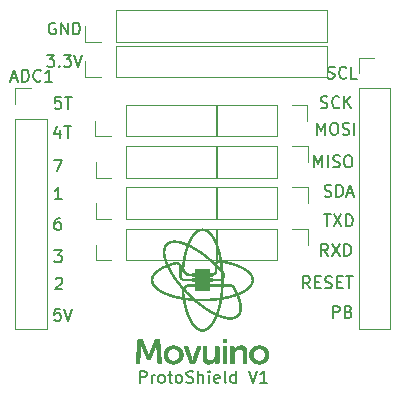
<source format=gto>
G04 #@! TF.GenerationSoftware,KiCad,Pcbnew,(6.0.5)*
G04 #@! TF.CreationDate,2022-07-08T15:35:48+02:00*
G04 #@! TF.ProjectId,MovuinoShieldPrototyping,4d6f7675-696e-46f5-9368-69656c645072,rev?*
G04 #@! TF.SameCoordinates,Original*
G04 #@! TF.FileFunction,Legend,Top*
G04 #@! TF.FilePolarity,Positive*
%FSLAX46Y46*%
G04 Gerber Fmt 4.6, Leading zero omitted, Abs format (unit mm)*
G04 Created by KiCad (PCBNEW (6.0.5)) date 2022-07-08 15:35:48*
%MOMM*%
%LPD*%
G01*
G04 APERTURE LIST*
%ADD10C,0.150000*%
%ADD11C,0.120000*%
G04 APERTURE END LIST*
D10*
X164809523Y-54654761D02*
X164952380Y-54702380D01*
X165190476Y-54702380D01*
X165285714Y-54654761D01*
X165333333Y-54607142D01*
X165380952Y-54511904D01*
X165380952Y-54416666D01*
X165333333Y-54321428D01*
X165285714Y-54273809D01*
X165190476Y-54226190D01*
X165000000Y-54178571D01*
X164904761Y-54130952D01*
X164857142Y-54083333D01*
X164809523Y-53988095D01*
X164809523Y-53892857D01*
X164857142Y-53797619D01*
X164904761Y-53750000D01*
X165000000Y-53702380D01*
X165238095Y-53702380D01*
X165380952Y-53750000D01*
X166380952Y-54607142D02*
X166333333Y-54654761D01*
X166190476Y-54702380D01*
X166095238Y-54702380D01*
X165952380Y-54654761D01*
X165857142Y-54559523D01*
X165809523Y-54464285D01*
X165761904Y-54273809D01*
X165761904Y-54130952D01*
X165809523Y-53940476D01*
X165857142Y-53845238D01*
X165952380Y-53750000D01*
X166095238Y-53702380D01*
X166190476Y-53702380D01*
X166333333Y-53750000D01*
X166380952Y-53797619D01*
X167285714Y-54702380D02*
X166809523Y-54702380D01*
X166809523Y-53702380D01*
X164214285Y-57154761D02*
X164357142Y-57202380D01*
X164595238Y-57202380D01*
X164690476Y-57154761D01*
X164738095Y-57107142D01*
X164785714Y-57011904D01*
X164785714Y-56916666D01*
X164738095Y-56821428D01*
X164690476Y-56773809D01*
X164595238Y-56726190D01*
X164404761Y-56678571D01*
X164309523Y-56630952D01*
X164261904Y-56583333D01*
X164214285Y-56488095D01*
X164214285Y-56392857D01*
X164261904Y-56297619D01*
X164309523Y-56250000D01*
X164404761Y-56202380D01*
X164642857Y-56202380D01*
X164785714Y-56250000D01*
X165785714Y-57107142D02*
X165738095Y-57154761D01*
X165595238Y-57202380D01*
X165500000Y-57202380D01*
X165357142Y-57154761D01*
X165261904Y-57059523D01*
X165214285Y-56964285D01*
X165166666Y-56773809D01*
X165166666Y-56630952D01*
X165214285Y-56440476D01*
X165261904Y-56345238D01*
X165357142Y-56250000D01*
X165500000Y-56202380D01*
X165595238Y-56202380D01*
X165738095Y-56250000D01*
X165785714Y-56297619D01*
X166214285Y-57202380D02*
X166214285Y-56202380D01*
X166785714Y-57202380D02*
X166357142Y-56630952D01*
X166785714Y-56202380D02*
X166214285Y-56773809D01*
X164535714Y-64654761D02*
X164678571Y-64702380D01*
X164916666Y-64702380D01*
X165011904Y-64654761D01*
X165059523Y-64607142D01*
X165107142Y-64511904D01*
X165107142Y-64416666D01*
X165059523Y-64321428D01*
X165011904Y-64273809D01*
X164916666Y-64226190D01*
X164726190Y-64178571D01*
X164630952Y-64130952D01*
X164583333Y-64083333D01*
X164535714Y-63988095D01*
X164535714Y-63892857D01*
X164583333Y-63797619D01*
X164630952Y-63750000D01*
X164726190Y-63702380D01*
X164964285Y-63702380D01*
X165107142Y-63750000D01*
X165535714Y-64702380D02*
X165535714Y-63702380D01*
X165773809Y-63702380D01*
X165916666Y-63750000D01*
X166011904Y-63845238D01*
X166059523Y-63940476D01*
X166107142Y-64130952D01*
X166107142Y-64273809D01*
X166059523Y-64464285D01*
X166011904Y-64559523D01*
X165916666Y-64654761D01*
X165773809Y-64702380D01*
X165535714Y-64702380D01*
X166488095Y-64416666D02*
X166964285Y-64416666D01*
X166392857Y-64702380D02*
X166726190Y-63702380D01*
X167059523Y-64702380D01*
X163928571Y-59452380D02*
X163928571Y-58452380D01*
X164261904Y-59166666D01*
X164595238Y-58452380D01*
X164595238Y-59452380D01*
X165261904Y-58452380D02*
X165452380Y-58452380D01*
X165547619Y-58500000D01*
X165642857Y-58595238D01*
X165690476Y-58785714D01*
X165690476Y-59119047D01*
X165642857Y-59309523D01*
X165547619Y-59404761D01*
X165452380Y-59452380D01*
X165261904Y-59452380D01*
X165166666Y-59404761D01*
X165071428Y-59309523D01*
X165023809Y-59119047D01*
X165023809Y-58785714D01*
X165071428Y-58595238D01*
X165166666Y-58500000D01*
X165261904Y-58452380D01*
X166071428Y-59404761D02*
X166214285Y-59452380D01*
X166452380Y-59452380D01*
X166547619Y-59404761D01*
X166595238Y-59357142D01*
X166642857Y-59261904D01*
X166642857Y-59166666D01*
X166595238Y-59071428D01*
X166547619Y-59023809D01*
X166452380Y-58976190D01*
X166261904Y-58928571D01*
X166166666Y-58880952D01*
X166119047Y-58833333D01*
X166071428Y-58738095D01*
X166071428Y-58642857D01*
X166119047Y-58547619D01*
X166166666Y-58500000D01*
X166261904Y-58452380D01*
X166500000Y-58452380D01*
X166642857Y-58500000D01*
X167071428Y-59452380D02*
X167071428Y-58452380D01*
X148892857Y-80452380D02*
X148892857Y-79452380D01*
X149273809Y-79452380D01*
X149369047Y-79500000D01*
X149416666Y-79547619D01*
X149464285Y-79642857D01*
X149464285Y-79785714D01*
X149416666Y-79880952D01*
X149369047Y-79928571D01*
X149273809Y-79976190D01*
X148892857Y-79976190D01*
X149892857Y-80452380D02*
X149892857Y-79785714D01*
X149892857Y-79976190D02*
X149940476Y-79880952D01*
X149988095Y-79833333D01*
X150083333Y-79785714D01*
X150178571Y-79785714D01*
X150654761Y-80452380D02*
X150559523Y-80404761D01*
X150511904Y-80357142D01*
X150464285Y-80261904D01*
X150464285Y-79976190D01*
X150511904Y-79880952D01*
X150559523Y-79833333D01*
X150654761Y-79785714D01*
X150797619Y-79785714D01*
X150892857Y-79833333D01*
X150940476Y-79880952D01*
X150988095Y-79976190D01*
X150988095Y-80261904D01*
X150940476Y-80357142D01*
X150892857Y-80404761D01*
X150797619Y-80452380D01*
X150654761Y-80452380D01*
X151273809Y-79785714D02*
X151654761Y-79785714D01*
X151416666Y-79452380D02*
X151416666Y-80309523D01*
X151464285Y-80404761D01*
X151559523Y-80452380D01*
X151654761Y-80452380D01*
X152130952Y-80452380D02*
X152035714Y-80404761D01*
X151988095Y-80357142D01*
X151940476Y-80261904D01*
X151940476Y-79976190D01*
X151988095Y-79880952D01*
X152035714Y-79833333D01*
X152130952Y-79785714D01*
X152273809Y-79785714D01*
X152369047Y-79833333D01*
X152416666Y-79880952D01*
X152464285Y-79976190D01*
X152464285Y-80261904D01*
X152416666Y-80357142D01*
X152369047Y-80404761D01*
X152273809Y-80452380D01*
X152130952Y-80452380D01*
X152845238Y-80404761D02*
X152988095Y-80452380D01*
X153226190Y-80452380D01*
X153321428Y-80404761D01*
X153369047Y-80357142D01*
X153416666Y-80261904D01*
X153416666Y-80166666D01*
X153369047Y-80071428D01*
X153321428Y-80023809D01*
X153226190Y-79976190D01*
X153035714Y-79928571D01*
X152940476Y-79880952D01*
X152892857Y-79833333D01*
X152845238Y-79738095D01*
X152845238Y-79642857D01*
X152892857Y-79547619D01*
X152940476Y-79500000D01*
X153035714Y-79452380D01*
X153273809Y-79452380D01*
X153416666Y-79500000D01*
X153845238Y-80452380D02*
X153845238Y-79452380D01*
X154273809Y-80452380D02*
X154273809Y-79928571D01*
X154226190Y-79833333D01*
X154130952Y-79785714D01*
X153988095Y-79785714D01*
X153892857Y-79833333D01*
X153845238Y-79880952D01*
X154750000Y-80452380D02*
X154750000Y-79785714D01*
X154750000Y-79452380D02*
X154702380Y-79500000D01*
X154750000Y-79547619D01*
X154797619Y-79500000D01*
X154750000Y-79452380D01*
X154750000Y-79547619D01*
X155607142Y-80404761D02*
X155511904Y-80452380D01*
X155321428Y-80452380D01*
X155226190Y-80404761D01*
X155178571Y-80309523D01*
X155178571Y-79928571D01*
X155226190Y-79833333D01*
X155321428Y-79785714D01*
X155511904Y-79785714D01*
X155607142Y-79833333D01*
X155654761Y-79928571D01*
X155654761Y-80023809D01*
X155178571Y-80119047D01*
X156226190Y-80452380D02*
X156130952Y-80404761D01*
X156083333Y-80309523D01*
X156083333Y-79452380D01*
X157035714Y-80452380D02*
X157035714Y-79452380D01*
X157035714Y-80404761D02*
X156940476Y-80452380D01*
X156750000Y-80452380D01*
X156654761Y-80404761D01*
X156607142Y-80357142D01*
X156559523Y-80261904D01*
X156559523Y-79976190D01*
X156607142Y-79880952D01*
X156654761Y-79833333D01*
X156750000Y-79785714D01*
X156940476Y-79785714D01*
X157035714Y-79833333D01*
X158130952Y-79452380D02*
X158464285Y-80452380D01*
X158797619Y-79452380D01*
X159654761Y-80452380D02*
X159083333Y-80452380D01*
X159369047Y-80452380D02*
X159369047Y-79452380D01*
X159273809Y-79595238D01*
X159178571Y-79690476D01*
X159083333Y-79738095D01*
X164488095Y-66202380D02*
X165059523Y-66202380D01*
X164773809Y-67202380D02*
X164773809Y-66202380D01*
X165297619Y-66202380D02*
X165964285Y-67202380D01*
X165964285Y-66202380D02*
X165297619Y-67202380D01*
X166345238Y-67202380D02*
X166345238Y-66202380D01*
X166583333Y-66202380D01*
X166726190Y-66250000D01*
X166821428Y-66345238D01*
X166869047Y-66440476D01*
X166916666Y-66630952D01*
X166916666Y-66773809D01*
X166869047Y-66964285D01*
X166821428Y-67059523D01*
X166726190Y-67154761D01*
X166583333Y-67202380D01*
X166345238Y-67202380D01*
X142207142Y-56252380D02*
X141730952Y-56252380D01*
X141683333Y-56728571D01*
X141730952Y-56680952D01*
X141826190Y-56633333D01*
X142064285Y-56633333D01*
X142159523Y-56680952D01*
X142207142Y-56728571D01*
X142254761Y-56823809D01*
X142254761Y-57061904D01*
X142207142Y-57157142D01*
X142159523Y-57204761D01*
X142064285Y-57252380D01*
X141826190Y-57252380D01*
X141730952Y-57204761D01*
X141683333Y-57157142D01*
X142540476Y-56252380D02*
X143111904Y-56252380D01*
X142826190Y-57252380D02*
X142826190Y-56252380D01*
X142109523Y-59085714D02*
X142109523Y-59752380D01*
X141871428Y-58704761D02*
X141633333Y-59419047D01*
X142252380Y-59419047D01*
X142490476Y-58752380D02*
X143061904Y-58752380D01*
X142776190Y-59752380D02*
X142776190Y-58752380D01*
X141023809Y-52702380D02*
X141642857Y-52702380D01*
X141309523Y-53083333D01*
X141452380Y-53083333D01*
X141547619Y-53130952D01*
X141595238Y-53178571D01*
X141642857Y-53273809D01*
X141642857Y-53511904D01*
X141595238Y-53607142D01*
X141547619Y-53654761D01*
X141452380Y-53702380D01*
X141166666Y-53702380D01*
X141071428Y-53654761D01*
X141023809Y-53607142D01*
X142071428Y-53607142D02*
X142119047Y-53654761D01*
X142071428Y-53702380D01*
X142023809Y-53654761D01*
X142071428Y-53607142D01*
X142071428Y-53702380D01*
X142452380Y-52702380D02*
X143071428Y-52702380D01*
X142738095Y-53083333D01*
X142880952Y-53083333D01*
X142976190Y-53130952D01*
X143023809Y-53178571D01*
X143071428Y-53273809D01*
X143071428Y-53511904D01*
X143023809Y-53607142D01*
X142976190Y-53654761D01*
X142880952Y-53702380D01*
X142595238Y-53702380D01*
X142500000Y-53654761D01*
X142452380Y-53607142D01*
X143357142Y-52702380D02*
X143690476Y-53702380D01*
X144023809Y-52702380D01*
X163678571Y-62202380D02*
X163678571Y-61202380D01*
X164011904Y-61916666D01*
X164345238Y-61202380D01*
X164345238Y-62202380D01*
X164821428Y-62202380D02*
X164821428Y-61202380D01*
X165250000Y-62154761D02*
X165392857Y-62202380D01*
X165630952Y-62202380D01*
X165726190Y-62154761D01*
X165773809Y-62107142D01*
X165821428Y-62011904D01*
X165821428Y-61916666D01*
X165773809Y-61821428D01*
X165726190Y-61773809D01*
X165630952Y-61726190D01*
X165440476Y-61678571D01*
X165345238Y-61630952D01*
X165297619Y-61583333D01*
X165250000Y-61488095D01*
X165250000Y-61392857D01*
X165297619Y-61297619D01*
X165345238Y-61250000D01*
X165440476Y-61202380D01*
X165678571Y-61202380D01*
X165821428Y-61250000D01*
X166440476Y-61202380D02*
X166630952Y-61202380D01*
X166726190Y-61250000D01*
X166821428Y-61345238D01*
X166869047Y-61535714D01*
X166869047Y-61869047D01*
X166821428Y-62059523D01*
X166726190Y-62154761D01*
X166630952Y-62202380D01*
X166440476Y-62202380D01*
X166345238Y-62154761D01*
X166250000Y-62059523D01*
X166202380Y-61869047D01*
X166202380Y-61535714D01*
X166250000Y-61345238D01*
X166345238Y-61250000D01*
X166440476Y-61202380D01*
X163297619Y-72452380D02*
X162964285Y-71976190D01*
X162726190Y-72452380D02*
X162726190Y-71452380D01*
X163107142Y-71452380D01*
X163202380Y-71500000D01*
X163250000Y-71547619D01*
X163297619Y-71642857D01*
X163297619Y-71785714D01*
X163250000Y-71880952D01*
X163202380Y-71928571D01*
X163107142Y-71976190D01*
X162726190Y-71976190D01*
X163726190Y-71928571D02*
X164059523Y-71928571D01*
X164202380Y-72452380D02*
X163726190Y-72452380D01*
X163726190Y-71452380D01*
X164202380Y-71452380D01*
X164583333Y-72404761D02*
X164726190Y-72452380D01*
X164964285Y-72452380D01*
X165059523Y-72404761D01*
X165107142Y-72357142D01*
X165154761Y-72261904D01*
X165154761Y-72166666D01*
X165107142Y-72071428D01*
X165059523Y-72023809D01*
X164964285Y-71976190D01*
X164773809Y-71928571D01*
X164678571Y-71880952D01*
X164630952Y-71833333D01*
X164583333Y-71738095D01*
X164583333Y-71642857D01*
X164630952Y-71547619D01*
X164678571Y-71500000D01*
X164773809Y-71452380D01*
X165011904Y-71452380D01*
X165154761Y-71500000D01*
X165583333Y-71928571D02*
X165916666Y-71928571D01*
X166059523Y-72452380D02*
X165583333Y-72452380D01*
X165583333Y-71452380D01*
X166059523Y-71452380D01*
X166345238Y-71452380D02*
X166916666Y-71452380D01*
X166630952Y-72452380D02*
X166630952Y-71452380D01*
X141738095Y-50000000D02*
X141642857Y-49952380D01*
X141500000Y-49952380D01*
X141357142Y-50000000D01*
X141261904Y-50095238D01*
X141214285Y-50190476D01*
X141166666Y-50380952D01*
X141166666Y-50523809D01*
X141214285Y-50714285D01*
X141261904Y-50809523D01*
X141357142Y-50904761D01*
X141500000Y-50952380D01*
X141595238Y-50952380D01*
X141738095Y-50904761D01*
X141785714Y-50857142D01*
X141785714Y-50523809D01*
X141595238Y-50523809D01*
X142214285Y-50952380D02*
X142214285Y-49952380D01*
X142785714Y-50952380D01*
X142785714Y-49952380D01*
X143261904Y-50952380D02*
X143261904Y-49952380D01*
X143500000Y-49952380D01*
X143642857Y-50000000D01*
X143738095Y-50095238D01*
X143785714Y-50190476D01*
X143833333Y-50380952D01*
X143833333Y-50523809D01*
X143785714Y-50714285D01*
X143738095Y-50809523D01*
X143642857Y-50904761D01*
X143500000Y-50952380D01*
X143261904Y-50952380D01*
X142159523Y-74202380D02*
X141683333Y-74202380D01*
X141635714Y-74678571D01*
X141683333Y-74630952D01*
X141778571Y-74583333D01*
X142016666Y-74583333D01*
X142111904Y-74630952D01*
X142159523Y-74678571D01*
X142207142Y-74773809D01*
X142207142Y-75011904D01*
X142159523Y-75107142D01*
X142111904Y-75154761D01*
X142016666Y-75202380D01*
X141778571Y-75202380D01*
X141683333Y-75154761D01*
X141635714Y-75107142D01*
X142492857Y-74202380D02*
X142826190Y-75202380D01*
X143159523Y-74202380D01*
X165238095Y-74952380D02*
X165238095Y-73952380D01*
X165619047Y-73952380D01*
X165714285Y-74000000D01*
X165761904Y-74047619D01*
X165809523Y-74142857D01*
X165809523Y-74285714D01*
X165761904Y-74380952D01*
X165714285Y-74428571D01*
X165619047Y-74476190D01*
X165238095Y-74476190D01*
X166571428Y-74428571D02*
X166714285Y-74476190D01*
X166761904Y-74523809D01*
X166809523Y-74619047D01*
X166809523Y-74761904D01*
X166761904Y-74857142D01*
X166714285Y-74904761D01*
X166619047Y-74952380D01*
X166238095Y-74952380D01*
X166238095Y-73952380D01*
X166571428Y-73952380D01*
X166666666Y-74000000D01*
X166714285Y-74047619D01*
X166761904Y-74142857D01*
X166761904Y-74238095D01*
X166714285Y-74333333D01*
X166666666Y-74380952D01*
X166571428Y-74428571D01*
X166238095Y-74428571D01*
X141666666Y-69252380D02*
X142285714Y-69252380D01*
X141952380Y-69633333D01*
X142095238Y-69633333D01*
X142190476Y-69680952D01*
X142238095Y-69728571D01*
X142285714Y-69823809D01*
X142285714Y-70061904D01*
X142238095Y-70157142D01*
X142190476Y-70204761D01*
X142095238Y-70252380D01*
X141809523Y-70252380D01*
X141714285Y-70204761D01*
X141666666Y-70157142D01*
X142140476Y-66502380D02*
X141950000Y-66502380D01*
X141854761Y-66550000D01*
X141807142Y-66597619D01*
X141711904Y-66740476D01*
X141664285Y-66930952D01*
X141664285Y-67311904D01*
X141711904Y-67407142D01*
X141759523Y-67454761D01*
X141854761Y-67502380D01*
X142045238Y-67502380D01*
X142140476Y-67454761D01*
X142188095Y-67407142D01*
X142235714Y-67311904D01*
X142235714Y-67073809D01*
X142188095Y-66978571D01*
X142140476Y-66930952D01*
X142045238Y-66883333D01*
X141854761Y-66883333D01*
X141759523Y-66930952D01*
X141711904Y-66978571D01*
X141664285Y-67073809D01*
X164833333Y-69702380D02*
X164500000Y-69226190D01*
X164261904Y-69702380D02*
X164261904Y-68702380D01*
X164642857Y-68702380D01*
X164738095Y-68750000D01*
X164785714Y-68797619D01*
X164833333Y-68892857D01*
X164833333Y-69035714D01*
X164785714Y-69130952D01*
X164738095Y-69178571D01*
X164642857Y-69226190D01*
X164261904Y-69226190D01*
X165166666Y-68702380D02*
X165833333Y-69702380D01*
X165833333Y-68702380D02*
X165166666Y-69702380D01*
X166214285Y-69702380D02*
X166214285Y-68702380D01*
X166452380Y-68702380D01*
X166595238Y-68750000D01*
X166690476Y-68845238D01*
X166738095Y-68940476D01*
X166785714Y-69130952D01*
X166785714Y-69273809D01*
X166738095Y-69464285D01*
X166690476Y-69559523D01*
X166595238Y-69654761D01*
X166452380Y-69702380D01*
X166214285Y-69702380D01*
X142285714Y-64902380D02*
X141714285Y-64902380D01*
X142000000Y-64902380D02*
X142000000Y-63902380D01*
X141904761Y-64045238D01*
X141809523Y-64140476D01*
X141714285Y-64188095D01*
X141764285Y-71647619D02*
X141811904Y-71600000D01*
X141907142Y-71552380D01*
X142145238Y-71552380D01*
X142240476Y-71600000D01*
X142288095Y-71647619D01*
X142335714Y-71742857D01*
X142335714Y-71838095D01*
X142288095Y-71980952D01*
X141716666Y-72552380D01*
X142335714Y-72552380D01*
X138035714Y-54666666D02*
X138511904Y-54666666D01*
X137940476Y-54952380D02*
X138273809Y-53952380D01*
X138607142Y-54952380D01*
X138940476Y-54952380D02*
X138940476Y-53952380D01*
X139178571Y-53952380D01*
X139321428Y-54000000D01*
X139416666Y-54095238D01*
X139464285Y-54190476D01*
X139511904Y-54380952D01*
X139511904Y-54523809D01*
X139464285Y-54714285D01*
X139416666Y-54809523D01*
X139321428Y-54904761D01*
X139178571Y-54952380D01*
X138940476Y-54952380D01*
X140511904Y-54857142D02*
X140464285Y-54904761D01*
X140321428Y-54952380D01*
X140226190Y-54952380D01*
X140083333Y-54904761D01*
X139988095Y-54809523D01*
X139940476Y-54714285D01*
X139892857Y-54523809D01*
X139892857Y-54380952D01*
X139940476Y-54190476D01*
X139988095Y-54095238D01*
X140083333Y-54000000D01*
X140226190Y-53952380D01*
X140321428Y-53952380D01*
X140464285Y-54000000D01*
X140511904Y-54047619D01*
X141464285Y-54952380D02*
X140892857Y-54952380D01*
X141178571Y-54952380D02*
X141178571Y-53952380D01*
X141083333Y-54095238D01*
X140988095Y-54190476D01*
X140892857Y-54238095D01*
G04 #@! TO.C,*
G04 #@! TO.C,7*
X141666666Y-61552380D02*
X142333333Y-61552380D01*
X141904761Y-62552380D01*
G04 #@! TO.C,*
D11*
G04 #@! TO.C,REF\u002A\u002A*
X155365000Y-63920000D02*
X155365000Y-66580000D01*
X163105000Y-63920000D02*
X163105000Y-65250000D01*
X161775000Y-63920000D02*
X163105000Y-63920000D01*
X160505000Y-66580000D02*
X155365000Y-66580000D01*
X160505000Y-63920000D02*
X160505000Y-66580000D01*
X160505000Y-63920000D02*
X155365000Y-63920000D01*
G04 #@! TO.C,7*
X138370000Y-75935000D02*
X141030000Y-75935000D01*
X138370000Y-58095000D02*
X141030000Y-58095000D01*
X138370000Y-56825000D02*
X138370000Y-55495000D01*
X138370000Y-58095000D02*
X138370000Y-75935000D01*
X138370000Y-55495000D02*
X139700000Y-55495000D01*
X141030000Y-58095000D02*
X141030000Y-75935000D01*
G04 #@! TO.C,REF\u002A\u002A*
X147745000Y-70080000D02*
X155425000Y-70080000D01*
X146475000Y-70080000D02*
X145145000Y-70080000D01*
X147745000Y-70080000D02*
X147745000Y-67420000D01*
X155425000Y-70080000D02*
X155425000Y-67420000D01*
X145145000Y-70080000D02*
X145145000Y-68750000D01*
X147745000Y-67420000D02*
X155425000Y-67420000D01*
X147745000Y-60420000D02*
X155425000Y-60420000D01*
X147745000Y-63080000D02*
X147745000Y-60420000D01*
X145145000Y-63080000D02*
X145145000Y-61750000D01*
X155425000Y-63080000D02*
X155425000Y-60420000D01*
X147745000Y-63080000D02*
X155425000Y-63080000D01*
X146475000Y-63080000D02*
X145145000Y-63080000D01*
X160480000Y-56920000D02*
X160480000Y-59580000D01*
X160480000Y-59580000D02*
X155340000Y-59580000D01*
X163080000Y-56920000D02*
X163080000Y-58250000D01*
X160480000Y-56920000D02*
X155340000Y-56920000D01*
X155340000Y-56920000D02*
X155340000Y-59580000D01*
X161750000Y-56920000D02*
X163080000Y-56920000D01*
X167420000Y-55520000D02*
X170080000Y-55520000D01*
X167420000Y-52920000D02*
X168750000Y-52920000D01*
X167420000Y-75900000D02*
X170080000Y-75900000D01*
X167420000Y-55520000D02*
X167420000Y-75900000D01*
X170080000Y-55520000D02*
X170080000Y-75900000D01*
X167420000Y-54250000D02*
X167420000Y-52920000D01*
X160505000Y-70080000D02*
X155365000Y-70080000D01*
X161775000Y-67420000D02*
X163105000Y-67420000D01*
X160505000Y-67420000D02*
X155365000Y-67420000D01*
X163105000Y-67420000D02*
X163105000Y-68750000D01*
X160505000Y-67420000D02*
X160505000Y-70080000D01*
X155365000Y-67420000D02*
X155365000Y-70080000D01*
X161775000Y-60420000D02*
X163105000Y-60420000D01*
X155365000Y-60420000D02*
X155365000Y-63080000D01*
X160505000Y-60420000D02*
X155365000Y-60420000D01*
X160505000Y-60420000D02*
X160505000Y-63080000D01*
X163105000Y-60420000D02*
X163105000Y-61750000D01*
X160505000Y-63080000D02*
X155365000Y-63080000D01*
X146895000Y-54580000D02*
X146895000Y-51920000D01*
X146895000Y-51920000D02*
X164735000Y-51920000D01*
X145625000Y-54580000D02*
X144295000Y-54580000D01*
X144295000Y-54580000D02*
X144295000Y-53250000D01*
X146895000Y-54580000D02*
X164735000Y-54580000D01*
X164735000Y-54580000D02*
X164735000Y-51920000D01*
X146895000Y-51580000D02*
X146895000Y-48920000D01*
X146895000Y-48920000D02*
X164735000Y-48920000D01*
X146895000Y-51580000D02*
X164735000Y-51580000D01*
X145625000Y-51580000D02*
X144295000Y-51580000D01*
X144295000Y-51580000D02*
X144295000Y-50250000D01*
X164735000Y-51580000D02*
X164735000Y-48920000D01*
X155400000Y-59580000D02*
X155400000Y-56920000D01*
X147720000Y-59580000D02*
X147720000Y-56920000D01*
X145120000Y-59580000D02*
X145120000Y-58250000D01*
X147720000Y-59580000D02*
X155400000Y-59580000D01*
X146450000Y-59580000D02*
X145120000Y-59580000D01*
X147720000Y-56920000D02*
X155400000Y-56920000D01*
X147745000Y-63920000D02*
X155425000Y-63920000D01*
X155425000Y-66580000D02*
X155425000Y-63920000D01*
X145145000Y-66580000D02*
X145145000Y-65250000D01*
X147745000Y-66580000D02*
X155425000Y-66580000D01*
X147745000Y-66580000D02*
X147745000Y-63920000D01*
X146475000Y-66580000D02*
X145145000Y-66580000D01*
G04 #@! TO.C,U$8*
G36*
X156121500Y-71417500D02*
G01*
X155771500Y-71417500D01*
X155771500Y-71410500D01*
X156121500Y-71410500D01*
X156121500Y-71417500D01*
G37*
G36*
X154910500Y-74322500D02*
G01*
X154490500Y-74322500D01*
X154490500Y-74315500D01*
X154910500Y-74315500D01*
X154910500Y-74322500D01*
G37*
G36*
X153629500Y-78781500D02*
G01*
X153104500Y-78781500D01*
X153104500Y-78774500D01*
X153629500Y-78774500D01*
X153629500Y-78781500D01*
G37*
G36*
X153167500Y-68652500D02*
G01*
X152922500Y-68652500D01*
X152922500Y-68645500D01*
X153167500Y-68645500D01*
X153167500Y-68652500D01*
G37*
G36*
X155428500Y-74987500D02*
G01*
X155183500Y-74987500D01*
X155183500Y-74980500D01*
X155428500Y-74980500D01*
X155428500Y-74987500D01*
G37*
G36*
X158459500Y-71347500D02*
G01*
X158200500Y-71347500D01*
X158200500Y-71340500D01*
X158459500Y-71340500D01*
X158459500Y-71347500D01*
G37*
G36*
X151571500Y-77661500D02*
G01*
X151039500Y-77661500D01*
X151039500Y-77654500D01*
X151571500Y-77654500D01*
X151571500Y-77661500D01*
G37*
G36*
X156079500Y-71172500D02*
G01*
X155764500Y-71172500D01*
X155764500Y-71165500D01*
X156079500Y-71165500D01*
X156079500Y-71172500D01*
G37*
G36*
X153097500Y-74707500D02*
G01*
X152859500Y-74707500D01*
X152859500Y-74700500D01*
X153097500Y-74700500D01*
X153097500Y-74707500D01*
G37*
G36*
X150591500Y-72530500D02*
G01*
X150227500Y-72530500D01*
X150227500Y-72523500D01*
X150591500Y-72523500D01*
X150591500Y-72530500D01*
G37*
G36*
X150633500Y-77010500D02*
G01*
X150080500Y-77010500D01*
X150080500Y-77003500D01*
X150633500Y-77003500D01*
X150633500Y-77010500D01*
G37*
G36*
X155806500Y-73776500D02*
G01*
X155575500Y-73776500D01*
X155575500Y-73769500D01*
X155806500Y-73769500D01*
X155806500Y-73776500D01*
G37*
G36*
X152530500Y-78466500D02*
G01*
X152075500Y-78466500D01*
X152075500Y-78459500D01*
X152530500Y-78459500D01*
X152530500Y-78466500D01*
G37*
G36*
X155449500Y-70843500D02*
G01*
X155232500Y-70843500D01*
X155232500Y-70836500D01*
X155449500Y-70836500D01*
X155449500Y-70843500D01*
G37*
G36*
X154868500Y-71522500D02*
G01*
X153531500Y-71522500D01*
X153531500Y-71515500D01*
X154868500Y-71515500D01*
X154868500Y-71522500D01*
G37*
G36*
X156422500Y-70206500D02*
G01*
X155358500Y-70206500D01*
X155358500Y-70199500D01*
X156422500Y-70199500D01*
X156422500Y-70206500D01*
G37*
G36*
X156933500Y-78564500D02*
G01*
X156555500Y-78564500D01*
X156555500Y-78557500D01*
X156933500Y-78557500D01*
X156933500Y-78564500D01*
G37*
G36*
X152873500Y-73986500D02*
G01*
X152642500Y-73986500D01*
X152642500Y-73979500D01*
X152873500Y-73979500D01*
X152873500Y-73986500D01*
G37*
G36*
X155421500Y-75008500D02*
G01*
X155169500Y-75008500D01*
X155169500Y-75001500D01*
X155421500Y-75001500D01*
X155421500Y-75008500D01*
G37*
G36*
X152698500Y-70458500D02*
G01*
X152481500Y-70458500D01*
X152481500Y-70451500D01*
X152698500Y-70451500D01*
X152698500Y-70458500D01*
G37*
G36*
X150206500Y-77605500D02*
G01*
X149842500Y-77605500D01*
X149842500Y-77598500D01*
X150206500Y-77598500D01*
X150206500Y-77605500D01*
G37*
G36*
X153356500Y-73146500D02*
G01*
X153041500Y-73146500D01*
X153041500Y-73139500D01*
X153356500Y-73139500D01*
X153356500Y-73146500D01*
G37*
G36*
X155932500Y-70521500D02*
G01*
X155708500Y-70521500D01*
X155708500Y-70514500D01*
X155932500Y-70514500D01*
X155932500Y-70521500D01*
G37*
G36*
X153076500Y-77626500D02*
G01*
X152684500Y-77626500D01*
X152684500Y-77619500D01*
X153076500Y-77619500D01*
X153076500Y-77626500D01*
G37*
G36*
X154588500Y-78319500D02*
G01*
X154203500Y-78319500D01*
X154203500Y-78312500D01*
X154588500Y-78312500D01*
X154588500Y-78319500D01*
G37*
G36*
X155974500Y-72509500D02*
G01*
X155750500Y-72509500D01*
X155750500Y-72502500D01*
X155974500Y-72502500D01*
X155974500Y-72509500D01*
G37*
G36*
X153125500Y-68750500D02*
G01*
X152502500Y-68750500D01*
X152502500Y-68743500D01*
X153125500Y-68743500D01*
X153125500Y-68750500D01*
G37*
G36*
X155260500Y-75323500D02*
G01*
X155001500Y-75323500D01*
X155001500Y-75316500D01*
X155260500Y-75316500D01*
X155260500Y-75323500D01*
G37*
G36*
X150241500Y-77507500D02*
G01*
X149884500Y-77507500D01*
X149884500Y-77500500D01*
X150241500Y-77500500D01*
X150241500Y-77507500D01*
G37*
G36*
X153699500Y-78578500D02*
G01*
X153027500Y-78578500D01*
X153027500Y-78571500D01*
X153699500Y-78571500D01*
X153699500Y-78578500D01*
G37*
G36*
X152684500Y-70591500D02*
G01*
X152460500Y-70591500D01*
X152460500Y-70584500D01*
X152684500Y-70584500D01*
X152684500Y-70591500D01*
G37*
G36*
X154987500Y-75708500D02*
G01*
X154679500Y-75708500D01*
X154679500Y-75701500D01*
X154987500Y-75701500D01*
X154987500Y-75708500D01*
G37*
G36*
X155743500Y-69485500D02*
G01*
X155512500Y-69485500D01*
X155512500Y-69478500D01*
X155743500Y-69478500D01*
X155743500Y-69485500D01*
G37*
G36*
X156289500Y-78354500D02*
G01*
X155911500Y-78354500D01*
X155911500Y-78347500D01*
X156289500Y-78347500D01*
X156289500Y-78354500D01*
G37*
G36*
X149100500Y-76744500D02*
G01*
X148750500Y-76744500D01*
X148750500Y-76737500D01*
X149100500Y-76737500D01*
X149100500Y-76744500D01*
G37*
G36*
X150003500Y-78088500D02*
G01*
X149667500Y-78088500D01*
X149667500Y-78081500D01*
X150003500Y-78081500D01*
X150003500Y-78088500D01*
G37*
G36*
X152971500Y-74343500D02*
G01*
X152733500Y-74343500D01*
X152733500Y-74336500D01*
X152971500Y-74336500D01*
X152971500Y-74343500D01*
G37*
G36*
X153412500Y-75337500D02*
G01*
X153146500Y-75337500D01*
X153146500Y-75330500D01*
X153412500Y-75330500D01*
X153412500Y-75337500D01*
G37*
G36*
X154602500Y-78403500D02*
G01*
X154203500Y-78403500D01*
X154203500Y-78396500D01*
X154602500Y-78396500D01*
X154602500Y-78403500D01*
G37*
G36*
X153671500Y-75666500D02*
G01*
X153370500Y-75666500D01*
X153370500Y-75659500D01*
X153671500Y-75659500D01*
X153671500Y-75666500D01*
G37*
G36*
X154868500Y-71137500D02*
G01*
X153531500Y-71137500D01*
X153531500Y-71130500D01*
X154868500Y-71130500D01*
X154868500Y-71137500D01*
G37*
G36*
X154021500Y-77682500D02*
G01*
X153629500Y-77682500D01*
X153629500Y-77675500D01*
X154021500Y-77675500D01*
X154021500Y-77682500D01*
G37*
G36*
X151172500Y-70010500D02*
G01*
X150941500Y-70010500D01*
X150941500Y-70003500D01*
X151172500Y-70003500D01*
X151172500Y-70010500D01*
G37*
G36*
X158011500Y-78613500D02*
G01*
X157626500Y-78613500D01*
X157626500Y-78606500D01*
X158011500Y-78606500D01*
X158011500Y-78613500D01*
G37*
G36*
X159845500Y-78249500D02*
G01*
X159446500Y-78249500D01*
X159446500Y-78242500D01*
X159845500Y-78242500D01*
X159845500Y-78249500D01*
G37*
G36*
X155820500Y-69821500D02*
G01*
X155589500Y-69821500D01*
X155589500Y-69814500D01*
X155820500Y-69814500D01*
X155820500Y-69821500D01*
G37*
G36*
X157325500Y-73125500D02*
G01*
X156268500Y-73125500D01*
X156268500Y-73118500D01*
X157325500Y-73118500D01*
X157325500Y-73125500D01*
G37*
G36*
X150024500Y-78039500D02*
G01*
X149681500Y-78039500D01*
X149681500Y-78032500D01*
X150024500Y-78032500D01*
X150024500Y-78039500D01*
G37*
G36*
X152859500Y-69590500D02*
G01*
X152628500Y-69590500D01*
X152628500Y-69583500D01*
X152859500Y-69583500D01*
X152859500Y-69590500D01*
G37*
G36*
X154938500Y-75764500D02*
G01*
X154609500Y-75764500D01*
X154609500Y-75757500D01*
X154938500Y-75757500D01*
X154938500Y-75764500D01*
G37*
G36*
X156198500Y-73370500D02*
G01*
X152201500Y-73370500D01*
X152201500Y-73363500D01*
X156198500Y-73363500D01*
X156198500Y-73370500D01*
G37*
G36*
X159719500Y-78564500D02*
G01*
X159159500Y-78564500D01*
X159159500Y-78557500D01*
X159719500Y-78557500D01*
X159719500Y-78564500D01*
G37*
G36*
X152670500Y-70696500D02*
G01*
X152236500Y-70696500D01*
X152236500Y-70689500D01*
X152670500Y-70689500D01*
X152670500Y-70696500D01*
G37*
G36*
X150045500Y-71739500D02*
G01*
X149828500Y-71739500D01*
X149828500Y-71732500D01*
X150045500Y-71732500D01*
X150045500Y-71739500D01*
G37*
G36*
X151424500Y-70633500D02*
G01*
X150773500Y-70633500D01*
X150773500Y-70626500D01*
X151424500Y-70626500D01*
X151424500Y-70633500D01*
G37*
G36*
X153342500Y-68302500D02*
G01*
X153083500Y-68302500D01*
X153083500Y-68295500D01*
X153342500Y-68295500D01*
X153342500Y-68302500D01*
G37*
G36*
X157031500Y-75029500D02*
G01*
X155974500Y-75029500D01*
X155974500Y-75022500D01*
X157031500Y-75022500D01*
X157031500Y-75029500D01*
G37*
G36*
X153034500Y-74546500D02*
G01*
X152796500Y-74546500D01*
X152796500Y-74539500D01*
X153034500Y-74539500D01*
X153034500Y-74546500D01*
G37*
G36*
X153741500Y-78473500D02*
G01*
X153377500Y-78473500D01*
X153377500Y-78466500D01*
X153741500Y-78466500D01*
X153741500Y-78473500D01*
G37*
G36*
X153538500Y-73307500D02*
G01*
X151921500Y-73307500D01*
X151921500Y-73300500D01*
X153538500Y-73300500D01*
X153538500Y-73307500D01*
G37*
G36*
X152453500Y-71095500D02*
G01*
X152229500Y-71095500D01*
X152229500Y-71088500D01*
X152453500Y-71088500D01*
X152453500Y-71095500D01*
G37*
G36*
X155645500Y-78592500D02*
G01*
X155281500Y-78592500D01*
X155281500Y-78585500D01*
X155645500Y-78585500D01*
X155645500Y-78592500D01*
G37*
G36*
X153797500Y-78305500D02*
G01*
X153419500Y-78305500D01*
X153419500Y-78298500D01*
X153797500Y-78298500D01*
X153797500Y-78305500D01*
G37*
G36*
X155645500Y-78326500D02*
G01*
X155197500Y-78326500D01*
X155197500Y-78319500D01*
X155645500Y-78319500D01*
X155645500Y-78326500D01*
G37*
G36*
X155645500Y-78151500D02*
G01*
X155253500Y-78151500D01*
X155253500Y-78144500D01*
X155645500Y-78144500D01*
X155645500Y-78151500D01*
G37*
G36*
X148932500Y-78704500D02*
G01*
X148547500Y-78704500D01*
X148547500Y-78697500D01*
X148932500Y-78697500D01*
X148932500Y-78704500D01*
G37*
G36*
X157521500Y-73811500D02*
G01*
X157304500Y-73811500D01*
X157304500Y-73804500D01*
X157521500Y-73804500D01*
X157521500Y-73811500D01*
G37*
G36*
X158564500Y-71844500D02*
G01*
X158347500Y-71844500D01*
X158347500Y-71837500D01*
X158564500Y-71837500D01*
X158564500Y-71844500D01*
G37*
G36*
X156002500Y-71718500D02*
G01*
X152341500Y-71718500D01*
X152341500Y-71711500D01*
X156002500Y-71711500D01*
X156002500Y-71718500D01*
G37*
G36*
X151067500Y-69464500D02*
G01*
X150850500Y-69464500D01*
X150850500Y-69457500D01*
X151067500Y-69457500D01*
X151067500Y-69464500D01*
G37*
G36*
X155981500Y-72369500D02*
G01*
X155764500Y-72369500D01*
X155764500Y-72362500D01*
X155981500Y-72362500D01*
X155981500Y-72369500D01*
G37*
G36*
X150129500Y-71466500D02*
G01*
X149884500Y-71466500D01*
X149884500Y-71459500D01*
X150129500Y-71459500D01*
X150129500Y-71466500D01*
G37*
G36*
X150101500Y-71515500D02*
G01*
X149863500Y-71515500D01*
X149863500Y-71508500D01*
X150101500Y-71508500D01*
X150101500Y-71515500D01*
G37*
G36*
X159488500Y-77430500D02*
G01*
X158522500Y-77430500D01*
X158522500Y-77423500D01*
X159488500Y-77423500D01*
X159488500Y-77430500D01*
G37*
G36*
X155645500Y-77640500D02*
G01*
X155267500Y-77640500D01*
X155267500Y-77633500D01*
X155645500Y-77633500D01*
X155645500Y-77640500D01*
G37*
G36*
X155918500Y-70451500D02*
G01*
X155694500Y-70451500D01*
X155694500Y-70444500D01*
X155918500Y-70444500D01*
X155918500Y-70451500D01*
G37*
G36*
X150745500Y-78361500D02*
G01*
X150360500Y-78361500D01*
X150360500Y-78354500D01*
X150745500Y-78354500D01*
X150745500Y-78361500D01*
G37*
G36*
X157549500Y-74189500D02*
G01*
X157332500Y-74189500D01*
X157332500Y-74182500D01*
X157549500Y-74182500D01*
X157549500Y-74189500D01*
G37*
G36*
X153811500Y-78263500D02*
G01*
X153433500Y-78263500D01*
X153433500Y-78256500D01*
X153811500Y-78256500D01*
X153811500Y-78263500D01*
G37*
G36*
X148988500Y-77934500D02*
G01*
X148610500Y-77934500D01*
X148610500Y-77927500D01*
X148988500Y-77927500D01*
X148988500Y-77934500D01*
G37*
G36*
X155330500Y-68330500D02*
G01*
X155078500Y-68330500D01*
X155078500Y-68323500D01*
X155330500Y-68323500D01*
X155330500Y-68330500D01*
G37*
G36*
X157101500Y-77745500D02*
G01*
X156555500Y-77745500D01*
X156555500Y-77738500D01*
X157101500Y-77738500D01*
X157101500Y-77745500D01*
G37*
G36*
X154798500Y-72656500D02*
G01*
X153601500Y-72656500D01*
X153601500Y-72649500D01*
X154798500Y-72649500D01*
X154798500Y-72656500D01*
G37*
G36*
X154588500Y-78277500D02*
G01*
X154203500Y-78277500D01*
X154203500Y-78270500D01*
X154588500Y-78270500D01*
X154588500Y-78277500D01*
G37*
G36*
X152677500Y-72838500D02*
G01*
X152453500Y-72838500D01*
X152453500Y-72831500D01*
X152677500Y-72831500D01*
X152677500Y-72838500D01*
G37*
G36*
X153622500Y-78802500D02*
G01*
X153111500Y-78802500D01*
X153111500Y-78795500D01*
X153622500Y-78795500D01*
X153622500Y-78802500D01*
G37*
G36*
X155645500Y-78627500D02*
G01*
X155281500Y-78627500D01*
X155281500Y-78620500D01*
X155645500Y-78620500D01*
X155645500Y-78627500D01*
G37*
G36*
X158305500Y-72390500D02*
G01*
X157997500Y-72390500D01*
X157997500Y-72383500D01*
X158305500Y-72383500D01*
X158305500Y-72390500D01*
G37*
G36*
X150717500Y-78088500D02*
G01*
X150339500Y-78088500D01*
X150339500Y-78081500D01*
X150717500Y-78081500D01*
X150717500Y-78088500D01*
G37*
G36*
X159292500Y-78872500D02*
G01*
X158718500Y-78872500D01*
X158718500Y-78865500D01*
X159292500Y-78865500D01*
X159292500Y-78872500D01*
G37*
G36*
X159845500Y-77948500D02*
G01*
X159446500Y-77948500D01*
X159446500Y-77941500D01*
X159845500Y-77941500D01*
X159845500Y-77948500D01*
G37*
G36*
X150395500Y-71144500D02*
G01*
X150080500Y-71144500D01*
X150080500Y-71137500D01*
X150395500Y-71137500D01*
X150395500Y-71144500D01*
G37*
G36*
X154868500Y-71536500D02*
G01*
X153531500Y-71536500D01*
X153531500Y-71529500D01*
X154868500Y-71529500D01*
X154868500Y-71536500D01*
G37*
G36*
X152677500Y-70682500D02*
G01*
X152236500Y-70682500D01*
X152236500Y-70675500D01*
X152677500Y-70675500D01*
X152677500Y-70682500D01*
G37*
G36*
X156289500Y-77591500D02*
G01*
X155911500Y-77591500D01*
X155911500Y-77584500D01*
X156289500Y-77584500D01*
X156289500Y-77591500D01*
G37*
G36*
X152425500Y-72159500D02*
G01*
X152138500Y-72159500D01*
X152138500Y-72152500D01*
X152425500Y-72152500D01*
X152425500Y-72159500D01*
G37*
G36*
X155736500Y-74070500D02*
G01*
X155505500Y-74070500D01*
X155505500Y-74063500D01*
X155736500Y-74063500D01*
X155736500Y-74070500D01*
G37*
G36*
X155239500Y-71361500D02*
G01*
X152817500Y-71361500D01*
X152817500Y-71354500D01*
X155239500Y-71354500D01*
X155239500Y-71361500D01*
G37*
G36*
X155806500Y-73783500D02*
G01*
X155575500Y-73783500D01*
X155575500Y-73776500D01*
X155806500Y-73776500D01*
X155806500Y-73783500D01*
G37*
G36*
X154273500Y-69457500D02*
G01*
X153888500Y-69457500D01*
X153888500Y-69450500D01*
X154273500Y-69450500D01*
X154273500Y-69457500D01*
G37*
G36*
X155855500Y-73510500D02*
G01*
X155624500Y-73510500D01*
X155624500Y-73503500D01*
X155855500Y-73503500D01*
X155855500Y-73510500D01*
G37*
G36*
X149324500Y-77227500D02*
G01*
X148666500Y-77227500D01*
X148666500Y-77220500D01*
X149324500Y-77220500D01*
X149324500Y-77227500D01*
G37*
G36*
X156919500Y-77535500D02*
G01*
X156555500Y-77535500D01*
X156555500Y-77528500D01*
X156919500Y-77528500D01*
X156919500Y-77535500D01*
G37*
G36*
X150619500Y-76891500D02*
G01*
X150129500Y-76891500D01*
X150129500Y-76884500D01*
X150619500Y-76884500D01*
X150619500Y-76891500D01*
G37*
G36*
X155687500Y-74245500D02*
G01*
X155456500Y-74245500D01*
X155456500Y-74238500D01*
X155687500Y-74238500D01*
X155687500Y-74245500D01*
G37*
G36*
X153286500Y-68393500D02*
G01*
X153034500Y-68393500D01*
X153034500Y-68386500D01*
X153286500Y-68386500D01*
X153286500Y-68393500D01*
G37*
G36*
X151529500Y-70850500D02*
G01*
X151277500Y-70850500D01*
X151277500Y-70843500D01*
X151529500Y-70843500D01*
X151529500Y-70850500D01*
G37*
G36*
X154812500Y-70885500D02*
G01*
X153587500Y-70885500D01*
X153587500Y-70878500D01*
X154812500Y-70878500D01*
X154812500Y-70885500D01*
G37*
G36*
X153552500Y-73321500D02*
G01*
X151977500Y-73321500D01*
X151977500Y-73314500D01*
X153552500Y-73314500D01*
X153552500Y-73321500D01*
G37*
G36*
X155645500Y-77878500D02*
G01*
X155267500Y-77878500D01*
X155267500Y-77871500D01*
X155645500Y-77871500D01*
X155645500Y-77878500D01*
G37*
G36*
X151067500Y-69387500D02*
G01*
X150850500Y-69387500D01*
X150850500Y-69380500D01*
X151067500Y-69380500D01*
X151067500Y-69387500D01*
G37*
G36*
X158011500Y-78004500D02*
G01*
X157626500Y-78004500D01*
X157626500Y-77997500D01*
X158011500Y-77997500D01*
X158011500Y-78004500D01*
G37*
G36*
X154077500Y-73755500D02*
G01*
X153720500Y-73755500D01*
X153720500Y-73748500D01*
X154077500Y-73748500D01*
X154077500Y-73755500D01*
G37*
G36*
X158557500Y-78228500D02*
G01*
X158165500Y-78228500D01*
X158165500Y-78221500D01*
X158557500Y-78221500D01*
X158557500Y-78228500D01*
G37*
G36*
X150052500Y-71830500D02*
G01*
X149828500Y-71830500D01*
X149828500Y-71823500D01*
X150052500Y-71823500D01*
X150052500Y-71830500D01*
G37*
G36*
X152145500Y-70234500D02*
G01*
X151865500Y-70234500D01*
X151865500Y-70227500D01*
X152145500Y-70227500D01*
X152145500Y-70234500D01*
G37*
G36*
X155379500Y-68435500D02*
G01*
X155134500Y-68435500D01*
X155134500Y-68428500D01*
X155379500Y-68428500D01*
X155379500Y-68435500D01*
G37*
G36*
X159838500Y-78277500D02*
G01*
X159439500Y-78277500D01*
X159439500Y-78270500D01*
X159838500Y-78270500D01*
X159838500Y-78277500D01*
G37*
G36*
X155645500Y-78711500D02*
G01*
X155281500Y-78711500D01*
X155281500Y-78704500D01*
X155645500Y-78704500D01*
X155645500Y-78711500D01*
G37*
G36*
X152971500Y-69184500D02*
G01*
X152733500Y-69184500D01*
X152733500Y-69177500D01*
X152971500Y-69177500D01*
X152971500Y-69184500D01*
G37*
G36*
X154868500Y-67693500D02*
G01*
X154504500Y-67693500D01*
X154504500Y-67686500D01*
X154868500Y-67686500D01*
X154868500Y-67693500D01*
G37*
G36*
X158571500Y-71802500D02*
G01*
X158347500Y-71802500D01*
X158347500Y-71795500D01*
X158571500Y-71795500D01*
X158571500Y-71802500D01*
G37*
G36*
X155946500Y-70675500D02*
G01*
X155722500Y-70675500D01*
X155722500Y-70668500D01*
X155946500Y-70668500D01*
X155946500Y-70675500D01*
G37*
G36*
X150731500Y-78228500D02*
G01*
X150346500Y-78228500D01*
X150346500Y-78221500D01*
X150731500Y-78221500D01*
X150731500Y-78228500D01*
G37*
G36*
X154588500Y-78340500D02*
G01*
X154203500Y-78340500D01*
X154203500Y-78333500D01*
X154588500Y-78333500D01*
X154588500Y-78340500D01*
G37*
G36*
X150738500Y-78312500D02*
G01*
X150353500Y-78312500D01*
X150353500Y-78305500D01*
X150738500Y-78305500D01*
X150738500Y-78312500D01*
G37*
G36*
X157066500Y-72572500D02*
G01*
X156814500Y-72572500D01*
X156814500Y-72565500D01*
X157066500Y-72565500D01*
X157066500Y-72572500D01*
G37*
G36*
X150080500Y-71564500D02*
G01*
X149849500Y-71564500D01*
X149849500Y-71557500D01*
X150080500Y-71557500D01*
X150080500Y-71564500D01*
G37*
G36*
X157437500Y-74658500D02*
G01*
X157171500Y-74658500D01*
X157171500Y-74651500D01*
X157437500Y-74651500D01*
X157437500Y-74658500D01*
G37*
G36*
X155113500Y-67973500D02*
G01*
X154833500Y-67973500D01*
X154833500Y-67966500D01*
X155113500Y-67966500D01*
X155113500Y-67973500D01*
G37*
G36*
X155309500Y-68288500D02*
G01*
X155050500Y-68288500D01*
X155050500Y-68281500D01*
X155309500Y-68281500D01*
X155309500Y-68288500D01*
G37*
G36*
X150703500Y-77906500D02*
G01*
X150325500Y-77906500D01*
X150325500Y-77899500D01*
X150703500Y-77899500D01*
X150703500Y-77906500D01*
G37*
G36*
X152054500Y-71676500D02*
G01*
X151774500Y-71676500D01*
X151774500Y-71669500D01*
X152054500Y-71669500D01*
X152054500Y-71676500D01*
G37*
G36*
X157458500Y-73517500D02*
G01*
X157227500Y-73517500D01*
X157227500Y-73510500D01*
X157458500Y-73510500D01*
X157458500Y-73517500D01*
G37*
G36*
X151116500Y-69800500D02*
G01*
X150892500Y-69800500D01*
X150892500Y-69793500D01*
X151116500Y-69793500D01*
X151116500Y-69800500D01*
G37*
G36*
X154812500Y-69877500D02*
G01*
X154455500Y-69877500D01*
X154455500Y-69870500D01*
X154812500Y-69870500D01*
X154812500Y-69877500D01*
G37*
G36*
X152278500Y-71970500D02*
G01*
X151991500Y-71970500D01*
X151991500Y-71963500D01*
X152278500Y-71963500D01*
X152278500Y-71970500D01*
G37*
G36*
X155911500Y-70367500D02*
G01*
X155687500Y-70367500D01*
X155687500Y-70360500D01*
X155911500Y-70360500D01*
X155911500Y-70367500D01*
G37*
G36*
X152677500Y-72873500D02*
G01*
X152453500Y-72873500D01*
X152453500Y-72866500D01*
X152677500Y-72866500D01*
X152677500Y-72873500D01*
G37*
G36*
X158599500Y-78340500D02*
G01*
X158186500Y-78340500D01*
X158186500Y-78333500D01*
X158599500Y-78333500D01*
X158599500Y-78340500D01*
G37*
G36*
X153496500Y-73272500D02*
G01*
X153167500Y-73272500D01*
X153167500Y-73265500D01*
X153496500Y-73265500D01*
X153496500Y-73272500D01*
G37*
G36*
X151249500Y-70248500D02*
G01*
X151011500Y-70248500D01*
X151011500Y-70241500D01*
X151249500Y-70241500D01*
X151249500Y-70248500D01*
G37*
G36*
X152264500Y-77444500D02*
G01*
X151256500Y-77444500D01*
X151256500Y-77437500D01*
X152264500Y-77437500D01*
X152264500Y-77444500D01*
G37*
G36*
X158788500Y-78536500D02*
G01*
X158277500Y-78536500D01*
X158277500Y-78529500D01*
X158788500Y-78529500D01*
X158788500Y-78536500D01*
G37*
G36*
X150710500Y-77941500D02*
G01*
X150325500Y-77941500D01*
X150325500Y-77934500D01*
X150710500Y-77934500D01*
X150710500Y-77941500D01*
G37*
G36*
X155267500Y-75309500D02*
G01*
X155008500Y-75309500D01*
X155008500Y-75302500D01*
X155267500Y-75302500D01*
X155267500Y-75309500D01*
G37*
G36*
X151081500Y-69604500D02*
G01*
X150857500Y-69604500D01*
X150857500Y-69597500D01*
X151081500Y-69597500D01*
X151081500Y-69604500D01*
G37*
G36*
X154532500Y-74084500D02*
G01*
X154147500Y-74084500D01*
X154147500Y-74077500D01*
X154532500Y-74077500D01*
X154532500Y-74084500D01*
G37*
G36*
X151781500Y-71270500D02*
G01*
X151508500Y-71270500D01*
X151508500Y-71263500D01*
X151781500Y-71263500D01*
X151781500Y-71270500D01*
G37*
G36*
X154945500Y-75757500D02*
G01*
X154623500Y-75757500D01*
X154623500Y-75750500D01*
X154945500Y-75750500D01*
X154945500Y-75757500D01*
G37*
G36*
X151074500Y-69534500D02*
G01*
X150850500Y-69534500D01*
X150850500Y-69527500D01*
X151074500Y-69527500D01*
X151074500Y-69534500D01*
G37*
G36*
X156016500Y-71074500D02*
G01*
X155722500Y-71074500D01*
X155722500Y-71067500D01*
X156016500Y-71067500D01*
X156016500Y-71074500D01*
G37*
G36*
X150185500Y-71375500D02*
G01*
X149926500Y-71375500D01*
X149926500Y-71368500D01*
X150185500Y-71368500D01*
X150185500Y-71375500D01*
G37*
G36*
X151067500Y-70738500D02*
G01*
X150584500Y-70738500D01*
X150584500Y-70731500D01*
X151067500Y-70731500D01*
X151067500Y-70738500D01*
G37*
G36*
X151466500Y-70724500D02*
G01*
X151214500Y-70724500D01*
X151214500Y-70717500D01*
X151466500Y-70717500D01*
X151466500Y-70724500D01*
G37*
G36*
X155687500Y-74259500D02*
G01*
X155449500Y-74259500D01*
X155449500Y-74252500D01*
X155687500Y-74252500D01*
X155687500Y-74259500D01*
G37*
G36*
X153244500Y-75043500D02*
G01*
X152992500Y-75043500D01*
X152992500Y-75036500D01*
X153244500Y-75036500D01*
X153244500Y-75043500D01*
G37*
G36*
X151333500Y-77920500D02*
G01*
X150934500Y-77920500D01*
X150934500Y-77913500D01*
X151333500Y-77913500D01*
X151333500Y-77920500D01*
G37*
G36*
X157465500Y-74588500D02*
G01*
X157220500Y-74588500D01*
X157220500Y-74581500D01*
X157465500Y-74581500D01*
X157465500Y-74588500D01*
G37*
G36*
X152705500Y-73083500D02*
G01*
X152481500Y-73083500D01*
X152481500Y-73076500D01*
X152705500Y-73076500D01*
X152705500Y-73083500D01*
G37*
G36*
X154868500Y-71116500D02*
G01*
X153531500Y-71116500D01*
X153531500Y-71109500D01*
X154868500Y-71109500D01*
X154868500Y-71116500D01*
G37*
G36*
X158508500Y-72082500D02*
G01*
X158263500Y-72082500D01*
X158263500Y-72075500D01*
X158508500Y-72075500D01*
X158508500Y-72082500D01*
G37*
G36*
X158662500Y-78438500D02*
G01*
X158221500Y-78438500D01*
X158221500Y-78431500D01*
X158662500Y-78431500D01*
X158662500Y-78438500D01*
G37*
G36*
X156289500Y-78690500D02*
G01*
X155911500Y-78690500D01*
X155911500Y-78683500D01*
X156289500Y-78683500D01*
X156289500Y-78690500D01*
G37*
G36*
X154259500Y-73895500D02*
G01*
X153895500Y-73895500D01*
X153895500Y-73888500D01*
X154259500Y-73888500D01*
X154259500Y-73895500D01*
G37*
G36*
X156289500Y-77822500D02*
G01*
X155911500Y-77822500D01*
X155911500Y-77815500D01*
X156289500Y-77815500D01*
X156289500Y-77822500D01*
G37*
G36*
X158599500Y-78347500D02*
G01*
X158186500Y-78347500D01*
X158186500Y-78340500D01*
X158599500Y-78340500D01*
X158599500Y-78347500D01*
G37*
G36*
X158011500Y-78753500D02*
G01*
X157626500Y-78753500D01*
X157626500Y-78746500D01*
X158011500Y-78746500D01*
X158011500Y-78753500D01*
G37*
G36*
X150703500Y-77857500D02*
G01*
X150318500Y-77857500D01*
X150318500Y-77850500D01*
X150703500Y-77850500D01*
X150703500Y-77857500D01*
G37*
G36*
X153181500Y-68785500D02*
G01*
X152607500Y-68785500D01*
X152607500Y-68778500D01*
X153181500Y-68778500D01*
X153181500Y-68785500D01*
G37*
G36*
X155204500Y-75407500D02*
G01*
X154945500Y-75407500D01*
X154945500Y-75400500D01*
X155204500Y-75400500D01*
X155204500Y-75407500D01*
G37*
G36*
X154588500Y-77997500D02*
G01*
X154203500Y-77997500D01*
X154203500Y-77990500D01*
X154588500Y-77990500D01*
X154588500Y-77997500D01*
G37*
G36*
X152530500Y-72278500D02*
G01*
X152236500Y-72278500D01*
X152236500Y-72271500D01*
X152530500Y-72271500D01*
X152530500Y-72278500D01*
G37*
G36*
X155799500Y-69737500D02*
G01*
X155568500Y-69737500D01*
X155568500Y-69730500D01*
X155799500Y-69730500D01*
X155799500Y-69737500D01*
G37*
G36*
X157549500Y-74168500D02*
G01*
X157332500Y-74168500D01*
X157332500Y-74161500D01*
X157549500Y-74161500D01*
X157549500Y-74168500D01*
G37*
G36*
X150108500Y-72026500D02*
G01*
X149870500Y-72026500D01*
X149870500Y-72019500D01*
X150108500Y-72019500D01*
X150108500Y-72026500D01*
G37*
G36*
X158571500Y-71718500D02*
G01*
X158347500Y-71718500D01*
X158347500Y-71711500D01*
X158571500Y-71711500D01*
X158571500Y-71718500D01*
G37*
G36*
X156002500Y-71844500D02*
G01*
X152523500Y-71844500D01*
X152523500Y-71837500D01*
X156002500Y-71837500D01*
X156002500Y-71844500D01*
G37*
G36*
X152495500Y-72243500D02*
G01*
X152208500Y-72243500D01*
X152208500Y-72236500D01*
X152495500Y-72236500D01*
X152495500Y-72243500D01*
G37*
G36*
X155960500Y-70850500D02*
G01*
X155519500Y-70850500D01*
X155519500Y-70843500D01*
X155960500Y-70843500D01*
X155960500Y-70850500D01*
G37*
G36*
X155960500Y-70836500D02*
G01*
X155505500Y-70836500D01*
X155505500Y-70829500D01*
X155960500Y-70829500D01*
X155960500Y-70836500D01*
G37*
G36*
X155645500Y-78613500D02*
G01*
X155281500Y-78613500D01*
X155281500Y-78606500D01*
X155645500Y-78606500D01*
X155645500Y-78613500D01*
G37*
G36*
X152943500Y-69282500D02*
G01*
X152705500Y-69282500D01*
X152705500Y-69275500D01*
X152943500Y-69275500D01*
X152943500Y-69282500D01*
G37*
G36*
X156905500Y-70339500D02*
G01*
X155988500Y-70339500D01*
X155988500Y-70332500D01*
X156905500Y-70332500D01*
X156905500Y-70339500D01*
G37*
G36*
X158011500Y-78711500D02*
G01*
X157626500Y-78711500D01*
X157626500Y-78704500D01*
X158011500Y-78704500D01*
X158011500Y-78711500D01*
G37*
G36*
X155848500Y-69975500D02*
G01*
X155617500Y-69975500D01*
X155617500Y-69968500D01*
X155848500Y-69968500D01*
X155848500Y-69975500D01*
G37*
G36*
X156933500Y-78445500D02*
G01*
X156555500Y-78445500D01*
X156555500Y-78438500D01*
X156933500Y-78438500D01*
X156933500Y-78445500D01*
G37*
G36*
X152950500Y-74273500D02*
G01*
X152719500Y-74273500D01*
X152719500Y-74266500D01*
X152950500Y-74266500D01*
X152950500Y-74273500D01*
G37*
G36*
X152453500Y-72187500D02*
G01*
X152159500Y-72187500D01*
X152159500Y-72180500D01*
X152453500Y-72180500D01*
X152453500Y-72187500D01*
G37*
G36*
X155631500Y-78823500D02*
G01*
X155295500Y-78823500D01*
X155295500Y-78816500D01*
X155631500Y-78816500D01*
X155631500Y-78823500D01*
G37*
G36*
X154553500Y-67469500D02*
G01*
X153846500Y-67469500D01*
X153846500Y-67462500D01*
X154553500Y-67462500D01*
X154553500Y-67469500D01*
G37*
G36*
X156219500Y-78872500D02*
G01*
X155981500Y-78872500D01*
X155981500Y-78865500D01*
X156219500Y-78865500D01*
X156219500Y-78872500D01*
G37*
G36*
X157241500Y-74903500D02*
G01*
X155596500Y-74903500D01*
X155596500Y-74896500D01*
X157241500Y-74896500D01*
X157241500Y-74903500D01*
G37*
G36*
X150094500Y-77871500D02*
G01*
X149737500Y-77871500D01*
X149737500Y-77864500D01*
X150094500Y-77864500D01*
X150094500Y-77871500D01*
G37*
G36*
X153349500Y-78480500D02*
G01*
X152992500Y-78480500D01*
X152992500Y-78473500D01*
X153349500Y-78473500D01*
X153349500Y-78480500D01*
G37*
G36*
X154868500Y-71151500D02*
G01*
X153531500Y-71151500D01*
X153531500Y-71144500D01*
X154868500Y-71144500D01*
X154868500Y-71151500D01*
G37*
G36*
X155645500Y-78368500D02*
G01*
X155176500Y-78368500D01*
X155176500Y-78361500D01*
X155645500Y-78361500D01*
X155645500Y-78368500D01*
G37*
G36*
X154735500Y-74217500D02*
G01*
X154336500Y-74217500D01*
X154336500Y-74210500D01*
X154735500Y-74210500D01*
X154735500Y-74217500D01*
G37*
G36*
X152677500Y-72887500D02*
G01*
X152460500Y-72887500D01*
X152460500Y-72880500D01*
X152677500Y-72880500D01*
X152677500Y-72887500D01*
G37*
G36*
X155470500Y-70430500D02*
G01*
X155092500Y-70430500D01*
X155092500Y-70423500D01*
X155470500Y-70423500D01*
X155470500Y-70430500D01*
G37*
G36*
X152453500Y-71046500D02*
G01*
X152229500Y-71046500D01*
X152229500Y-71039500D01*
X152453500Y-71039500D01*
X152453500Y-71046500D01*
G37*
G36*
X149149500Y-76807500D02*
G01*
X148701500Y-76807500D01*
X148701500Y-76800500D01*
X149149500Y-76800500D01*
X149149500Y-76807500D01*
G37*
G36*
X155008500Y-74378500D02*
G01*
X154581500Y-74378500D01*
X154581500Y-74371500D01*
X155008500Y-74371500D01*
X155008500Y-74378500D01*
G37*
G36*
X153846500Y-78172500D02*
G01*
X153461500Y-78172500D01*
X153461500Y-78165500D01*
X153846500Y-78165500D01*
X153846500Y-78172500D01*
G37*
G36*
X153559500Y-78865500D02*
G01*
X153167500Y-78865500D01*
X153167500Y-78858500D01*
X153559500Y-78858500D01*
X153559500Y-78865500D01*
G37*
G36*
X153867500Y-67707500D02*
G01*
X153510500Y-67707500D01*
X153510500Y-67700500D01*
X153867500Y-67700500D01*
X153867500Y-67707500D01*
G37*
G36*
X156289500Y-78774500D02*
G01*
X155911500Y-78774500D01*
X155911500Y-78767500D01*
X156289500Y-78767500D01*
X156289500Y-78774500D01*
G37*
G36*
X153167500Y-77899500D02*
G01*
X152782500Y-77899500D01*
X152782500Y-77892500D01*
X153167500Y-77892500D01*
X153167500Y-77899500D01*
G37*
G36*
X157731500Y-70689500D02*
G01*
X157227500Y-70689500D01*
X157227500Y-70682500D01*
X157731500Y-70682500D01*
X157731500Y-70689500D01*
G37*
G36*
X158585500Y-77906500D02*
G01*
X158179500Y-77906500D01*
X158179500Y-77899500D01*
X158585500Y-77899500D01*
X158585500Y-77906500D01*
G37*
G36*
X149919500Y-78277500D02*
G01*
X149394500Y-78277500D01*
X149394500Y-78270500D01*
X149919500Y-78270500D01*
X149919500Y-78277500D01*
G37*
G36*
X153776500Y-78375500D02*
G01*
X153398500Y-78375500D01*
X153398500Y-78368500D01*
X153776500Y-78368500D01*
X153776500Y-78375500D01*
G37*
G36*
X153174500Y-72971500D02*
G01*
X152859500Y-72971500D01*
X152859500Y-72964500D01*
X153174500Y-72964500D01*
X153174500Y-72971500D01*
G37*
G36*
X155645500Y-77612500D02*
G01*
X155267500Y-77612500D01*
X155267500Y-77605500D01*
X155645500Y-77605500D01*
X155645500Y-77612500D01*
G37*
G36*
X154868500Y-72516500D02*
G01*
X153531500Y-72516500D01*
X153531500Y-72509500D01*
X154868500Y-72509500D01*
X154868500Y-72516500D01*
G37*
G36*
X154959500Y-74350500D02*
G01*
X154532500Y-74350500D01*
X154532500Y-74343500D01*
X154959500Y-74343500D01*
X154959500Y-74350500D01*
G37*
G36*
X156114500Y-71270500D02*
G01*
X155771500Y-71270500D01*
X155771500Y-71263500D01*
X156114500Y-71263500D01*
X156114500Y-71270500D01*
G37*
G36*
X150619500Y-76828500D02*
G01*
X150157500Y-76828500D01*
X150157500Y-76821500D01*
X150619500Y-76821500D01*
X150619500Y-76828500D01*
G37*
G36*
X154840500Y-74280500D02*
G01*
X154427500Y-74280500D01*
X154427500Y-74273500D01*
X154840500Y-74273500D01*
X154840500Y-74280500D01*
G37*
G36*
X151935500Y-78900500D02*
G01*
X151585500Y-78900500D01*
X151585500Y-78893500D01*
X151935500Y-78893500D01*
X151935500Y-78900500D01*
G37*
G36*
X152509500Y-71578500D02*
G01*
X152257500Y-71578500D01*
X152257500Y-71571500D01*
X152509500Y-71571500D01*
X152509500Y-71578500D01*
G37*
G36*
X154665500Y-67532500D02*
G01*
X153727500Y-67532500D01*
X153727500Y-67525500D01*
X154665500Y-67525500D01*
X154665500Y-67532500D01*
G37*
G36*
X155246500Y-70269500D02*
G01*
X154917500Y-70269500D01*
X154917500Y-70262500D01*
X155246500Y-70262500D01*
X155246500Y-70269500D01*
G37*
G36*
X155960500Y-72719500D02*
G01*
X155736500Y-72719500D01*
X155736500Y-72712500D01*
X155960500Y-72712500D01*
X155960500Y-72719500D01*
G37*
G36*
X157934500Y-77528500D02*
G01*
X156982500Y-77528500D01*
X156982500Y-77521500D01*
X157934500Y-77521500D01*
X157934500Y-77528500D01*
G37*
G36*
X156933500Y-78389500D02*
G01*
X156555500Y-78389500D01*
X156555500Y-78382500D01*
X156933500Y-78382500D01*
X156933500Y-78389500D01*
G37*
G36*
X158585500Y-78319500D02*
G01*
X158179500Y-78319500D01*
X158179500Y-78312500D01*
X158585500Y-78312500D01*
X158585500Y-78319500D01*
G37*
G36*
X154952500Y-70003500D02*
G01*
X154616500Y-70003500D01*
X154616500Y-69996500D01*
X154952500Y-69996500D01*
X154952500Y-70003500D01*
G37*
G36*
X156289500Y-77990500D02*
G01*
X155911500Y-77990500D01*
X155911500Y-77983500D01*
X156289500Y-77983500D01*
X156289500Y-77990500D01*
G37*
G36*
X153783500Y-67763500D02*
G01*
X153454500Y-67763500D01*
X153454500Y-67756500D01*
X153783500Y-67756500D01*
X153783500Y-67763500D01*
G37*
G36*
X158011500Y-78123500D02*
G01*
X157626500Y-78123500D01*
X157626500Y-78116500D01*
X158011500Y-78116500D01*
X158011500Y-78123500D01*
G37*
G36*
X158011500Y-78354500D02*
G01*
X157626500Y-78354500D01*
X157626500Y-78347500D01*
X158011500Y-78347500D01*
X158011500Y-78354500D01*
G37*
G36*
X154455500Y-76093500D02*
G01*
X153944500Y-76093500D01*
X153944500Y-76086500D01*
X154455500Y-76086500D01*
X154455500Y-76093500D01*
G37*
G36*
X152670500Y-72831500D02*
G01*
X152453500Y-72831500D01*
X152453500Y-72824500D01*
X152670500Y-72824500D01*
X152670500Y-72831500D01*
G37*
G36*
X157836500Y-70752500D02*
G01*
X157367500Y-70752500D01*
X157367500Y-70745500D01*
X157836500Y-70745500D01*
X157836500Y-70752500D01*
G37*
G36*
X157584500Y-72915500D02*
G01*
X156989500Y-72915500D01*
X156989500Y-72908500D01*
X157584500Y-72908500D01*
X157584500Y-72915500D01*
G37*
G36*
X152887500Y-72383500D02*
G01*
X152327500Y-72383500D01*
X152327500Y-72376500D01*
X152887500Y-72376500D01*
X152887500Y-72383500D01*
G37*
G36*
X150703500Y-77899500D02*
G01*
X150325500Y-77899500D01*
X150325500Y-77892500D01*
X150703500Y-77892500D01*
X150703500Y-77899500D01*
G37*
G36*
X157472500Y-70556500D02*
G01*
X156856500Y-70556500D01*
X156856500Y-70549500D01*
X157472500Y-70549500D01*
X157472500Y-70556500D01*
G37*
G36*
X158298500Y-71123500D02*
G01*
X157983500Y-71123500D01*
X157983500Y-71116500D01*
X158298500Y-71116500D01*
X158298500Y-71123500D01*
G37*
G36*
X156289500Y-76919500D02*
G01*
X155911500Y-76919500D01*
X155911500Y-76912500D01*
X156289500Y-76912500D01*
X156289500Y-76919500D01*
G37*
G36*
X158424500Y-72236500D02*
G01*
X158151500Y-72236500D01*
X158151500Y-72229500D01*
X158424500Y-72229500D01*
X158424500Y-72236500D01*
G37*
G36*
X156289500Y-78501500D02*
G01*
X155911500Y-78501500D01*
X155911500Y-78494500D01*
X156289500Y-78494500D01*
X156289500Y-78501500D01*
G37*
G36*
X152614500Y-78081500D02*
G01*
X152222500Y-78081500D01*
X152222500Y-78074500D01*
X152614500Y-78074500D01*
X152614500Y-78081500D01*
G37*
G36*
X152481500Y-73195500D02*
G01*
X151522500Y-73195500D01*
X151522500Y-73188500D01*
X152481500Y-73188500D01*
X152481500Y-73195500D01*
G37*
G36*
X152733500Y-73237500D02*
G01*
X151662500Y-73237500D01*
X151662500Y-73230500D01*
X152733500Y-73230500D01*
X152733500Y-73237500D01*
G37*
G36*
X155645500Y-77864500D02*
G01*
X155267500Y-77864500D01*
X155267500Y-77857500D01*
X155645500Y-77857500D01*
X155645500Y-77864500D01*
G37*
G36*
X158158500Y-72537500D02*
G01*
X157801500Y-72537500D01*
X157801500Y-72530500D01*
X158158500Y-72530500D01*
X158158500Y-72537500D01*
G37*
G36*
X155645500Y-77752500D02*
G01*
X155267500Y-77752500D01*
X155267500Y-77745500D01*
X155645500Y-77745500D01*
X155645500Y-77752500D01*
G37*
G36*
X155463500Y-70458500D02*
G01*
X155127500Y-70458500D01*
X155127500Y-70451500D01*
X155463500Y-70451500D01*
X155463500Y-70458500D01*
G37*
G36*
X156289500Y-77808500D02*
G01*
X155911500Y-77808500D01*
X155911500Y-77801500D01*
X156289500Y-77801500D01*
X156289500Y-77808500D01*
G37*
G36*
X158571500Y-78284500D02*
G01*
X158172500Y-78284500D01*
X158172500Y-78277500D01*
X158571500Y-78277500D01*
X158571500Y-78284500D01*
G37*
G36*
X158802500Y-78543500D02*
G01*
X158277500Y-78543500D01*
X158277500Y-78536500D01*
X158802500Y-78536500D01*
X158802500Y-78543500D01*
G37*
G36*
X157528500Y-77297500D02*
G01*
X157423500Y-77297500D01*
X157423500Y-77290500D01*
X157528500Y-77290500D01*
X157528500Y-77297500D01*
G37*
G36*
X153734500Y-75722500D02*
G01*
X153419500Y-75722500D01*
X153419500Y-75715500D01*
X153734500Y-75715500D01*
X153734500Y-75722500D01*
G37*
G36*
X155932500Y-72950500D02*
G01*
X155708500Y-72950500D01*
X155708500Y-72943500D01*
X155932500Y-72943500D01*
X155932500Y-72950500D01*
G37*
G36*
X150675500Y-70941500D02*
G01*
X150297500Y-70941500D01*
X150297500Y-70934500D01*
X150675500Y-70934500D01*
X150675500Y-70941500D01*
G37*
G36*
X154098500Y-77381500D02*
G01*
X153734500Y-77381500D01*
X153734500Y-77374500D01*
X154098500Y-77374500D01*
X154098500Y-77381500D01*
G37*
G36*
X150171500Y-77696500D02*
G01*
X149807500Y-77696500D01*
X149807500Y-77689500D01*
X150171500Y-77689500D01*
X150171500Y-77696500D01*
G37*
G36*
X154665500Y-69758500D02*
G01*
X154308500Y-69758500D01*
X154308500Y-69751500D01*
X154665500Y-69751500D01*
X154665500Y-69758500D01*
G37*
G36*
X153020500Y-69037500D02*
G01*
X152782500Y-69037500D01*
X152782500Y-69030500D01*
X153020500Y-69030500D01*
X153020500Y-69037500D01*
G37*
G36*
X157052500Y-77801500D02*
G01*
X156555500Y-77801500D01*
X156555500Y-77794500D01*
X157052500Y-77794500D01*
X157052500Y-77801500D01*
G37*
G36*
X149576500Y-77878500D02*
G01*
X149226500Y-77878500D01*
X149226500Y-77871500D01*
X149576500Y-77871500D01*
X149576500Y-77878500D01*
G37*
G36*
X150157500Y-77724500D02*
G01*
X149793500Y-77724500D01*
X149793500Y-77717500D01*
X150157500Y-77717500D01*
X150157500Y-77724500D01*
G37*
G36*
X149604500Y-77948500D02*
G01*
X149254500Y-77948500D01*
X149254500Y-77941500D01*
X149604500Y-77941500D01*
X149604500Y-77948500D01*
G37*
G36*
X155232500Y-78669500D02*
G01*
X154266500Y-78669500D01*
X154266500Y-78662500D01*
X155232500Y-78662500D01*
X155232500Y-78669500D01*
G37*
G36*
X150101500Y-72005500D02*
G01*
X149863500Y-72005500D01*
X149863500Y-71998500D01*
X150101500Y-71998500D01*
X150101500Y-72005500D01*
G37*
G36*
X157738500Y-72831500D02*
G01*
X157227500Y-72831500D01*
X157227500Y-72824500D01*
X157738500Y-72824500D01*
X157738500Y-72831500D01*
G37*
G36*
X153041500Y-74560500D02*
G01*
X152803500Y-74560500D01*
X152803500Y-74553500D01*
X153041500Y-74553500D01*
X153041500Y-74560500D01*
G37*
G36*
X157528500Y-73853500D02*
G01*
X157311500Y-73853500D01*
X157311500Y-73846500D01*
X157528500Y-73846500D01*
X157528500Y-73853500D01*
G37*
G36*
X153951500Y-77885500D02*
G01*
X153559500Y-77885500D01*
X153559500Y-77878500D01*
X153951500Y-77878500D01*
X153951500Y-77885500D01*
G37*
G36*
X157409500Y-73363500D02*
G01*
X157178500Y-73363500D01*
X157178500Y-73356500D01*
X157409500Y-73356500D01*
X157409500Y-73363500D01*
G37*
G36*
X157955500Y-77577500D02*
G01*
X156947500Y-77577500D01*
X156947500Y-77570500D01*
X157955500Y-77570500D01*
X157955500Y-77577500D01*
G37*
G36*
X152362500Y-72082500D02*
G01*
X152075500Y-72082500D01*
X152075500Y-72075500D01*
X152362500Y-72075500D01*
X152362500Y-72082500D01*
G37*
G36*
X154798500Y-70864500D02*
G01*
X153601500Y-70864500D01*
X153601500Y-70857500D01*
X154798500Y-70857500D01*
X154798500Y-70864500D01*
G37*
G36*
X152586500Y-77892500D02*
G01*
X152180500Y-77892500D01*
X152180500Y-77885500D01*
X152586500Y-77885500D01*
X152586500Y-77892500D01*
G37*
G36*
X153517500Y-68036500D02*
G01*
X153244500Y-68036500D01*
X153244500Y-68029500D01*
X153517500Y-68029500D01*
X153517500Y-68036500D01*
G37*
G36*
X154868500Y-71977500D02*
G01*
X153531500Y-71977500D01*
X153531500Y-71970500D01*
X154868500Y-71970500D01*
X154868500Y-71977500D01*
G37*
G36*
X153265500Y-68442500D02*
G01*
X153013500Y-68442500D01*
X153013500Y-68435500D01*
X153265500Y-68435500D01*
X153265500Y-68442500D01*
G37*
G36*
X150213500Y-77577500D02*
G01*
X149856500Y-77577500D01*
X149856500Y-77570500D01*
X150213500Y-77570500D01*
X150213500Y-77577500D01*
G37*
G36*
X154252500Y-73888500D02*
G01*
X153888500Y-73888500D01*
X153888500Y-73881500D01*
X154252500Y-73881500D01*
X154252500Y-73888500D01*
G37*
G36*
X150696500Y-70927500D02*
G01*
X150311500Y-70927500D01*
X150311500Y-70920500D01*
X150696500Y-70920500D01*
X150696500Y-70927500D01*
G37*
G36*
X155267500Y-70290500D02*
G01*
X154945500Y-70290500D01*
X154945500Y-70283500D01*
X155267500Y-70283500D01*
X155267500Y-70290500D01*
G37*
G36*
X152719500Y-70332500D02*
G01*
X152495500Y-70332500D01*
X152495500Y-70325500D01*
X152719500Y-70325500D01*
X152719500Y-70332500D01*
G37*
G36*
X156289500Y-78333500D02*
G01*
X155911500Y-78333500D01*
X155911500Y-78326500D01*
X156289500Y-78326500D01*
X156289500Y-78333500D01*
G37*
G36*
X155561500Y-68869500D02*
G01*
X155323500Y-68869500D01*
X155323500Y-68862500D01*
X155561500Y-68862500D01*
X155561500Y-68869500D01*
G37*
G36*
X158011500Y-78522500D02*
G01*
X157626500Y-78522500D01*
X157626500Y-78515500D01*
X158011500Y-78515500D01*
X158011500Y-78522500D01*
G37*
G36*
X152607500Y-78025500D02*
G01*
X152215500Y-78025500D01*
X152215500Y-78018500D01*
X152607500Y-78018500D01*
X152607500Y-78025500D01*
G37*
G36*
X155869500Y-70087500D02*
G01*
X155561500Y-70087500D01*
X155561500Y-70080500D01*
X155869500Y-70080500D01*
X155869500Y-70087500D01*
G37*
G36*
X149219500Y-76975500D02*
G01*
X148687500Y-76975500D01*
X148687500Y-76968500D01*
X149219500Y-76968500D01*
X149219500Y-76975500D01*
G37*
G36*
X153594500Y-67938500D02*
G01*
X153307500Y-67938500D01*
X153307500Y-67931500D01*
X153594500Y-67931500D01*
X153594500Y-67938500D01*
G37*
G36*
X152957500Y-74294500D02*
G01*
X152719500Y-74294500D01*
X152719500Y-74287500D01*
X152957500Y-74287500D01*
X152957500Y-74294500D01*
G37*
G36*
X158543500Y-71543500D02*
G01*
X158312500Y-71543500D01*
X158312500Y-71536500D01*
X158543500Y-71536500D01*
X158543500Y-71543500D01*
G37*
G36*
X151326500Y-78270500D02*
G01*
X150927500Y-78270500D01*
X150927500Y-78263500D01*
X151326500Y-78263500D01*
X151326500Y-78270500D01*
G37*
G36*
X155288500Y-71326500D02*
G01*
X152754500Y-71326500D01*
X152754500Y-71319500D01*
X155288500Y-71319500D01*
X155288500Y-71326500D01*
G37*
G36*
X151893500Y-77304500D02*
G01*
X151627500Y-77304500D01*
X151627500Y-77297500D01*
X151893500Y-77297500D01*
X151893500Y-77304500D01*
G37*
G36*
X151298500Y-78081500D02*
G01*
X150913500Y-78081500D01*
X150913500Y-78074500D01*
X151298500Y-78074500D01*
X151298500Y-78081500D01*
G37*
G36*
X153930500Y-77948500D02*
G01*
X153538500Y-77948500D01*
X153538500Y-77941500D01*
X153930500Y-77941500D01*
X153930500Y-77948500D01*
G37*
G36*
X155645500Y-77605500D02*
G01*
X155267500Y-77605500D01*
X155267500Y-77598500D01*
X155645500Y-77598500D01*
X155645500Y-77605500D01*
G37*
G36*
X148932500Y-78753500D02*
G01*
X148540500Y-78753500D01*
X148540500Y-78746500D01*
X148932500Y-78746500D01*
X148932500Y-78753500D01*
G37*
G36*
X159719500Y-77647500D02*
G01*
X159159500Y-77647500D01*
X159159500Y-77640500D01*
X159719500Y-77640500D01*
X159719500Y-77647500D01*
G37*
G36*
X154847500Y-69912500D02*
G01*
X154504500Y-69912500D01*
X154504500Y-69905500D01*
X154847500Y-69905500D01*
X154847500Y-69912500D01*
G37*
G36*
X153223500Y-68806500D02*
G01*
X152663500Y-68806500D01*
X152663500Y-68799500D01*
X153223500Y-68799500D01*
X153223500Y-68806500D01*
G37*
G36*
X156919500Y-77458500D02*
G01*
X156555500Y-77458500D01*
X156555500Y-77451500D01*
X156919500Y-77451500D01*
X156919500Y-77458500D01*
G37*
G36*
X158564500Y-78249500D02*
G01*
X158165500Y-78249500D01*
X158165500Y-78242500D01*
X158564500Y-78242500D01*
X158564500Y-78249500D01*
G37*
G36*
X156933500Y-78249500D02*
G01*
X156555500Y-78249500D01*
X156555500Y-78242500D01*
X156933500Y-78242500D01*
X156933500Y-78249500D01*
G37*
G36*
X151459500Y-78480500D02*
G01*
X150997500Y-78480500D01*
X150997500Y-78473500D01*
X151459500Y-78473500D01*
X151459500Y-78480500D01*
G37*
G36*
X159747500Y-78522500D02*
G01*
X159250500Y-78522500D01*
X159250500Y-78515500D01*
X159747500Y-78515500D01*
X159747500Y-78522500D01*
G37*
G36*
X157535500Y-74322500D02*
G01*
X157318500Y-74322500D01*
X157318500Y-74315500D01*
X157535500Y-74315500D01*
X157535500Y-74322500D01*
G37*
G36*
X155778500Y-69625500D02*
G01*
X155547500Y-69625500D01*
X155547500Y-69618500D01*
X155778500Y-69618500D01*
X155778500Y-69625500D01*
G37*
G36*
X155435500Y-71095500D02*
G01*
X155197500Y-71095500D01*
X155197500Y-71088500D01*
X155435500Y-71088500D01*
X155435500Y-71095500D01*
G37*
G36*
X149625500Y-78018500D02*
G01*
X149289500Y-78018500D01*
X149289500Y-78011500D01*
X149625500Y-78011500D01*
X149625500Y-78018500D01*
G37*
G36*
X159292500Y-77339500D02*
G01*
X158718500Y-77339500D01*
X158718500Y-77332500D01*
X159292500Y-77332500D01*
X159292500Y-77339500D01*
G37*
G36*
X150654500Y-77269500D02*
G01*
X149975500Y-77269500D01*
X149975500Y-77262500D01*
X150654500Y-77262500D01*
X150654500Y-77269500D01*
G37*
G36*
X150052500Y-71690500D02*
G01*
X149828500Y-71690500D01*
X149828500Y-71683500D01*
X150052500Y-71683500D01*
X150052500Y-71690500D01*
G37*
G36*
X153930500Y-77941500D02*
G01*
X153538500Y-77941500D01*
X153538500Y-77934500D01*
X153930500Y-77934500D01*
X153930500Y-77941500D01*
G37*
G36*
X153062500Y-77577500D02*
G01*
X152663500Y-77577500D01*
X152663500Y-77570500D01*
X153062500Y-77570500D01*
X153062500Y-77577500D01*
G37*
G36*
X158487500Y-72124500D02*
G01*
X158235500Y-72124500D01*
X158235500Y-72117500D01*
X158487500Y-72117500D01*
X158487500Y-72124500D01*
G37*
G36*
X155911500Y-73139500D02*
G01*
X155687500Y-73139500D01*
X155687500Y-73132500D01*
X155911500Y-73132500D01*
X155911500Y-73139500D01*
G37*
G36*
X155505500Y-68715500D02*
G01*
X155260500Y-68715500D01*
X155260500Y-68708500D01*
X155505500Y-68708500D01*
X155505500Y-68715500D01*
G37*
G36*
X155176500Y-70206500D02*
G01*
X154847500Y-70206500D01*
X154847500Y-70199500D01*
X155176500Y-70199500D01*
X155176500Y-70206500D01*
G37*
G36*
X153034500Y-77500500D02*
G01*
X152635500Y-77500500D01*
X152635500Y-77493500D01*
X153034500Y-77493500D01*
X153034500Y-77500500D01*
G37*
G36*
X155995500Y-74805500D02*
G01*
X155260500Y-74805500D01*
X155260500Y-74798500D01*
X155995500Y-74798500D01*
X155995500Y-74805500D01*
G37*
G36*
X153580500Y-75568500D02*
G01*
X153293500Y-75568500D01*
X153293500Y-75561500D01*
X153580500Y-75561500D01*
X153580500Y-75568500D01*
G37*
G36*
X151207500Y-68897500D02*
G01*
X150948500Y-68897500D01*
X150948500Y-68890500D01*
X151207500Y-68890500D01*
X151207500Y-68897500D01*
G37*
G36*
X153860500Y-75813500D02*
G01*
X153503500Y-75813500D01*
X153503500Y-75806500D01*
X153860500Y-75806500D01*
X153860500Y-75813500D01*
G37*
G36*
X156359500Y-73335500D02*
G01*
X154609500Y-73335500D01*
X154609500Y-73328500D01*
X156359500Y-73328500D01*
X156359500Y-73335500D01*
G37*
G36*
X155393500Y-68463500D02*
G01*
X155148500Y-68463500D01*
X155148500Y-68456500D01*
X155393500Y-68456500D01*
X155393500Y-68463500D01*
G37*
G36*
X150689500Y-77717500D02*
G01*
X150311500Y-77717500D01*
X150311500Y-77710500D01*
X150689500Y-77710500D01*
X150689500Y-77717500D01*
G37*
G36*
X151172500Y-72831500D02*
G01*
X150654500Y-72831500D01*
X150654500Y-72824500D01*
X151172500Y-72824500D01*
X151172500Y-72831500D01*
G37*
G36*
X152733500Y-70213500D02*
G01*
X152509500Y-70213500D01*
X152509500Y-70206500D01*
X152733500Y-70206500D01*
X152733500Y-70213500D01*
G37*
G36*
X152614500Y-78165500D02*
G01*
X152222500Y-78165500D01*
X152222500Y-78158500D01*
X152614500Y-78158500D01*
X152614500Y-78165500D01*
G37*
G36*
X156814500Y-70311500D02*
G01*
X155673500Y-70311500D01*
X155673500Y-70304500D01*
X156814500Y-70304500D01*
X156814500Y-70311500D01*
G37*
G36*
X154588500Y-77605500D02*
G01*
X154203500Y-77605500D01*
X154203500Y-77598500D01*
X154588500Y-77598500D01*
X154588500Y-77605500D01*
G37*
G36*
X159852500Y-78158500D02*
G01*
X159467500Y-78158500D01*
X159467500Y-78151500D01*
X159852500Y-78151500D01*
X159852500Y-78158500D01*
G37*
G36*
X153531500Y-75512500D02*
G01*
X153258500Y-75512500D01*
X153258500Y-75505500D01*
X153531500Y-75505500D01*
X153531500Y-75512500D01*
G37*
G36*
X158704500Y-78480500D02*
G01*
X158242500Y-78480500D01*
X158242500Y-78473500D01*
X158704500Y-78473500D01*
X158704500Y-78480500D01*
G37*
G36*
X151592500Y-70955500D02*
G01*
X151333500Y-70955500D01*
X151333500Y-70948500D01*
X151592500Y-70948500D01*
X151592500Y-70955500D01*
G37*
G36*
X152922500Y-69345500D02*
G01*
X152691500Y-69345500D01*
X152691500Y-69338500D01*
X152922500Y-69338500D01*
X152922500Y-69345500D01*
G37*
G36*
X158571500Y-71795500D02*
G01*
X158354500Y-71795500D01*
X158354500Y-71788500D01*
X158571500Y-71788500D01*
X158571500Y-71795500D01*
G37*
G36*
X150969500Y-72740500D02*
G01*
X150507500Y-72740500D01*
X150507500Y-72733500D01*
X150969500Y-72733500D01*
X150969500Y-72740500D01*
G37*
G36*
X158144500Y-70976500D02*
G01*
X157787500Y-70976500D01*
X157787500Y-70969500D01*
X158144500Y-70969500D01*
X158144500Y-70976500D01*
G37*
G36*
X153118500Y-73286500D02*
G01*
X151837500Y-73286500D01*
X151837500Y-73279500D01*
X153118500Y-73279500D01*
X153118500Y-73286500D01*
G37*
G36*
X153251500Y-75057500D02*
G01*
X152999500Y-75057500D01*
X152999500Y-75050500D01*
X153251500Y-75050500D01*
X153251500Y-75057500D01*
G37*
G36*
X154042500Y-73342500D02*
G01*
X152068500Y-73342500D01*
X152068500Y-73335500D01*
X154042500Y-73335500D01*
X154042500Y-73342500D01*
G37*
G36*
X155260500Y-70283500D02*
G01*
X154938500Y-70283500D01*
X154938500Y-70276500D01*
X155260500Y-70276500D01*
X155260500Y-70283500D01*
G37*
G36*
X156275500Y-78823500D02*
G01*
X155918500Y-78823500D01*
X155918500Y-78816500D01*
X156275500Y-78816500D01*
X156275500Y-78823500D01*
G37*
G36*
X156961500Y-77969500D02*
G01*
X156555500Y-77969500D01*
X156555500Y-77962500D01*
X156961500Y-77962500D01*
X156961500Y-77969500D01*
G37*
G36*
X157122500Y-72684500D02*
G01*
X156877500Y-72684500D01*
X156877500Y-72677500D01*
X157122500Y-72677500D01*
X157122500Y-72684500D01*
G37*
G36*
X154091500Y-77374500D02*
G01*
X153741500Y-77374500D01*
X153741500Y-77367500D01*
X154091500Y-77367500D01*
X154091500Y-77374500D01*
G37*
G36*
X152180500Y-70248500D02*
G01*
X151809500Y-70248500D01*
X151809500Y-70241500D01*
X152180500Y-70241500D01*
X152180500Y-70248500D01*
G37*
G36*
X157374500Y-73258500D02*
G01*
X157143500Y-73258500D01*
X157143500Y-73251500D01*
X157374500Y-73251500D01*
X157374500Y-73258500D01*
G37*
G36*
X155925500Y-73048500D02*
G01*
X155701500Y-73048500D01*
X155701500Y-73041500D01*
X155925500Y-73041500D01*
X155925500Y-73048500D01*
G37*
G36*
X157045500Y-77808500D02*
G01*
X156555500Y-77808500D01*
X156555500Y-77801500D01*
X157045500Y-77801500D01*
X157045500Y-77808500D01*
G37*
G36*
X158011500Y-77948500D02*
G01*
X157626500Y-77948500D01*
X157626500Y-77941500D01*
X158011500Y-77941500D01*
X158011500Y-77948500D01*
G37*
G36*
X157241500Y-77668500D02*
G01*
X156555500Y-77668500D01*
X156555500Y-77661500D01*
X157241500Y-77661500D01*
X157241500Y-77668500D01*
G37*
G36*
X153258500Y-75071500D02*
G01*
X153006500Y-75071500D01*
X153006500Y-75064500D01*
X153258500Y-75064500D01*
X153258500Y-75071500D01*
G37*
G36*
X158144500Y-72551500D02*
G01*
X157780500Y-72551500D01*
X157780500Y-72544500D01*
X158144500Y-72544500D01*
X158144500Y-72551500D01*
G37*
G36*
X158347500Y-71186500D02*
G01*
X158053500Y-71186500D01*
X158053500Y-71179500D01*
X158347500Y-71179500D01*
X158347500Y-71186500D01*
G37*
G36*
X154567500Y-77381500D02*
G01*
X154224500Y-77381500D01*
X154224500Y-77374500D01*
X154567500Y-77374500D01*
X154567500Y-77381500D01*
G37*
G36*
X155330500Y-75183500D02*
G01*
X155078500Y-75183500D01*
X155078500Y-75176500D01*
X155330500Y-75176500D01*
X155330500Y-75183500D01*
G37*
G36*
X149583500Y-77885500D02*
G01*
X149226500Y-77885500D01*
X149226500Y-77878500D01*
X149583500Y-77878500D01*
X149583500Y-77885500D01*
G37*
G36*
X158508500Y-71445500D02*
G01*
X158263500Y-71445500D01*
X158263500Y-71438500D01*
X158508500Y-71438500D01*
X158508500Y-71445500D01*
G37*
G36*
X153510500Y-68043500D02*
G01*
X153237500Y-68043500D01*
X153237500Y-68036500D01*
X153510500Y-68036500D01*
X153510500Y-68043500D01*
G37*
G36*
X155029500Y-67868500D02*
G01*
X154735500Y-67868500D01*
X154735500Y-67861500D01*
X155029500Y-67861500D01*
X155029500Y-67868500D01*
G37*
G36*
X153349500Y-73139500D02*
G01*
X153034500Y-73139500D01*
X153034500Y-73132500D01*
X153349500Y-73132500D01*
X153349500Y-73139500D01*
G37*
G36*
X155925500Y-70514500D02*
G01*
X155701500Y-70514500D01*
X155701500Y-70507500D01*
X155925500Y-70507500D01*
X155925500Y-70514500D01*
G37*
G36*
X153286500Y-78256500D02*
G01*
X152915500Y-78256500D01*
X152915500Y-78249500D01*
X153286500Y-78249500D01*
X153286500Y-78256500D01*
G37*
G36*
X155981500Y-72439500D02*
G01*
X155757500Y-72439500D01*
X155757500Y-72432500D01*
X155981500Y-72432500D01*
X155981500Y-72439500D01*
G37*
G36*
X156933500Y-78592500D02*
G01*
X156555500Y-78592500D01*
X156555500Y-78585500D01*
X156933500Y-78585500D01*
X156933500Y-78592500D01*
G37*
G36*
X155113500Y-74434500D02*
G01*
X154672500Y-74434500D01*
X154672500Y-74427500D01*
X155113500Y-74427500D01*
X155113500Y-74434500D01*
G37*
G36*
X153314500Y-78333500D02*
G01*
X152943500Y-78333500D01*
X152943500Y-78326500D01*
X153314500Y-78326500D01*
X153314500Y-78333500D01*
G37*
G36*
X155820500Y-69842500D02*
G01*
X155596500Y-69842500D01*
X155596500Y-69835500D01*
X155820500Y-69835500D01*
X155820500Y-69842500D01*
G37*
G36*
X152362500Y-77521500D02*
G01*
X151158500Y-77521500D01*
X151158500Y-77514500D01*
X152362500Y-77514500D01*
X152362500Y-77521500D01*
G37*
G36*
X158284500Y-72418500D02*
G01*
X157962500Y-72418500D01*
X157962500Y-72411500D01*
X158284500Y-72411500D01*
X158284500Y-72418500D01*
G37*
G36*
X156289500Y-78116500D02*
G01*
X155911500Y-78116500D01*
X155911500Y-78109500D01*
X156289500Y-78109500D01*
X156289500Y-78116500D01*
G37*
G36*
X155029500Y-78844500D02*
G01*
X154427500Y-78844500D01*
X154427500Y-78837500D01*
X155029500Y-78837500D01*
X155029500Y-78844500D01*
G37*
G36*
X153349500Y-68281500D02*
G01*
X153097500Y-68281500D01*
X153097500Y-68274500D01*
X153349500Y-68274500D01*
X153349500Y-68281500D01*
G37*
G36*
X151144500Y-69919500D02*
G01*
X150913500Y-69919500D01*
X150913500Y-69912500D01*
X151144500Y-69912500D01*
X151144500Y-69919500D01*
G37*
G36*
X150682500Y-77605500D02*
G01*
X150304500Y-77605500D01*
X150304500Y-77598500D01*
X150682500Y-77598500D01*
X150682500Y-77605500D01*
G37*
G36*
X153895500Y-78039500D02*
G01*
X153503500Y-78039500D01*
X153503500Y-78032500D01*
X153895500Y-78032500D01*
X153895500Y-78039500D01*
G37*
G36*
X156121500Y-71438500D02*
G01*
X155778500Y-71438500D01*
X155778500Y-71431500D01*
X156121500Y-71431500D01*
X156121500Y-71438500D01*
G37*
G36*
X154840500Y-75862500D02*
G01*
X154441500Y-75862500D01*
X154441500Y-75855500D01*
X154840500Y-75855500D01*
X154840500Y-75862500D01*
G37*
G36*
X155694500Y-69289500D02*
G01*
X155456500Y-69289500D01*
X155456500Y-69282500D01*
X155694500Y-69282500D01*
X155694500Y-69289500D01*
G37*
G36*
X157325500Y-73034500D02*
G01*
X156632500Y-73034500D01*
X156632500Y-73027500D01*
X157325500Y-73027500D01*
X157325500Y-73034500D01*
G37*
G36*
X152691500Y-72978500D02*
G01*
X152467500Y-72978500D01*
X152467500Y-72971500D01*
X152691500Y-72971500D01*
X152691500Y-72978500D01*
G37*
G36*
X151179500Y-70689500D02*
G01*
X150668500Y-70689500D01*
X150668500Y-70682500D01*
X151179500Y-70682500D01*
X151179500Y-70689500D01*
G37*
G36*
X158256500Y-72446500D02*
G01*
X157927500Y-72446500D01*
X157927500Y-72439500D01*
X158256500Y-72439500D01*
X158256500Y-72446500D01*
G37*
G36*
X154889500Y-74308500D02*
G01*
X154469500Y-74308500D01*
X154469500Y-74301500D01*
X154889500Y-74301500D01*
X154889500Y-74308500D01*
G37*
G36*
X152544500Y-78438500D02*
G01*
X152103500Y-78438500D01*
X152103500Y-78431500D01*
X152544500Y-78431500D01*
X152544500Y-78438500D01*
G37*
G36*
X151228500Y-70192500D02*
G01*
X150997500Y-70192500D01*
X150997500Y-70185500D01*
X151228500Y-70185500D01*
X151228500Y-70192500D01*
G37*
G36*
X148953500Y-78389500D02*
G01*
X148575500Y-78389500D01*
X148575500Y-78382500D01*
X148953500Y-78382500D01*
X148953500Y-78389500D01*
G37*
G36*
X155008500Y-70052500D02*
G01*
X154672500Y-70052500D01*
X154672500Y-70045500D01*
X155008500Y-70045500D01*
X155008500Y-70052500D01*
G37*
G36*
X155274500Y-68232500D02*
G01*
X155015500Y-68232500D01*
X155015500Y-68225500D01*
X155274500Y-68225500D01*
X155274500Y-68232500D01*
G37*
G36*
X153251500Y-68463500D02*
G01*
X153006500Y-68463500D01*
X153006500Y-68456500D01*
X153251500Y-68456500D01*
X153251500Y-68463500D01*
G37*
G36*
X156331500Y-70185500D02*
G01*
X155379500Y-70185500D01*
X155379500Y-70178500D01*
X156331500Y-70178500D01*
X156331500Y-70185500D01*
G37*
G36*
X154882500Y-75820500D02*
G01*
X154525500Y-75820500D01*
X154525500Y-75813500D01*
X154882500Y-75813500D01*
X154882500Y-75820500D01*
G37*
G36*
X149212500Y-76961500D02*
G01*
X148687500Y-76961500D01*
X148687500Y-76954500D01*
X149212500Y-76954500D01*
X149212500Y-76961500D01*
G37*
G36*
X151438500Y-70668500D02*
G01*
X150703500Y-70668500D01*
X150703500Y-70661500D01*
X151438500Y-70661500D01*
X151438500Y-70668500D01*
G37*
G36*
X152418500Y-70479500D02*
G01*
X152138500Y-70479500D01*
X152138500Y-70472500D01*
X152418500Y-70472500D01*
X152418500Y-70479500D01*
G37*
G36*
X150766500Y-78620500D02*
G01*
X150374500Y-78620500D01*
X150374500Y-78613500D01*
X150766500Y-78613500D01*
X150766500Y-78620500D01*
G37*
G36*
X157458500Y-74609500D02*
G01*
X157206500Y-74609500D01*
X157206500Y-74602500D01*
X157458500Y-74602500D01*
X157458500Y-74609500D01*
G37*
G36*
X157535500Y-73923500D02*
G01*
X157318500Y-73923500D01*
X157318500Y-73916500D01*
X157535500Y-73916500D01*
X157535500Y-73923500D01*
G37*
G36*
X155526500Y-68785500D02*
G01*
X155288500Y-68785500D01*
X155288500Y-68778500D01*
X155526500Y-68778500D01*
X155526500Y-68785500D01*
G37*
G36*
X153216500Y-68540500D02*
G01*
X152971500Y-68540500D01*
X152971500Y-68533500D01*
X153216500Y-68533500D01*
X153216500Y-68540500D01*
G37*
G36*
X154868500Y-72012500D02*
G01*
X153531500Y-72012500D01*
X153531500Y-72005500D01*
X154868500Y-72005500D01*
X154868500Y-72012500D01*
G37*
G36*
X153636500Y-67896500D02*
G01*
X153342500Y-67896500D01*
X153342500Y-67889500D01*
X153636500Y-67889500D01*
X153636500Y-67896500D01*
G37*
G36*
X156933500Y-78326500D02*
G01*
X156555500Y-78326500D01*
X156555500Y-78319500D01*
X156933500Y-78319500D01*
X156933500Y-78326500D01*
G37*
G36*
X158557500Y-71620500D02*
G01*
X158333500Y-71620500D01*
X158333500Y-71613500D01*
X158557500Y-71613500D01*
X158557500Y-71620500D01*
G37*
G36*
X157521500Y-73797500D02*
G01*
X157297500Y-73797500D01*
X157297500Y-73790500D01*
X157521500Y-73790500D01*
X157521500Y-73797500D01*
G37*
G36*
X155645500Y-77598500D02*
G01*
X155267500Y-77598500D01*
X155267500Y-77591500D01*
X155645500Y-77591500D01*
X155645500Y-77598500D01*
G37*
G36*
X151851500Y-70465500D02*
G01*
X151095500Y-70465500D01*
X151095500Y-70458500D01*
X151851500Y-70458500D01*
X151851500Y-70465500D01*
G37*
G36*
X153083500Y-77654500D02*
G01*
X152691500Y-77654500D01*
X152691500Y-77647500D01*
X153083500Y-77647500D01*
X153083500Y-77654500D01*
G37*
G36*
X157920500Y-72719500D02*
G01*
X157479500Y-72719500D01*
X157479500Y-72712500D01*
X157920500Y-72712500D01*
X157920500Y-72719500D01*
G37*
G36*
X155645500Y-77808500D02*
G01*
X155267500Y-77808500D01*
X155267500Y-77801500D01*
X155645500Y-77801500D01*
X155645500Y-77808500D01*
G37*
G36*
X155183500Y-75442500D02*
G01*
X154917500Y-75442500D01*
X154917500Y-75435500D01*
X155183500Y-75435500D01*
X155183500Y-75442500D01*
G37*
G36*
X149373500Y-77353500D02*
G01*
X149030500Y-77353500D01*
X149030500Y-77346500D01*
X149373500Y-77346500D01*
X149373500Y-77353500D01*
G37*
G36*
X159614500Y-78683500D02*
G01*
X158396500Y-78683500D01*
X158396500Y-78676500D01*
X159614500Y-78676500D01*
X159614500Y-78683500D01*
G37*
G36*
X155722500Y-74126500D02*
G01*
X155491500Y-74126500D01*
X155491500Y-74119500D01*
X155722500Y-74119500D01*
X155722500Y-74126500D01*
G37*
G36*
X158529500Y-71515500D02*
G01*
X158298500Y-71515500D01*
X158298500Y-71508500D01*
X158529500Y-71508500D01*
X158529500Y-71515500D01*
G37*
G36*
X152873500Y-73993500D02*
G01*
X152642500Y-73993500D01*
X152642500Y-73986500D01*
X152873500Y-73986500D01*
X152873500Y-73993500D01*
G37*
G36*
X152355500Y-77514500D02*
G01*
X151165500Y-77514500D01*
X151165500Y-77507500D01*
X152355500Y-77507500D01*
X152355500Y-77514500D01*
G37*
G36*
X155680500Y-69240500D02*
G01*
X155442500Y-69240500D01*
X155442500Y-69233500D01*
X155680500Y-69233500D01*
X155680500Y-69240500D01*
G37*
G36*
X155645500Y-78662500D02*
G01*
X155281500Y-78662500D01*
X155281500Y-78655500D01*
X155645500Y-78655500D01*
X155645500Y-78662500D01*
G37*
G36*
X149002500Y-77766500D02*
G01*
X148624500Y-77766500D01*
X148624500Y-77759500D01*
X149002500Y-77759500D01*
X149002500Y-77766500D01*
G37*
G36*
X152747500Y-71011500D02*
G01*
X152495500Y-71011500D01*
X152495500Y-71004500D01*
X152747500Y-71004500D01*
X152747500Y-71011500D01*
G37*
G36*
X150045500Y-71781500D02*
G01*
X149828500Y-71781500D01*
X149828500Y-71774500D01*
X150045500Y-71774500D01*
X150045500Y-71781500D01*
G37*
G36*
X155491500Y-68694500D02*
G01*
X155253500Y-68694500D01*
X155253500Y-68687500D01*
X155491500Y-68687500D01*
X155491500Y-68694500D01*
G37*
G36*
X156982500Y-72425500D02*
G01*
X156730500Y-72425500D01*
X156730500Y-72418500D01*
X156982500Y-72418500D01*
X156982500Y-72425500D01*
G37*
G36*
X158445500Y-71319500D02*
G01*
X158179500Y-71319500D01*
X158179500Y-71312500D01*
X158445500Y-71312500D01*
X158445500Y-71319500D01*
G37*
G36*
X154791500Y-78564500D02*
G01*
X154231500Y-78564500D01*
X154231500Y-78557500D01*
X154791500Y-78557500D01*
X154791500Y-78564500D01*
G37*
G36*
X150045500Y-71795500D02*
G01*
X149828500Y-71795500D01*
X149828500Y-71788500D01*
X150045500Y-71788500D01*
X150045500Y-71795500D01*
G37*
G36*
X153622500Y-78788500D02*
G01*
X153104500Y-78788500D01*
X153104500Y-78781500D01*
X153622500Y-78781500D01*
X153622500Y-78788500D01*
G37*
G36*
X153307500Y-78312500D02*
G01*
X152929500Y-78312500D01*
X152929500Y-78305500D01*
X153307500Y-78305500D01*
X153307500Y-78312500D01*
G37*
G36*
X150731500Y-78263500D02*
G01*
X150353500Y-78263500D01*
X150353500Y-78256500D01*
X150731500Y-78256500D01*
X150731500Y-78263500D01*
G37*
G36*
X157472500Y-74581500D02*
G01*
X157227500Y-74581500D01*
X157227500Y-74574500D01*
X157472500Y-74574500D01*
X157472500Y-74581500D01*
G37*
G36*
X154707500Y-72712500D02*
G01*
X153692500Y-72712500D01*
X153692500Y-72705500D01*
X154707500Y-72705500D01*
X154707500Y-72712500D01*
G37*
G36*
X155344500Y-71270500D02*
G01*
X152684500Y-71270500D01*
X152684500Y-71263500D01*
X155344500Y-71263500D01*
X155344500Y-71270500D01*
G37*
G36*
X148995500Y-77850500D02*
G01*
X148617500Y-77850500D01*
X148617500Y-77843500D01*
X148995500Y-77843500D01*
X148995500Y-77850500D01*
G37*
G36*
X157815500Y-77388500D02*
G01*
X157136500Y-77388500D01*
X157136500Y-77381500D01*
X157815500Y-77381500D01*
X157815500Y-77388500D01*
G37*
G36*
X158445500Y-72208500D02*
G01*
X158179500Y-72208500D01*
X158179500Y-72201500D01*
X158445500Y-72201500D01*
X158445500Y-72208500D01*
G37*
G36*
X154707500Y-69793500D02*
G01*
X154350500Y-69793500D01*
X154350500Y-69786500D01*
X154707500Y-69786500D01*
X154707500Y-69793500D01*
G37*
G36*
X155827500Y-69863500D02*
G01*
X155596500Y-69863500D01*
X155596500Y-69856500D01*
X155827500Y-69856500D01*
X155827500Y-69863500D01*
G37*
G36*
X153244500Y-78116500D02*
G01*
X152859500Y-78116500D01*
X152859500Y-78109500D01*
X153244500Y-78109500D01*
X153244500Y-78116500D01*
G37*
G36*
X156023500Y-71081500D02*
G01*
X155729500Y-71081500D01*
X155729500Y-71074500D01*
X156023500Y-71074500D01*
X156023500Y-71081500D01*
G37*
G36*
X153741500Y-75729500D02*
G01*
X153426500Y-75729500D01*
X153426500Y-75722500D01*
X153741500Y-75722500D01*
X153741500Y-75729500D01*
G37*
G36*
X156289500Y-77864500D02*
G01*
X155911500Y-77864500D01*
X155911500Y-77857500D01*
X156289500Y-77857500D01*
X156289500Y-77864500D01*
G37*
G36*
X153384500Y-75302500D02*
G01*
X153125500Y-75302500D01*
X153125500Y-75295500D01*
X153384500Y-75295500D01*
X153384500Y-75302500D01*
G37*
G36*
X153573500Y-78858500D02*
G01*
X153160500Y-78858500D01*
X153160500Y-78851500D01*
X153573500Y-78851500D01*
X153573500Y-78858500D01*
G37*
G36*
X157164500Y-72761500D02*
G01*
X156919500Y-72761500D01*
X156919500Y-72754500D01*
X157164500Y-72754500D01*
X157164500Y-72761500D01*
G37*
G36*
X155743500Y-74042500D02*
G01*
X155512500Y-74042500D01*
X155512500Y-74035500D01*
X155743500Y-74035500D01*
X155743500Y-74042500D01*
G37*
G36*
X150661500Y-77409500D02*
G01*
X150304500Y-77409500D01*
X150304500Y-77402500D01*
X150661500Y-77402500D01*
X150661500Y-77409500D01*
G37*
G36*
X154819500Y-75876500D02*
G01*
X154406500Y-75876500D01*
X154406500Y-75869500D01*
X154819500Y-75869500D01*
X154819500Y-75876500D01*
G37*
G36*
X155519500Y-70535500D02*
G01*
X155204500Y-70535500D01*
X155204500Y-70528500D01*
X155519500Y-70528500D01*
X155519500Y-70535500D01*
G37*
G36*
X155421500Y-74994500D02*
G01*
X155176500Y-74994500D01*
X155176500Y-74987500D01*
X155421500Y-74987500D01*
X155421500Y-74994500D01*
G37*
G36*
X154525500Y-76065500D02*
G01*
X153867500Y-76065500D01*
X153867500Y-76058500D01*
X154525500Y-76058500D01*
X154525500Y-76065500D01*
G37*
G36*
X151746500Y-71221500D02*
G01*
X151480500Y-71221500D01*
X151480500Y-71214500D01*
X151746500Y-71214500D01*
X151746500Y-71221500D01*
G37*
G36*
X156289500Y-76940500D02*
G01*
X155911500Y-76940500D01*
X155911500Y-76933500D01*
X156289500Y-76933500D01*
X156289500Y-76940500D01*
G37*
G36*
X156478500Y-70220500D02*
G01*
X155344500Y-70220500D01*
X155344500Y-70213500D01*
X156478500Y-70213500D01*
X156478500Y-70220500D01*
G37*
G36*
X153132500Y-77794500D02*
G01*
X152740500Y-77794500D01*
X152740500Y-77787500D01*
X153132500Y-77787500D01*
X153132500Y-77794500D01*
G37*
G36*
X150640500Y-77150500D02*
G01*
X150024500Y-77150500D01*
X150024500Y-77143500D01*
X150640500Y-77143500D01*
X150640500Y-77150500D01*
G37*
G36*
X155449500Y-70990500D02*
G01*
X155232500Y-70990500D01*
X155232500Y-70983500D01*
X155449500Y-70983500D01*
X155449500Y-70990500D01*
G37*
G36*
X155974500Y-71011500D02*
G01*
X155666500Y-71011500D01*
X155666500Y-71004500D01*
X155974500Y-71004500D01*
X155974500Y-71011500D01*
G37*
G36*
X154588500Y-77794500D02*
G01*
X154203500Y-77794500D01*
X154203500Y-77787500D01*
X154588500Y-77787500D01*
X154588500Y-77794500D01*
G37*
G36*
X150297500Y-71235500D02*
G01*
X150010500Y-71235500D01*
X150010500Y-71228500D01*
X150297500Y-71228500D01*
X150297500Y-71235500D01*
G37*
G36*
X153433500Y-75372500D02*
G01*
X153167500Y-75372500D01*
X153167500Y-75365500D01*
X153433500Y-75365500D01*
X153433500Y-75372500D01*
G37*
G36*
X152418500Y-70493500D02*
G01*
X152159500Y-70493500D01*
X152159500Y-70486500D01*
X152418500Y-70486500D01*
X152418500Y-70493500D01*
G37*
G36*
X153790500Y-78319500D02*
G01*
X153412500Y-78319500D01*
X153412500Y-78312500D01*
X153790500Y-78312500D01*
X153790500Y-78319500D01*
G37*
G36*
X155603500Y-77353500D02*
G01*
X155309500Y-77353500D01*
X155309500Y-77346500D01*
X155603500Y-77346500D01*
X155603500Y-77353500D01*
G37*
G36*
X150262500Y-77444500D02*
G01*
X149905500Y-77444500D01*
X149905500Y-77437500D01*
X150262500Y-77437500D01*
X150262500Y-77444500D01*
G37*
G36*
X155645500Y-77906500D02*
G01*
X155267500Y-77906500D01*
X155267500Y-77899500D01*
X155645500Y-77899500D01*
X155645500Y-77906500D01*
G37*
G36*
X154588500Y-77486500D02*
G01*
X154203500Y-77486500D01*
X154203500Y-77479500D01*
X154588500Y-77479500D01*
X154588500Y-77486500D01*
G37*
G36*
X153818500Y-78242500D02*
G01*
X153440500Y-78242500D01*
X153440500Y-78235500D01*
X153818500Y-78235500D01*
X153818500Y-78242500D01*
G37*
G36*
X150766500Y-78634500D02*
G01*
X150381500Y-78634500D01*
X150381500Y-78627500D01*
X150766500Y-78627500D01*
X150766500Y-78634500D01*
G37*
G36*
X155995500Y-72061500D02*
G01*
X155778500Y-72061500D01*
X155778500Y-72054500D01*
X155995500Y-72054500D01*
X155995500Y-72061500D01*
G37*
G36*
X152831500Y-69716500D02*
G01*
X152600500Y-69716500D01*
X152600500Y-69709500D01*
X152831500Y-69709500D01*
X152831500Y-69716500D01*
G37*
G36*
X152817500Y-71095500D02*
G01*
X152537500Y-71095500D01*
X152537500Y-71088500D01*
X152817500Y-71088500D01*
X152817500Y-71095500D01*
G37*
G36*
X157850500Y-70759500D02*
G01*
X157388500Y-70759500D01*
X157388500Y-70752500D01*
X157850500Y-70752500D01*
X157850500Y-70759500D01*
G37*
G36*
X155757500Y-73993500D02*
G01*
X155526500Y-73993500D01*
X155526500Y-73986500D01*
X155757500Y-73986500D01*
X155757500Y-73993500D01*
G37*
G36*
X150703500Y-77843500D02*
G01*
X150318500Y-77843500D01*
X150318500Y-77836500D01*
X150703500Y-77836500D01*
X150703500Y-77843500D01*
G37*
G36*
X157472500Y-73559500D02*
G01*
X157241500Y-73559500D01*
X157241500Y-73552500D01*
X157472500Y-73552500D01*
X157472500Y-73559500D01*
G37*
G36*
X155610500Y-70626500D02*
G01*
X155232500Y-70626500D01*
X155232500Y-70619500D01*
X155610500Y-70619500D01*
X155610500Y-70626500D01*
G37*
G36*
X153951500Y-77878500D02*
G01*
X153559500Y-77878500D01*
X153559500Y-77871500D01*
X153951500Y-77871500D01*
X153951500Y-77878500D01*
G37*
G36*
X157997500Y-78823500D02*
G01*
X157640500Y-78823500D01*
X157640500Y-78816500D01*
X157997500Y-78816500D01*
X157997500Y-78823500D01*
G37*
G36*
X157010500Y-77857500D02*
G01*
X156555500Y-77857500D01*
X156555500Y-77850500D01*
X157010500Y-77850500D01*
X157010500Y-77857500D01*
G37*
G36*
X153335500Y-75218500D02*
G01*
X153083500Y-75218500D01*
X153083500Y-75211500D01*
X153335500Y-75211500D01*
X153335500Y-75218500D01*
G37*
G36*
X150682500Y-77598500D02*
G01*
X150304500Y-77598500D01*
X150304500Y-77591500D01*
X150682500Y-77591500D01*
X150682500Y-77598500D01*
G37*
G36*
X157479500Y-73587500D02*
G01*
X157248500Y-73587500D01*
X157248500Y-73580500D01*
X157479500Y-73580500D01*
X157479500Y-73587500D01*
G37*
G36*
X152474500Y-77654500D02*
G01*
X151935500Y-77654500D01*
X151935500Y-77647500D01*
X152474500Y-77647500D01*
X152474500Y-77654500D01*
G37*
G36*
X152453500Y-71473500D02*
G01*
X152229500Y-71473500D01*
X152229500Y-71466500D01*
X152453500Y-71466500D01*
X152453500Y-71473500D01*
G37*
G36*
X154854500Y-70948500D02*
G01*
X153545500Y-70948500D01*
X153545500Y-70941500D01*
X154854500Y-70941500D01*
X154854500Y-70948500D01*
G37*
G36*
X153314500Y-68351500D02*
G01*
X153055500Y-68351500D01*
X153055500Y-68344500D01*
X153314500Y-68344500D01*
X153314500Y-68351500D01*
G37*
G36*
X158011500Y-78634500D02*
G01*
X157626500Y-78634500D01*
X157626500Y-78627500D01*
X158011500Y-78627500D01*
X158011500Y-78634500D01*
G37*
G36*
X159789500Y-78438500D02*
G01*
X159348500Y-78438500D01*
X159348500Y-78431500D01*
X159789500Y-78431500D01*
X159789500Y-78438500D01*
G37*
G36*
X156289500Y-78256500D02*
G01*
X155911500Y-78256500D01*
X155911500Y-78249500D01*
X156289500Y-78249500D01*
X156289500Y-78256500D01*
G37*
G36*
X151249500Y-68841500D02*
G01*
X150976500Y-68841500D01*
X150976500Y-68834500D01*
X151249500Y-68834500D01*
X151249500Y-68841500D01*
G37*
G36*
X158522500Y-71494500D02*
G01*
X158291500Y-71494500D01*
X158291500Y-71487500D01*
X158522500Y-71487500D01*
X158522500Y-71494500D01*
G37*
G36*
X156289500Y-78494500D02*
G01*
X155911500Y-78494500D01*
X155911500Y-78487500D01*
X156289500Y-78487500D01*
X156289500Y-78494500D01*
G37*
G36*
X155218500Y-71375500D02*
G01*
X152845500Y-71375500D01*
X152845500Y-71368500D01*
X155218500Y-71368500D01*
X155218500Y-71375500D01*
G37*
G36*
X151165500Y-68953500D02*
G01*
X150927500Y-68953500D01*
X150927500Y-68946500D01*
X151165500Y-68946500D01*
X151165500Y-68953500D01*
G37*
G36*
X158004500Y-77773500D02*
G01*
X157598500Y-77773500D01*
X157598500Y-77766500D01*
X158004500Y-77766500D01*
X158004500Y-77773500D01*
G37*
G36*
X154854500Y-72572500D02*
G01*
X153545500Y-72572500D01*
X153545500Y-72565500D01*
X154854500Y-72565500D01*
X154854500Y-72572500D01*
G37*
G36*
X155316500Y-75211500D02*
G01*
X155064500Y-75211500D01*
X155064500Y-75204500D01*
X155316500Y-75204500D01*
X155316500Y-75211500D01*
G37*
G36*
X153349500Y-78494500D02*
G01*
X152999500Y-78494500D01*
X152999500Y-78487500D01*
X153349500Y-78487500D01*
X153349500Y-78494500D01*
G37*
G36*
X151452500Y-70703500D02*
G01*
X151200500Y-70703500D01*
X151200500Y-70696500D01*
X151452500Y-70696500D01*
X151452500Y-70703500D01*
G37*
G36*
X152768500Y-71039500D02*
G01*
X152509500Y-71039500D01*
X152509500Y-71032500D01*
X152768500Y-71032500D01*
X152768500Y-71039500D01*
G37*
G36*
X155449500Y-70815500D02*
G01*
X155232500Y-70815500D01*
X155232500Y-70808500D01*
X155449500Y-70808500D01*
X155449500Y-70815500D01*
G37*
G36*
X153153500Y-74854500D02*
G01*
X152915500Y-74854500D01*
X152915500Y-74847500D01*
X153153500Y-74847500D01*
X153153500Y-74854500D01*
G37*
G36*
X159852500Y-77997500D02*
G01*
X159460500Y-77997500D01*
X159460500Y-77990500D01*
X159852500Y-77990500D01*
X159852500Y-77997500D01*
G37*
G36*
X153860500Y-78130500D02*
G01*
X153475500Y-78130500D01*
X153475500Y-78123500D01*
X153860500Y-78123500D01*
X153860500Y-78130500D01*
G37*
G36*
X149422500Y-77472500D02*
G01*
X149065500Y-77472500D01*
X149065500Y-77465500D01*
X149422500Y-77465500D01*
X149422500Y-77472500D01*
G37*
G36*
X153706500Y-78557500D02*
G01*
X153020500Y-78557500D01*
X153020500Y-78550500D01*
X153706500Y-78550500D01*
X153706500Y-78557500D01*
G37*
G36*
X156905500Y-72292500D02*
G01*
X152649500Y-72292500D01*
X152649500Y-72285500D01*
X156905500Y-72285500D01*
X156905500Y-72292500D01*
G37*
G36*
X155652500Y-69149500D02*
G01*
X155414500Y-69149500D01*
X155414500Y-69142500D01*
X155652500Y-69142500D01*
X155652500Y-69149500D01*
G37*
G36*
X158011500Y-78452500D02*
G01*
X157626500Y-78452500D01*
X157626500Y-78445500D01*
X158011500Y-78445500D01*
X158011500Y-78452500D01*
G37*
G36*
X156947500Y-78004500D02*
G01*
X156555500Y-78004500D01*
X156555500Y-77997500D01*
X156947500Y-77997500D01*
X156947500Y-78004500D01*
G37*
G36*
X155918500Y-70416500D02*
G01*
X155694500Y-70416500D01*
X155694500Y-70409500D01*
X155918500Y-70409500D01*
X155918500Y-70416500D01*
G37*
G36*
X154854500Y-72579500D02*
G01*
X153545500Y-72579500D01*
X153545500Y-72572500D01*
X154854500Y-72572500D01*
X154854500Y-72579500D01*
G37*
G36*
X150619500Y-70976500D02*
G01*
X150255500Y-70976500D01*
X150255500Y-70969500D01*
X150619500Y-70969500D01*
X150619500Y-70976500D01*
G37*
G36*
X156121500Y-71298500D02*
G01*
X155771500Y-71298500D01*
X155771500Y-71291500D01*
X156121500Y-71291500D01*
X156121500Y-71298500D01*
G37*
G36*
X151158500Y-68974500D02*
G01*
X150913500Y-68974500D01*
X150913500Y-68967500D01*
X151158500Y-68967500D01*
X151158500Y-68974500D01*
G37*
G36*
X158550500Y-78046500D02*
G01*
X158158500Y-78046500D01*
X158158500Y-78039500D01*
X158550500Y-78039500D01*
X158550500Y-78046500D01*
G37*
G36*
X155925500Y-73013500D02*
G01*
X155701500Y-73013500D01*
X155701500Y-73006500D01*
X155925500Y-73006500D01*
X155925500Y-73013500D01*
G37*
G36*
X157444500Y-73454500D02*
G01*
X157213500Y-73454500D01*
X157213500Y-73447500D01*
X157444500Y-73447500D01*
X157444500Y-73454500D01*
G37*
G36*
X153510500Y-75477500D02*
G01*
X153230500Y-75477500D01*
X153230500Y-75470500D01*
X153510500Y-75470500D01*
X153510500Y-75477500D01*
G37*
G36*
X155631500Y-74434500D02*
G01*
X155400500Y-74434500D01*
X155400500Y-74427500D01*
X155631500Y-74427500D01*
X155631500Y-74434500D01*
G37*
G36*
X150605500Y-70983500D02*
G01*
X150241500Y-70983500D01*
X150241500Y-70976500D01*
X150605500Y-70976500D01*
X150605500Y-70983500D01*
G37*
G36*
X152607500Y-78221500D02*
G01*
X152215500Y-78221500D01*
X152215500Y-78214500D01*
X152607500Y-78214500D01*
X152607500Y-78221500D01*
G37*
G36*
X154630500Y-67511500D02*
G01*
X153762500Y-67511500D01*
X153762500Y-67504500D01*
X154630500Y-67504500D01*
X154630500Y-67511500D01*
G37*
G36*
X153027500Y-69002500D02*
G01*
X152789500Y-69002500D01*
X152789500Y-68995500D01*
X153027500Y-68995500D01*
X153027500Y-69002500D01*
G37*
G36*
X155610500Y-78851500D02*
G01*
X155316500Y-78851500D01*
X155316500Y-78844500D01*
X155610500Y-78844500D01*
X155610500Y-78851500D01*
G37*
G36*
X148953500Y-78410500D02*
G01*
X148568500Y-78410500D01*
X148568500Y-78403500D01*
X148953500Y-78403500D01*
X148953500Y-78410500D01*
G37*
G36*
X155225500Y-75379500D02*
G01*
X154959500Y-75379500D01*
X154959500Y-75372500D01*
X155225500Y-75372500D01*
X155225500Y-75379500D01*
G37*
G36*
X150731500Y-78207500D02*
G01*
X150346500Y-78207500D01*
X150346500Y-78200500D01*
X150731500Y-78200500D01*
X150731500Y-78207500D01*
G37*
G36*
X156422500Y-73321500D02*
G01*
X154875500Y-73321500D01*
X154875500Y-73314500D01*
X156422500Y-73314500D01*
X156422500Y-73321500D01*
G37*
G36*
X152684500Y-70584500D02*
G01*
X152467500Y-70584500D01*
X152467500Y-70577500D01*
X152684500Y-70577500D01*
X152684500Y-70584500D01*
G37*
G36*
X153181500Y-74903500D02*
G01*
X152936500Y-74903500D01*
X152936500Y-74896500D01*
X153181500Y-74896500D01*
X153181500Y-74903500D01*
G37*
G36*
X151172500Y-70017500D02*
G01*
X150941500Y-70017500D01*
X150941500Y-70010500D01*
X151172500Y-70010500D01*
X151172500Y-70017500D01*
G37*
G36*
X157948500Y-77556500D02*
G01*
X156961500Y-77556500D01*
X156961500Y-77549500D01*
X157948500Y-77549500D01*
X157948500Y-77556500D01*
G37*
G36*
X155631500Y-69086500D02*
G01*
X155393500Y-69086500D01*
X155393500Y-69079500D01*
X155631500Y-69079500D01*
X155631500Y-69086500D01*
G37*
G36*
X155960500Y-72712500D02*
G01*
X155736500Y-72712500D01*
X155736500Y-72705500D01*
X155960500Y-72705500D01*
X155960500Y-72712500D01*
G37*
G36*
X153573500Y-68995500D02*
G01*
X153097500Y-68995500D01*
X153097500Y-68988500D01*
X153573500Y-68988500D01*
X153573500Y-68995500D01*
G37*
G36*
X152565500Y-71620500D02*
G01*
X152271500Y-71620500D01*
X152271500Y-71613500D01*
X152565500Y-71613500D01*
X152565500Y-71620500D01*
G37*
G36*
X156093500Y-71207500D02*
G01*
X155764500Y-71207500D01*
X155764500Y-71200500D01*
X156093500Y-71200500D01*
X156093500Y-71207500D01*
G37*
G36*
X157507500Y-74476500D02*
G01*
X157276500Y-74476500D01*
X157276500Y-74469500D01*
X157507500Y-74469500D01*
X157507500Y-74476500D01*
G37*
G36*
X155841500Y-69954500D02*
G01*
X155617500Y-69954500D01*
X155617500Y-69947500D01*
X155841500Y-69947500D01*
X155841500Y-69954500D01*
G37*
G36*
X149142500Y-76793500D02*
G01*
X148708500Y-76793500D01*
X148708500Y-76786500D01*
X149142500Y-76786500D01*
X149142500Y-76793500D01*
G37*
G36*
X152901500Y-68659500D02*
G01*
X152152500Y-68659500D01*
X152152500Y-68652500D01*
X152901500Y-68652500D01*
X152901500Y-68659500D01*
G37*
G36*
X150696500Y-77794500D02*
G01*
X150318500Y-77794500D01*
X150318500Y-77787500D01*
X150696500Y-77787500D01*
X150696500Y-77794500D01*
G37*
G36*
X153335500Y-68862500D02*
G01*
X152803500Y-68862500D01*
X152803500Y-68855500D01*
X153335500Y-68855500D01*
X153335500Y-68862500D01*
G37*
G36*
X156072500Y-71165500D02*
G01*
X155764500Y-71165500D01*
X155764500Y-71158500D01*
X156072500Y-71158500D01*
X156072500Y-71165500D01*
G37*
G36*
X155050500Y-75631500D02*
G01*
X154763500Y-75631500D01*
X154763500Y-75624500D01*
X155050500Y-75624500D01*
X155050500Y-75631500D01*
G37*
G36*
X151067500Y-69429500D02*
G01*
X150850500Y-69429500D01*
X150850500Y-69422500D01*
X151067500Y-69422500D01*
X151067500Y-69429500D01*
G37*
G36*
X156289500Y-77850500D02*
G01*
X155911500Y-77850500D01*
X155911500Y-77843500D01*
X156289500Y-77843500D01*
X156289500Y-77850500D01*
G37*
G36*
X156856500Y-73202500D02*
G01*
X155680500Y-73202500D01*
X155680500Y-73195500D01*
X156856500Y-73195500D01*
X156856500Y-73202500D01*
G37*
G36*
X156912500Y-75071500D02*
G01*
X156149500Y-75071500D01*
X156149500Y-75064500D01*
X156912500Y-75064500D01*
X156912500Y-75071500D01*
G37*
G36*
X153839500Y-78186500D02*
G01*
X153454500Y-78186500D01*
X153454500Y-78179500D01*
X153839500Y-78179500D01*
X153839500Y-78186500D01*
G37*
G36*
X155645500Y-77514500D02*
G01*
X155267500Y-77514500D01*
X155267500Y-77507500D01*
X155645500Y-77507500D01*
X155645500Y-77514500D01*
G37*
G36*
X149513500Y-77710500D02*
G01*
X149156500Y-77710500D01*
X149156500Y-77703500D01*
X149513500Y-77703500D01*
X149513500Y-77710500D01*
G37*
G36*
X157087500Y-70402500D02*
G01*
X156289500Y-70402500D01*
X156289500Y-70395500D01*
X157087500Y-70395500D01*
X157087500Y-70402500D01*
G37*
G36*
X156450500Y-73314500D02*
G01*
X154973500Y-73314500D01*
X154973500Y-73307500D01*
X156450500Y-73307500D01*
X156450500Y-73314500D01*
G37*
G36*
X154945500Y-67770500D02*
G01*
X154623500Y-67770500D01*
X154623500Y-67763500D01*
X154945500Y-67763500D01*
X154945500Y-67770500D01*
G37*
G36*
X155946500Y-72831500D02*
G01*
X155722500Y-72831500D01*
X155722500Y-72824500D01*
X155946500Y-72824500D01*
X155946500Y-72831500D01*
G37*
G36*
X153160500Y-74868500D02*
G01*
X152915500Y-74868500D01*
X152915500Y-74861500D01*
X153160500Y-74861500D01*
X153160500Y-74868500D01*
G37*
G36*
X150451500Y-72432500D02*
G01*
X150129500Y-72432500D01*
X150129500Y-72425500D01*
X150451500Y-72425500D01*
X150451500Y-72432500D01*
G37*
G36*
X156100500Y-71228500D02*
G01*
X155764500Y-71228500D01*
X155764500Y-71221500D01*
X156100500Y-71221500D01*
X156100500Y-71228500D01*
G37*
G36*
X151130500Y-69870500D02*
G01*
X150906500Y-69870500D01*
X150906500Y-69863500D01*
X151130500Y-69863500D01*
X151130500Y-69870500D01*
G37*
G36*
X149996500Y-78109500D02*
G01*
X149324500Y-78109500D01*
X149324500Y-78102500D01*
X149996500Y-78102500D01*
X149996500Y-78109500D01*
G37*
G36*
X153433500Y-68148500D02*
G01*
X153167500Y-68148500D01*
X153167500Y-68141500D01*
X153433500Y-68141500D01*
X153433500Y-68148500D01*
G37*
G36*
X155036500Y-74392500D02*
G01*
X154602500Y-74392500D01*
X154602500Y-74385500D01*
X155036500Y-74385500D01*
X155036500Y-74392500D01*
G37*
G36*
X155001500Y-78858500D02*
G01*
X154455500Y-78858500D01*
X154455500Y-78851500D01*
X155001500Y-78851500D01*
X155001500Y-78858500D01*
G37*
G36*
X154105500Y-77395500D02*
G01*
X153727500Y-77395500D01*
X153727500Y-77388500D01*
X154105500Y-77388500D01*
X154105500Y-77395500D01*
G37*
G36*
X154546500Y-69660500D02*
G01*
X154175500Y-69660500D01*
X154175500Y-69653500D01*
X154546500Y-69653500D01*
X154546500Y-69660500D01*
G37*
G36*
X150703500Y-78872500D02*
G01*
X150465500Y-78872500D01*
X150465500Y-78865500D01*
X150703500Y-78865500D01*
X150703500Y-78872500D01*
G37*
G36*
X153062500Y-72320500D02*
G01*
X152621500Y-72320500D01*
X152621500Y-72313500D01*
X153062500Y-72313500D01*
X153062500Y-72320500D01*
G37*
G36*
X155659500Y-70682500D02*
G01*
X155232500Y-70682500D01*
X155232500Y-70675500D01*
X155659500Y-70675500D01*
X155659500Y-70682500D01*
G37*
G36*
X151305500Y-78025500D02*
G01*
X150913500Y-78025500D01*
X150913500Y-78018500D01*
X151305500Y-78018500D01*
X151305500Y-78025500D01*
G37*
G36*
X155834500Y-69905500D02*
G01*
X155603500Y-69905500D01*
X155603500Y-69898500D01*
X155834500Y-69898500D01*
X155834500Y-69905500D01*
G37*
G36*
X154812500Y-75883500D02*
G01*
X154385500Y-75883500D01*
X154385500Y-75876500D01*
X154812500Y-75876500D01*
X154812500Y-75883500D01*
G37*
G36*
X153321500Y-78375500D02*
G01*
X152957500Y-78375500D01*
X152957500Y-78368500D01*
X153321500Y-78368500D01*
X153321500Y-78375500D01*
G37*
G36*
X155190500Y-75435500D02*
G01*
X154924500Y-75435500D01*
X154924500Y-75428500D01*
X155190500Y-75428500D01*
X155190500Y-75435500D01*
G37*
G36*
X148897500Y-78844500D02*
G01*
X148568500Y-78844500D01*
X148568500Y-78837500D01*
X148897500Y-78837500D01*
X148897500Y-78844500D01*
G37*
G36*
X155645500Y-77892500D02*
G01*
X155267500Y-77892500D01*
X155267500Y-77885500D01*
X155645500Y-77885500D01*
X155645500Y-77892500D01*
G37*
G36*
X156289500Y-78424500D02*
G01*
X155911500Y-78424500D01*
X155911500Y-78417500D01*
X156289500Y-78417500D01*
X156289500Y-78424500D01*
G37*
G36*
X154868500Y-71543500D02*
G01*
X153531500Y-71543500D01*
X153531500Y-71536500D01*
X154868500Y-71536500D01*
X154868500Y-71543500D01*
G37*
G36*
X149807500Y-78487500D02*
G01*
X149506500Y-78487500D01*
X149506500Y-78480500D01*
X149807500Y-78480500D01*
X149807500Y-78487500D01*
G37*
G36*
X153370500Y-73160500D02*
G01*
X153055500Y-73160500D01*
X153055500Y-73153500D01*
X153370500Y-73153500D01*
X153370500Y-73160500D01*
G37*
G36*
X152887500Y-74056500D02*
G01*
X152656500Y-74056500D01*
X152656500Y-74049500D01*
X152887500Y-74049500D01*
X152887500Y-74056500D01*
G37*
G36*
X156289500Y-78228500D02*
G01*
X155911500Y-78228500D01*
X155911500Y-78221500D01*
X156289500Y-78221500D01*
X156289500Y-78228500D01*
G37*
G36*
X155477500Y-70416500D02*
G01*
X155078500Y-70416500D01*
X155078500Y-70409500D01*
X155477500Y-70409500D01*
X155477500Y-70416500D01*
G37*
G36*
X157479500Y-73594500D02*
G01*
X157248500Y-73594500D01*
X157248500Y-73587500D01*
X157479500Y-73587500D01*
X157479500Y-73594500D01*
G37*
G36*
X155386500Y-71214500D02*
G01*
X153265500Y-71214500D01*
X153265500Y-71207500D01*
X155386500Y-71207500D01*
X155386500Y-71214500D01*
G37*
G36*
X152544500Y-78445500D02*
G01*
X152096500Y-78445500D01*
X152096500Y-78438500D01*
X152544500Y-78438500D01*
X152544500Y-78445500D01*
G37*
G36*
X156023500Y-71676500D02*
G01*
X152306500Y-71676500D01*
X152306500Y-71669500D01*
X156023500Y-71669500D01*
X156023500Y-71676500D01*
G37*
G36*
X151095500Y-69149500D02*
G01*
X150871500Y-69149500D01*
X150871500Y-69142500D01*
X151095500Y-69142500D01*
X151095500Y-69149500D01*
G37*
G36*
X152222500Y-78795500D02*
G01*
X151298500Y-78795500D01*
X151298500Y-78788500D01*
X152222500Y-78788500D01*
X152222500Y-78795500D01*
G37*
G36*
X149632500Y-78025500D02*
G01*
X149289500Y-78025500D01*
X149289500Y-78018500D01*
X149632500Y-78018500D01*
X149632500Y-78025500D01*
G37*
G36*
X150570500Y-72516500D02*
G01*
X150213500Y-72516500D01*
X150213500Y-72509500D01*
X150570500Y-72509500D01*
X150570500Y-72516500D01*
G37*
G36*
X152327500Y-77493500D02*
G01*
X151193500Y-77493500D01*
X151193500Y-77486500D01*
X152327500Y-77486500D01*
X152327500Y-77493500D01*
G37*
G36*
X156289500Y-77626500D02*
G01*
X155911500Y-77626500D01*
X155911500Y-77619500D01*
X156289500Y-77619500D01*
X156289500Y-77626500D01*
G37*
G36*
X158004500Y-77822500D02*
G01*
X157612500Y-77822500D01*
X157612500Y-77815500D01*
X158004500Y-77815500D01*
X158004500Y-77822500D01*
G37*
G36*
X154553500Y-74098500D02*
G01*
X154168500Y-74098500D01*
X154168500Y-74091500D01*
X154553500Y-74091500D01*
X154553500Y-74098500D01*
G37*
G36*
X158137500Y-72558500D02*
G01*
X157766500Y-72558500D01*
X157766500Y-72551500D01*
X158137500Y-72551500D01*
X158137500Y-72558500D01*
G37*
G36*
X158697500Y-78473500D02*
G01*
X158242500Y-78473500D01*
X158242500Y-78466500D01*
X158697500Y-78466500D01*
X158697500Y-78473500D01*
G37*
G36*
X153356500Y-75253500D02*
G01*
X153097500Y-75253500D01*
X153097500Y-75246500D01*
X153356500Y-75246500D01*
X153356500Y-75253500D01*
G37*
G36*
X156289500Y-78732500D02*
G01*
X155911500Y-78732500D01*
X155911500Y-78725500D01*
X156289500Y-78725500D01*
X156289500Y-78732500D01*
G37*
G36*
X153363500Y-68267500D02*
G01*
X153104500Y-68267500D01*
X153104500Y-68260500D01*
X153363500Y-68260500D01*
X153363500Y-68267500D01*
G37*
G36*
X154588500Y-78312500D02*
G01*
X154203500Y-78312500D01*
X154203500Y-78305500D01*
X154588500Y-78305500D01*
X154588500Y-78312500D01*
G37*
G36*
X152754500Y-71025500D02*
G01*
X152502500Y-71025500D01*
X152502500Y-71018500D01*
X152754500Y-71018500D01*
X152754500Y-71025500D01*
G37*
G36*
X152719500Y-73216500D02*
G01*
X151585500Y-73216500D01*
X151585500Y-73209500D01*
X152719500Y-73209500D01*
X152719500Y-73216500D01*
G37*
G36*
X156212500Y-77059500D02*
G01*
X155988500Y-77059500D01*
X155988500Y-77052500D01*
X156212500Y-77052500D01*
X156212500Y-77059500D01*
G37*
G36*
X149422500Y-77486500D02*
G01*
X149072500Y-77486500D01*
X149072500Y-77479500D01*
X149422500Y-77479500D01*
X149422500Y-77486500D01*
G37*
G36*
X156289500Y-78179500D02*
G01*
X155911500Y-78179500D01*
X155911500Y-78172500D01*
X156289500Y-78172500D01*
X156289500Y-78179500D01*
G37*
G36*
X155946500Y-70689500D02*
G01*
X155722500Y-70689500D01*
X155722500Y-70682500D01*
X155946500Y-70682500D01*
X155946500Y-70689500D01*
G37*
G36*
X155127500Y-71648500D02*
G01*
X153272500Y-71648500D01*
X153272500Y-71641500D01*
X155127500Y-71641500D01*
X155127500Y-71648500D01*
G37*
G36*
X148967500Y-78256500D02*
G01*
X148582500Y-78256500D01*
X148582500Y-78249500D01*
X148967500Y-78249500D01*
X148967500Y-78256500D01*
G37*
G36*
X154245500Y-73881500D02*
G01*
X153881500Y-73881500D01*
X153881500Y-73874500D01*
X154245500Y-73874500D01*
X154245500Y-73881500D01*
G37*
G36*
X152859500Y-69583500D02*
G01*
X152628500Y-69583500D01*
X152628500Y-69576500D01*
X152859500Y-69576500D01*
X152859500Y-69583500D01*
G37*
G36*
X153440500Y-73223500D02*
G01*
X153118500Y-73223500D01*
X153118500Y-73216500D01*
X153440500Y-73216500D01*
X153440500Y-73223500D01*
G37*
G36*
X153286500Y-78249500D02*
G01*
X152908500Y-78249500D01*
X152908500Y-78242500D01*
X153286500Y-78242500D01*
X153286500Y-78249500D01*
G37*
G36*
X158508500Y-71452500D02*
G01*
X158270500Y-71452500D01*
X158270500Y-71445500D01*
X158508500Y-71445500D01*
X158508500Y-71452500D01*
G37*
G36*
X152705500Y-70430500D02*
G01*
X152481500Y-70430500D01*
X152481500Y-70423500D01*
X152705500Y-70423500D01*
X152705500Y-70430500D01*
G37*
G36*
X152985500Y-69135500D02*
G01*
X152747500Y-69135500D01*
X152747500Y-69128500D01*
X152985500Y-69128500D01*
X152985500Y-69135500D01*
G37*
G36*
X154868500Y-71508500D02*
G01*
X153531500Y-71508500D01*
X153531500Y-71501500D01*
X154868500Y-71501500D01*
X154868500Y-71508500D01*
G37*
G36*
X155645500Y-69114500D02*
G01*
X155407500Y-69114500D01*
X155407500Y-69107500D01*
X155645500Y-69107500D01*
X155645500Y-69114500D01*
G37*
G36*
X151396500Y-72915500D02*
G01*
X150815500Y-72915500D01*
X150815500Y-72908500D01*
X151396500Y-72908500D01*
X151396500Y-72915500D01*
G37*
G36*
X158550500Y-78011500D02*
G01*
X158158500Y-78011500D01*
X158158500Y-78004500D01*
X158550500Y-78004500D01*
X158550500Y-78011500D01*
G37*
G36*
X159649500Y-78648500D02*
G01*
X158361500Y-78648500D01*
X158361500Y-78641500D01*
X159649500Y-78641500D01*
X159649500Y-78648500D01*
G37*
G36*
X152740500Y-68596500D02*
G01*
X151193500Y-68596500D01*
X151193500Y-68589500D01*
X152740500Y-68589500D01*
X152740500Y-68596500D01*
G37*
G36*
X151410500Y-70612500D02*
G01*
X150815500Y-70612500D01*
X150815500Y-70605500D01*
X151410500Y-70605500D01*
X151410500Y-70612500D01*
G37*
G36*
X159719500Y-77654500D02*
G01*
X159180500Y-77654500D01*
X159180500Y-77647500D01*
X159719500Y-77647500D01*
X159719500Y-77654500D01*
G37*
G36*
X156968500Y-72397500D02*
G01*
X156702500Y-72397500D01*
X156702500Y-72390500D01*
X156968500Y-72390500D01*
X156968500Y-72397500D01*
G37*
G36*
X153832500Y-78221500D02*
G01*
X153447500Y-78221500D01*
X153447500Y-78214500D01*
X153832500Y-78214500D01*
X153832500Y-78221500D01*
G37*
G36*
X159831500Y-77906500D02*
G01*
X159432500Y-77906500D01*
X159432500Y-77899500D01*
X159831500Y-77899500D01*
X159831500Y-77906500D01*
G37*
G36*
X150717500Y-78095500D02*
G01*
X150339500Y-78095500D01*
X150339500Y-78088500D01*
X150717500Y-78088500D01*
X150717500Y-78095500D01*
G37*
G36*
X157416500Y-74693500D02*
G01*
X157143500Y-74693500D01*
X157143500Y-74686500D01*
X157416500Y-74686500D01*
X157416500Y-74693500D01*
G37*
G36*
X148939500Y-78613500D02*
G01*
X148554500Y-78613500D01*
X148554500Y-78606500D01*
X148939500Y-78606500D01*
X148939500Y-78613500D01*
G37*
G36*
X158011500Y-78431500D02*
G01*
X157626500Y-78431500D01*
X157626500Y-78424500D01*
X158011500Y-78424500D01*
X158011500Y-78431500D01*
G37*
G36*
X152327500Y-72033500D02*
G01*
X152040500Y-72033500D01*
X152040500Y-72026500D01*
X152327500Y-72026500D01*
X152327500Y-72033500D01*
G37*
G36*
X155302500Y-68281500D02*
G01*
X155050500Y-68281500D01*
X155050500Y-68274500D01*
X155302500Y-68274500D01*
X155302500Y-68281500D01*
G37*
G36*
X155624500Y-74462500D02*
G01*
X155386500Y-74462500D01*
X155386500Y-74455500D01*
X155624500Y-74455500D01*
X155624500Y-74462500D01*
G37*
G36*
X155645500Y-77563500D02*
G01*
X155267500Y-77563500D01*
X155267500Y-77556500D01*
X155645500Y-77556500D01*
X155645500Y-77563500D01*
G37*
G36*
X156667500Y-73258500D02*
G01*
X155512500Y-73258500D01*
X155512500Y-73251500D01*
X156667500Y-73251500D01*
X156667500Y-73258500D01*
G37*
G36*
X157409500Y-74707500D02*
G01*
X157129500Y-74707500D01*
X157129500Y-74700500D01*
X157409500Y-74700500D01*
X157409500Y-74707500D01*
G37*
G36*
X152670500Y-72817500D02*
G01*
X152453500Y-72817500D01*
X152453500Y-72810500D01*
X152670500Y-72810500D01*
X152670500Y-72817500D01*
G37*
G36*
X152523500Y-78480500D02*
G01*
X152061500Y-78480500D01*
X152061500Y-78473500D01*
X152523500Y-78473500D01*
X152523500Y-78480500D01*
G37*
G36*
X152684500Y-70570500D02*
G01*
X152467500Y-70570500D01*
X152467500Y-70563500D01*
X152684500Y-70563500D01*
X152684500Y-70570500D01*
G37*
G36*
X154574500Y-77395500D02*
G01*
X154217500Y-77395500D01*
X154217500Y-77388500D01*
X154574500Y-77388500D01*
X154574500Y-77395500D01*
G37*
G36*
X156002500Y-71746500D02*
G01*
X152369500Y-71746500D01*
X152369500Y-71739500D01*
X156002500Y-71739500D01*
X156002500Y-71746500D01*
G37*
G36*
X151802500Y-71312500D02*
G01*
X151536500Y-71312500D01*
X151536500Y-71305500D01*
X151802500Y-71305500D01*
X151802500Y-71312500D01*
G37*
G36*
X150717500Y-78081500D02*
G01*
X150339500Y-78081500D01*
X150339500Y-78074500D01*
X150717500Y-78074500D01*
X150717500Y-78081500D01*
G37*
G36*
X155162500Y-68050500D02*
G01*
X154896500Y-68050500D01*
X154896500Y-68043500D01*
X155162500Y-68043500D01*
X155162500Y-68050500D01*
G37*
G36*
X153531500Y-68015500D02*
G01*
X153258500Y-68015500D01*
X153258500Y-68008500D01*
X153531500Y-68008500D01*
X153531500Y-68015500D01*
G37*
G36*
X158277500Y-71102500D02*
G01*
X157962500Y-71102500D01*
X157962500Y-71095500D01*
X158277500Y-71095500D01*
X158277500Y-71102500D01*
G37*
G36*
X155610500Y-74504500D02*
G01*
X155372500Y-74504500D01*
X155372500Y-74497500D01*
X155610500Y-74497500D01*
X155610500Y-74504500D01*
G37*
G36*
X151375500Y-78375500D02*
G01*
X150955500Y-78375500D01*
X150955500Y-78368500D01*
X151375500Y-78368500D01*
X151375500Y-78375500D01*
G37*
G36*
X153118500Y-72915500D02*
G01*
X152810500Y-72915500D01*
X152810500Y-72908500D01*
X153118500Y-72908500D01*
X153118500Y-72915500D01*
G37*
G36*
X155645500Y-78585500D02*
G01*
X154238500Y-78585500D01*
X154238500Y-78578500D01*
X155645500Y-78578500D01*
X155645500Y-78585500D01*
G37*
G36*
X158655500Y-78431500D02*
G01*
X158221500Y-78431500D01*
X158221500Y-78424500D01*
X158655500Y-78424500D01*
X158655500Y-78431500D01*
G37*
G36*
X158011500Y-77962500D02*
G01*
X157626500Y-77962500D01*
X157626500Y-77955500D01*
X158011500Y-77955500D01*
X158011500Y-77962500D01*
G37*
G36*
X154399500Y-73993500D02*
G01*
X154021500Y-73993500D01*
X154021500Y-73986500D01*
X154399500Y-73986500D01*
X154399500Y-73993500D01*
G37*
G36*
X152670500Y-70808500D02*
G01*
X152236500Y-70808500D01*
X152236500Y-70801500D01*
X152670500Y-70801500D01*
X152670500Y-70808500D01*
G37*
G36*
X153832500Y-73559500D02*
G01*
X153489500Y-73559500D01*
X153489500Y-73552500D01*
X153832500Y-73552500D01*
X153832500Y-73559500D01*
G37*
G36*
X151977500Y-71564500D02*
G01*
X151697500Y-71564500D01*
X151697500Y-71557500D01*
X151977500Y-71557500D01*
X151977500Y-71564500D01*
G37*
G36*
X153755500Y-78431500D02*
G01*
X153384500Y-78431500D01*
X153384500Y-78424500D01*
X153755500Y-78424500D01*
X153755500Y-78431500D01*
G37*
G36*
X149975500Y-78144500D02*
G01*
X149338500Y-78144500D01*
X149338500Y-78137500D01*
X149975500Y-78137500D01*
X149975500Y-78144500D01*
G37*
G36*
X157521500Y-73804500D02*
G01*
X157297500Y-73804500D01*
X157297500Y-73797500D01*
X157521500Y-73797500D01*
X157521500Y-73804500D01*
G37*
G36*
X150724500Y-78137500D02*
G01*
X150339500Y-78137500D01*
X150339500Y-78130500D01*
X150724500Y-78130500D01*
X150724500Y-78137500D01*
G37*
G36*
X154637500Y-78480500D02*
G01*
X154210500Y-78480500D01*
X154210500Y-78473500D01*
X154637500Y-78473500D01*
X154637500Y-78480500D01*
G37*
G36*
X151242500Y-70220500D02*
G01*
X151004500Y-70220500D01*
X151004500Y-70213500D01*
X151242500Y-70213500D01*
X151242500Y-70220500D01*
G37*
G36*
X155442500Y-68575500D02*
G01*
X155197500Y-68575500D01*
X155197500Y-68568500D01*
X155442500Y-68568500D01*
X155442500Y-68575500D01*
G37*
G36*
X148953500Y-78403500D02*
G01*
X148568500Y-78403500D01*
X148568500Y-78396500D01*
X148953500Y-78396500D01*
X148953500Y-78403500D01*
G37*
G36*
X151375500Y-78382500D02*
G01*
X150955500Y-78382500D01*
X150955500Y-78375500D01*
X151375500Y-78375500D01*
X151375500Y-78382500D01*
G37*
G36*
X153209500Y-78025500D02*
G01*
X152831500Y-78025500D01*
X152831500Y-78018500D01*
X153209500Y-78018500D01*
X153209500Y-78025500D01*
G37*
G36*
X158648500Y-78424500D02*
G01*
X158214500Y-78424500D01*
X158214500Y-78417500D01*
X158648500Y-78417500D01*
X158648500Y-78424500D01*
G37*
G36*
X155414500Y-71165500D02*
G01*
X155134500Y-71165500D01*
X155134500Y-71158500D01*
X155414500Y-71158500D01*
X155414500Y-71165500D01*
G37*
G36*
X155645500Y-77703500D02*
G01*
X155267500Y-77703500D01*
X155267500Y-77696500D01*
X155645500Y-77696500D01*
X155645500Y-77703500D01*
G37*
G36*
X156898500Y-77381500D02*
G01*
X156569500Y-77381500D01*
X156569500Y-77374500D01*
X156898500Y-77374500D01*
X156898500Y-77381500D01*
G37*
G36*
X158571500Y-71725500D02*
G01*
X158347500Y-71725500D01*
X158347500Y-71718500D01*
X158571500Y-71718500D01*
X158571500Y-71725500D01*
G37*
G36*
X156933500Y-78221500D02*
G01*
X156555500Y-78221500D01*
X156555500Y-78214500D01*
X156933500Y-78214500D01*
X156933500Y-78221500D01*
G37*
G36*
X155750500Y-69513500D02*
G01*
X155519500Y-69513500D01*
X155519500Y-69506500D01*
X155750500Y-69506500D01*
X155750500Y-69513500D01*
G37*
G36*
X158550500Y-71956500D02*
G01*
X158319500Y-71956500D01*
X158319500Y-71949500D01*
X158550500Y-71949500D01*
X158550500Y-71956500D01*
G37*
G36*
X155428500Y-68533500D02*
G01*
X155176500Y-68533500D01*
X155176500Y-68526500D01*
X155428500Y-68526500D01*
X155428500Y-68533500D01*
G37*
G36*
X156289500Y-78676500D02*
G01*
X155911500Y-78676500D01*
X155911500Y-78669500D01*
X156289500Y-78669500D01*
X156289500Y-78676500D01*
G37*
G36*
X154833500Y-72614500D02*
G01*
X153566500Y-72614500D01*
X153566500Y-72607500D01*
X154833500Y-72607500D01*
X154833500Y-72614500D01*
G37*
G36*
X156289500Y-76835500D02*
G01*
X155911500Y-76835500D01*
X155911500Y-76828500D01*
X156289500Y-76828500D01*
X156289500Y-76835500D01*
G37*
G36*
X152453500Y-71123500D02*
G01*
X152229500Y-71123500D01*
X152229500Y-71116500D01*
X152453500Y-71116500D01*
X152453500Y-71123500D01*
G37*
G36*
X152103500Y-71746500D02*
G01*
X151823500Y-71746500D01*
X151823500Y-71739500D01*
X152103500Y-71739500D01*
X152103500Y-71746500D01*
G37*
G36*
X155645500Y-78340500D02*
G01*
X155190500Y-78340500D01*
X155190500Y-78333500D01*
X155645500Y-78333500D01*
X155645500Y-78340500D01*
G37*
G36*
X151242500Y-68848500D02*
G01*
X150976500Y-68848500D01*
X150976500Y-68841500D01*
X151242500Y-68841500D01*
X151242500Y-68848500D01*
G37*
G36*
X154532500Y-69653500D02*
G01*
X154161500Y-69653500D01*
X154161500Y-69646500D01*
X154532500Y-69646500D01*
X154532500Y-69653500D01*
G37*
G36*
X159859500Y-78095500D02*
G01*
X159467500Y-78095500D01*
X159467500Y-78088500D01*
X159859500Y-78088500D01*
X159859500Y-78095500D01*
G37*
G36*
X156919500Y-77577500D02*
G01*
X156555500Y-77577500D01*
X156555500Y-77570500D01*
X156919500Y-77570500D01*
X156919500Y-77577500D01*
G37*
G36*
X150556500Y-76737500D02*
G01*
X150227500Y-76737500D01*
X150227500Y-76730500D01*
X150556500Y-76730500D01*
X150556500Y-76737500D01*
G37*
G36*
X156023500Y-70122500D02*
G01*
X155470500Y-70122500D01*
X155470500Y-70115500D01*
X156023500Y-70115500D01*
X156023500Y-70122500D01*
G37*
G36*
X156261500Y-77367500D02*
G01*
X155939500Y-77367500D01*
X155939500Y-77360500D01*
X156261500Y-77360500D01*
X156261500Y-77367500D01*
G37*
G36*
X148995500Y-77843500D02*
G01*
X148617500Y-77843500D01*
X148617500Y-77836500D01*
X148995500Y-77836500D01*
X148995500Y-77843500D01*
G37*
G36*
X155435500Y-71109500D02*
G01*
X155190500Y-71109500D01*
X155190500Y-71102500D01*
X155435500Y-71102500D01*
X155435500Y-71109500D01*
G37*
G36*
X154931500Y-78886500D02*
G01*
X154525500Y-78886500D01*
X154525500Y-78879500D01*
X154931500Y-78879500D01*
X154931500Y-78886500D01*
G37*
G36*
X155918500Y-70458500D02*
G01*
X155694500Y-70458500D01*
X155694500Y-70451500D01*
X155918500Y-70451500D01*
X155918500Y-70458500D01*
G37*
G36*
X156940500Y-78074500D02*
G01*
X156555500Y-78074500D01*
X156555500Y-78067500D01*
X156940500Y-78067500D01*
X156940500Y-78074500D01*
G37*
G36*
X150066500Y-71606500D02*
G01*
X149842500Y-71606500D01*
X149842500Y-71599500D01*
X150066500Y-71599500D01*
X150066500Y-71606500D01*
G37*
G36*
X155050500Y-74399500D02*
G01*
X154609500Y-74399500D01*
X154609500Y-74392500D01*
X155050500Y-74392500D01*
X155050500Y-74399500D01*
G37*
G36*
X153118500Y-77745500D02*
G01*
X152726500Y-77745500D01*
X152726500Y-77738500D01*
X153118500Y-77738500D01*
X153118500Y-77745500D01*
G37*
G36*
X149016500Y-77619500D02*
G01*
X148631500Y-77619500D01*
X148631500Y-77612500D01*
X149016500Y-77612500D01*
X149016500Y-77619500D01*
G37*
G36*
X155099500Y-67952500D02*
G01*
X154819500Y-67952500D01*
X154819500Y-67945500D01*
X155099500Y-67945500D01*
X155099500Y-67952500D01*
G37*
G36*
X150626500Y-76940500D02*
G01*
X150108500Y-76940500D01*
X150108500Y-76933500D01*
X150626500Y-76933500D01*
X150626500Y-76940500D01*
G37*
G36*
X159852500Y-78214500D02*
G01*
X159460500Y-78214500D01*
X159460500Y-78207500D01*
X159852500Y-78207500D01*
X159852500Y-78214500D01*
G37*
G36*
X152348500Y-70374500D02*
G01*
X151389500Y-70374500D01*
X151389500Y-70367500D01*
X152348500Y-70367500D01*
X152348500Y-70374500D01*
G37*
G36*
X149443500Y-77535500D02*
G01*
X149093500Y-77535500D01*
X149093500Y-77528500D01*
X149443500Y-77528500D01*
X149443500Y-77535500D01*
G37*
G36*
X151438500Y-70591500D02*
G01*
X150857500Y-70591500D01*
X150857500Y-70584500D01*
X151438500Y-70584500D01*
X151438500Y-70591500D01*
G37*
G36*
X151417500Y-70598500D02*
G01*
X150843500Y-70598500D01*
X150843500Y-70591500D01*
X151417500Y-70591500D01*
X151417500Y-70598500D01*
G37*
G36*
X159859500Y-78109500D02*
G01*
X159467500Y-78109500D01*
X159467500Y-78102500D01*
X159859500Y-78102500D01*
X159859500Y-78109500D01*
G37*
G36*
X155603500Y-74525500D02*
G01*
X155365500Y-74525500D01*
X155365500Y-74518500D01*
X155603500Y-74518500D01*
X155603500Y-74525500D01*
G37*
G36*
X155645500Y-78298500D02*
G01*
X155211500Y-78298500D01*
X155211500Y-78291500D01*
X155645500Y-78291500D01*
X155645500Y-78298500D01*
G37*
G36*
X153769500Y-75750500D02*
G01*
X153447500Y-75750500D01*
X153447500Y-75743500D01*
X153769500Y-75743500D01*
X153769500Y-75750500D01*
G37*
G36*
X152698500Y-70451500D02*
G01*
X152481500Y-70451500D01*
X152481500Y-70444500D01*
X152698500Y-70444500D01*
X152698500Y-70451500D01*
G37*
G36*
X151025500Y-72768500D02*
G01*
X150549500Y-72768500D01*
X150549500Y-72761500D01*
X151025500Y-72761500D01*
X151025500Y-72768500D01*
G37*
G36*
X158564500Y-77955500D02*
G01*
X158165500Y-77955500D01*
X158165500Y-77948500D01*
X158564500Y-77948500D01*
X158564500Y-77955500D01*
G37*
G36*
X149170500Y-76856500D02*
G01*
X148694500Y-76856500D01*
X148694500Y-76849500D01*
X149170500Y-76849500D01*
X149170500Y-76856500D01*
G37*
G36*
X153769500Y-69114500D02*
G01*
X153321500Y-69114500D01*
X153321500Y-69107500D01*
X153769500Y-69107500D01*
X153769500Y-69114500D01*
G37*
G36*
X155148500Y-78760500D02*
G01*
X154329500Y-78760500D01*
X154329500Y-78753500D01*
X155148500Y-78753500D01*
X155148500Y-78760500D01*
G37*
G36*
X152691500Y-72992500D02*
G01*
X152467500Y-72992500D01*
X152467500Y-72985500D01*
X152691500Y-72985500D01*
X152691500Y-72992500D01*
G37*
G36*
X153097500Y-77689500D02*
G01*
X152705500Y-77689500D01*
X152705500Y-77682500D01*
X153097500Y-77682500D01*
X153097500Y-77689500D01*
G37*
G36*
X156968500Y-77955500D02*
G01*
X156555500Y-77955500D01*
X156555500Y-77948500D01*
X156968500Y-77948500D01*
X156968500Y-77955500D01*
G37*
G36*
X154462500Y-67434500D02*
G01*
X153937500Y-67434500D01*
X153937500Y-67427500D01*
X154462500Y-67427500D01*
X154462500Y-67434500D01*
G37*
G36*
X154973500Y-70017500D02*
G01*
X154630500Y-70017500D01*
X154630500Y-70010500D01*
X154973500Y-70010500D01*
X154973500Y-70017500D01*
G37*
G36*
X148946500Y-78522500D02*
G01*
X148561500Y-78522500D01*
X148561500Y-78515500D01*
X148946500Y-78515500D01*
X148946500Y-78522500D01*
G37*
G36*
X152915500Y-69380500D02*
G01*
X152684500Y-69380500D01*
X152684500Y-69373500D01*
X152915500Y-69373500D01*
X152915500Y-69380500D01*
G37*
G36*
X153027500Y-74511500D02*
G01*
X152789500Y-74511500D01*
X152789500Y-74504500D01*
X153027500Y-74504500D01*
X153027500Y-74511500D01*
G37*
G36*
X153363500Y-73153500D02*
G01*
X153048500Y-73153500D01*
X153048500Y-73146500D01*
X153363500Y-73146500D01*
X153363500Y-73153500D01*
G37*
G36*
X153167500Y-68645500D02*
G01*
X152922500Y-68645500D01*
X152922500Y-68638500D01*
X153167500Y-68638500D01*
X153167500Y-68645500D01*
G37*
G36*
X151627500Y-71025500D02*
G01*
X151368500Y-71025500D01*
X151368500Y-71018500D01*
X151627500Y-71018500D01*
X151627500Y-71025500D01*
G37*
G36*
X157521500Y-74413500D02*
G01*
X157297500Y-74413500D01*
X157297500Y-74406500D01*
X157521500Y-74406500D01*
X157521500Y-74413500D01*
G37*
G36*
X152460500Y-68505500D02*
G01*
X151347500Y-68505500D01*
X151347500Y-68498500D01*
X152460500Y-68498500D01*
X152460500Y-68505500D01*
G37*
G36*
X149016500Y-77486500D02*
G01*
X148645500Y-77486500D01*
X148645500Y-77479500D01*
X149016500Y-77479500D01*
X149016500Y-77486500D01*
G37*
G36*
X155911500Y-73167500D02*
G01*
X155680500Y-73167500D01*
X155680500Y-73160500D01*
X155911500Y-73160500D01*
X155911500Y-73167500D01*
G37*
G36*
X155267500Y-78606500D02*
G01*
X154245500Y-78606500D01*
X154245500Y-78599500D01*
X155267500Y-78599500D01*
X155267500Y-78606500D01*
G37*
G36*
X148953500Y-78438500D02*
G01*
X148568500Y-78438500D01*
X148568500Y-78431500D01*
X148953500Y-78431500D01*
X148953500Y-78438500D01*
G37*
G36*
X153804500Y-67749500D02*
G01*
X153468500Y-67749500D01*
X153468500Y-67742500D01*
X153804500Y-67742500D01*
X153804500Y-67749500D01*
G37*
G36*
X150101500Y-72012500D02*
G01*
X149870500Y-72012500D01*
X149870500Y-72005500D01*
X150101500Y-72005500D01*
X150101500Y-72012500D01*
G37*
G36*
X156996500Y-72446500D02*
G01*
X156744500Y-72446500D01*
X156744500Y-72439500D01*
X156996500Y-72439500D01*
X156996500Y-72446500D01*
G37*
G36*
X155806500Y-69758500D02*
G01*
X155575500Y-69758500D01*
X155575500Y-69751500D01*
X155806500Y-69751500D01*
X155806500Y-69758500D01*
G37*
G36*
X156044500Y-74819500D02*
G01*
X155253500Y-74819500D01*
X155253500Y-74812500D01*
X156044500Y-74812500D01*
X156044500Y-74819500D01*
G37*
G36*
X149352500Y-77311500D02*
G01*
X148659500Y-77311500D01*
X148659500Y-77304500D01*
X149352500Y-77304500D01*
X149352500Y-77311500D01*
G37*
G36*
X154868500Y-71165500D02*
G01*
X153531500Y-71165500D01*
X153531500Y-71158500D01*
X154868500Y-71158500D01*
X154868500Y-71165500D01*
G37*
G36*
X155358500Y-68386500D02*
G01*
X155106500Y-68386500D01*
X155106500Y-68379500D01*
X155358500Y-68379500D01*
X155358500Y-68386500D01*
G37*
G36*
X152614500Y-78144500D02*
G01*
X152222500Y-78144500D01*
X152222500Y-78137500D01*
X152614500Y-78137500D01*
X152614500Y-78144500D01*
G37*
G36*
X156863500Y-72243500D02*
G01*
X152705500Y-72243500D01*
X152705500Y-72236500D01*
X156863500Y-72236500D01*
X156863500Y-72243500D01*
G37*
G36*
X157521500Y-73818500D02*
G01*
X157304500Y-73818500D01*
X157304500Y-73811500D01*
X157521500Y-73811500D01*
X157521500Y-73818500D01*
G37*
G36*
X155659500Y-74343500D02*
G01*
X155428500Y-74343500D01*
X155428500Y-74336500D01*
X155659500Y-74336500D01*
X155659500Y-74343500D01*
G37*
G36*
X157535500Y-74315500D02*
G01*
X157318500Y-74315500D01*
X157318500Y-74308500D01*
X157535500Y-74308500D01*
X157535500Y-74315500D01*
G37*
G36*
X158557500Y-71599500D02*
G01*
X158326500Y-71599500D01*
X158326500Y-71592500D01*
X158557500Y-71592500D01*
X158557500Y-71599500D01*
G37*
G36*
X156289500Y-78060500D02*
G01*
X155911500Y-78060500D01*
X155911500Y-78053500D01*
X156289500Y-78053500D01*
X156289500Y-78060500D01*
G37*
G36*
X152915500Y-72369500D02*
G01*
X152313500Y-72369500D01*
X152313500Y-72362500D01*
X152915500Y-72362500D01*
X152915500Y-72369500D01*
G37*
G36*
X155253500Y-75330500D02*
G01*
X154994500Y-75330500D01*
X154994500Y-75323500D01*
X155253500Y-75323500D01*
X155253500Y-75330500D01*
G37*
G36*
X155743500Y-74049500D02*
G01*
X155512500Y-74049500D01*
X155512500Y-74042500D01*
X155743500Y-74042500D01*
X155743500Y-74049500D01*
G37*
G36*
X155659500Y-74350500D02*
G01*
X155428500Y-74350500D01*
X155428500Y-74343500D01*
X155659500Y-74343500D01*
X155659500Y-74350500D01*
G37*
G36*
X152670500Y-70787500D02*
G01*
X152236500Y-70787500D01*
X152236500Y-70780500D01*
X152670500Y-70780500D01*
X152670500Y-70787500D01*
G37*
G36*
X158550500Y-78032500D02*
G01*
X158158500Y-78032500D01*
X158158500Y-78025500D01*
X158550500Y-78025500D01*
X158550500Y-78032500D01*
G37*
G36*
X158011500Y-78683500D02*
G01*
X157626500Y-78683500D01*
X157626500Y-78676500D01*
X158011500Y-78676500D01*
X158011500Y-78683500D01*
G37*
G36*
X151816500Y-77297500D02*
G01*
X151704500Y-77297500D01*
X151704500Y-77290500D01*
X151816500Y-77290500D01*
X151816500Y-77297500D01*
G37*
G36*
X151228500Y-68862500D02*
G01*
X150969500Y-68862500D01*
X150969500Y-68855500D01*
X151228500Y-68855500D01*
X151228500Y-68862500D01*
G37*
G36*
X158361500Y-72327500D02*
G01*
X158067500Y-72327500D01*
X158067500Y-72320500D01*
X158361500Y-72320500D01*
X158361500Y-72327500D01*
G37*
G36*
X150633500Y-76996500D02*
G01*
X150087500Y-76996500D01*
X150087500Y-76989500D01*
X150633500Y-76989500D01*
X150633500Y-76996500D01*
G37*
G36*
X152705500Y-70423500D02*
G01*
X152481500Y-70423500D01*
X152481500Y-70416500D01*
X152705500Y-70416500D01*
X152705500Y-70423500D01*
G37*
G36*
X157528500Y-73846500D02*
G01*
X157304500Y-73846500D01*
X157304500Y-73839500D01*
X157528500Y-73839500D01*
X157528500Y-73846500D01*
G37*
G36*
X153307500Y-68848500D02*
G01*
X152768500Y-68848500D01*
X152768500Y-68841500D01*
X153307500Y-68841500D01*
X153307500Y-68848500D01*
G37*
G36*
X150752500Y-78480500D02*
G01*
X150367500Y-78480500D01*
X150367500Y-78473500D01*
X150752500Y-78473500D01*
X150752500Y-78480500D01*
G37*
G36*
X152915500Y-74147500D02*
G01*
X152684500Y-74147500D01*
X152684500Y-74140500D01*
X152915500Y-74140500D01*
X152915500Y-74147500D01*
G37*
G36*
X149191500Y-76912500D02*
G01*
X148694500Y-76912500D01*
X148694500Y-76905500D01*
X149191500Y-76905500D01*
X149191500Y-76912500D01*
G37*
G36*
X154770500Y-75918500D02*
G01*
X153622500Y-75918500D01*
X153622500Y-75911500D01*
X154770500Y-75911500D01*
X154770500Y-75918500D01*
G37*
G36*
X152817500Y-69772500D02*
G01*
X152593500Y-69772500D01*
X152593500Y-69765500D01*
X152817500Y-69765500D01*
X152817500Y-69772500D01*
G37*
G36*
X150633500Y-77066500D02*
G01*
X150059500Y-77066500D01*
X150059500Y-77059500D01*
X150633500Y-77059500D01*
X150633500Y-77066500D01*
G37*
G36*
X155449500Y-70829500D02*
G01*
X155232500Y-70829500D01*
X155232500Y-70822500D01*
X155449500Y-70822500D01*
X155449500Y-70829500D01*
G37*
G36*
X157549500Y-74035500D02*
G01*
X157325500Y-74035500D01*
X157325500Y-74028500D01*
X157549500Y-74028500D01*
X157549500Y-74035500D01*
G37*
G36*
X156289500Y-78319500D02*
G01*
X155911500Y-78319500D01*
X155911500Y-78312500D01*
X156289500Y-78312500D01*
X156289500Y-78319500D01*
G37*
G36*
X150647500Y-77157500D02*
G01*
X150024500Y-77157500D01*
X150024500Y-77150500D01*
X150647500Y-77150500D01*
X150647500Y-77157500D01*
G37*
G36*
X156289500Y-76856500D02*
G01*
X155911500Y-76856500D01*
X155911500Y-76849500D01*
X156289500Y-76849500D01*
X156289500Y-76856500D01*
G37*
G36*
X152334500Y-78718500D02*
G01*
X151193500Y-78718500D01*
X151193500Y-78711500D01*
X152334500Y-78711500D01*
X152334500Y-78718500D01*
G37*
G36*
X159565500Y-78725500D02*
G01*
X158445500Y-78725500D01*
X158445500Y-78718500D01*
X159565500Y-78718500D01*
X159565500Y-78725500D01*
G37*
G36*
X150087500Y-71557500D02*
G01*
X149856500Y-71557500D01*
X149856500Y-71550500D01*
X150087500Y-71550500D01*
X150087500Y-71557500D01*
G37*
G36*
X151116500Y-69821500D02*
G01*
X150892500Y-69821500D01*
X150892500Y-69814500D01*
X151116500Y-69814500D01*
X151116500Y-69821500D01*
G37*
G36*
X153118500Y-77752500D02*
G01*
X152726500Y-77752500D01*
X152726500Y-77745500D01*
X153118500Y-77745500D01*
X153118500Y-77752500D01*
G37*
G36*
X152810500Y-69807500D02*
G01*
X152586500Y-69807500D01*
X152586500Y-69800500D01*
X152810500Y-69800500D01*
X152810500Y-69807500D01*
G37*
G36*
X153650500Y-78725500D02*
G01*
X153083500Y-78725500D01*
X153083500Y-78718500D01*
X153650500Y-78718500D01*
X153650500Y-78725500D01*
G37*
G36*
X159845500Y-78256500D02*
G01*
X159446500Y-78256500D01*
X159446500Y-78249500D01*
X159845500Y-78249500D01*
X159845500Y-78256500D01*
G37*
G36*
X158494500Y-72110500D02*
G01*
X158242500Y-72110500D01*
X158242500Y-72103500D01*
X158494500Y-72103500D01*
X158494500Y-72110500D01*
G37*
G36*
X152880500Y-74035500D02*
G01*
X152656500Y-74035500D01*
X152656500Y-74028500D01*
X152880500Y-74028500D01*
X152880500Y-74035500D01*
G37*
G36*
X153048500Y-77535500D02*
G01*
X152649500Y-77535500D01*
X152649500Y-77528500D01*
X153048500Y-77528500D01*
X153048500Y-77535500D01*
G37*
G36*
X155967500Y-70955500D02*
G01*
X155617500Y-70955500D01*
X155617500Y-70948500D01*
X155967500Y-70948500D01*
X155967500Y-70955500D01*
G37*
G36*
X153272500Y-68428500D02*
G01*
X153020500Y-68428500D01*
X153020500Y-68421500D01*
X153272500Y-68421500D01*
X153272500Y-68428500D01*
G37*
G36*
X157353500Y-73188500D02*
G01*
X157115500Y-73188500D01*
X157115500Y-73181500D01*
X157353500Y-73181500D01*
X157353500Y-73188500D01*
G37*
G36*
X153195500Y-74945500D02*
G01*
X152950500Y-74945500D01*
X152950500Y-74938500D01*
X153195500Y-74938500D01*
X153195500Y-74945500D01*
G37*
G36*
X155365500Y-75127500D02*
G01*
X155113500Y-75127500D01*
X155113500Y-75120500D01*
X155365500Y-75120500D01*
X155365500Y-75127500D01*
G37*
G36*
X153041500Y-68974500D02*
G01*
X152803500Y-68974500D01*
X152803500Y-68967500D01*
X153041500Y-68967500D01*
X153041500Y-68974500D01*
G37*
G36*
X156289500Y-78165500D02*
G01*
X155911500Y-78165500D01*
X155911500Y-78158500D01*
X156289500Y-78158500D01*
X156289500Y-78165500D01*
G37*
G36*
X154609500Y-78417500D02*
G01*
X154203500Y-78417500D01*
X154203500Y-78410500D01*
X154609500Y-78410500D01*
X154609500Y-78417500D01*
G37*
G36*
X152796500Y-73650500D02*
G01*
X152572500Y-73650500D01*
X152572500Y-73643500D01*
X152796500Y-73643500D01*
X152796500Y-73650500D01*
G37*
G36*
X156289500Y-76828500D02*
G01*
X155911500Y-76828500D01*
X155911500Y-76821500D01*
X156289500Y-76821500D01*
X156289500Y-76828500D01*
G37*
G36*
X156289500Y-78221500D02*
G01*
X155911500Y-78221500D01*
X155911500Y-78214500D01*
X156289500Y-78214500D01*
X156289500Y-78221500D01*
G37*
G36*
X149835500Y-78466500D02*
G01*
X149485500Y-78466500D01*
X149485500Y-78459500D01*
X149835500Y-78459500D01*
X149835500Y-78466500D01*
G37*
G36*
X158543500Y-78102500D02*
G01*
X158158500Y-78102500D01*
X158158500Y-78095500D01*
X158543500Y-78095500D01*
X158543500Y-78102500D01*
G37*
G36*
X150262500Y-71277500D02*
G01*
X149982500Y-71277500D01*
X149982500Y-71270500D01*
X150262500Y-71270500D01*
X150262500Y-71277500D01*
G37*
G36*
X152691500Y-72971500D02*
G01*
X152467500Y-72971500D01*
X152467500Y-72964500D01*
X152691500Y-72964500D01*
X152691500Y-72971500D01*
G37*
G36*
X148995500Y-77906500D02*
G01*
X148610500Y-77906500D01*
X148610500Y-77899500D01*
X148995500Y-77899500D01*
X148995500Y-77906500D01*
G37*
G36*
X155673500Y-74301500D02*
G01*
X155442500Y-74301500D01*
X155442500Y-74294500D01*
X155673500Y-74294500D01*
X155673500Y-74301500D01*
G37*
G36*
X155589500Y-74581500D02*
G01*
X154917500Y-74581500D01*
X154917500Y-74574500D01*
X155589500Y-74574500D01*
X155589500Y-74581500D01*
G37*
G36*
X158564500Y-71865500D02*
G01*
X158340500Y-71865500D01*
X158340500Y-71858500D01*
X158564500Y-71858500D01*
X158564500Y-71865500D01*
G37*
G36*
X158011500Y-78361500D02*
G01*
X157626500Y-78361500D01*
X157626500Y-78354500D01*
X158011500Y-78354500D01*
X158011500Y-78361500D01*
G37*
G36*
X154035500Y-77647500D02*
G01*
X153636500Y-77647500D01*
X153636500Y-77640500D01*
X154035500Y-77640500D01*
X154035500Y-77647500D01*
G37*
G36*
X159502500Y-78774500D02*
G01*
X158508500Y-78774500D01*
X158508500Y-78767500D01*
X159502500Y-78767500D01*
X159502500Y-78774500D01*
G37*
G36*
X155435500Y-74966500D02*
G01*
X155190500Y-74966500D01*
X155190500Y-74959500D01*
X155435500Y-74959500D01*
X155435500Y-74966500D01*
G37*
G36*
X150402500Y-72390500D02*
G01*
X150087500Y-72390500D01*
X150087500Y-72383500D01*
X150402500Y-72383500D01*
X150402500Y-72390500D01*
G37*
G36*
X149947500Y-78214500D02*
G01*
X149366500Y-78214500D01*
X149366500Y-78207500D01*
X149947500Y-78207500D01*
X149947500Y-78214500D01*
G37*
G36*
X156002500Y-71886500D02*
G01*
X155778500Y-71886500D01*
X155778500Y-71879500D01*
X156002500Y-71879500D01*
X156002500Y-71886500D01*
G37*
G36*
X153433500Y-68155500D02*
G01*
X153167500Y-68155500D01*
X153167500Y-68148500D01*
X153433500Y-68148500D01*
X153433500Y-68155500D01*
G37*
G36*
X153552500Y-67994500D02*
G01*
X153272500Y-67994500D01*
X153272500Y-67987500D01*
X153552500Y-67987500D01*
X153552500Y-67994500D01*
G37*
G36*
X153398500Y-68897500D02*
G01*
X152824500Y-68897500D01*
X152824500Y-68890500D01*
X153398500Y-68890500D01*
X153398500Y-68897500D01*
G37*
G36*
X149471500Y-77598500D02*
G01*
X149114500Y-77598500D01*
X149114500Y-77591500D01*
X149471500Y-77591500D01*
X149471500Y-77598500D01*
G37*
G36*
X152012500Y-71620500D02*
G01*
X151739500Y-71620500D01*
X151739500Y-71613500D01*
X152012500Y-71613500D01*
X152012500Y-71620500D01*
G37*
G36*
X152691500Y-72999500D02*
G01*
X152467500Y-72999500D01*
X152467500Y-72992500D01*
X152691500Y-72992500D01*
X152691500Y-72999500D01*
G37*
G36*
X152243500Y-77430500D02*
G01*
X151277500Y-77430500D01*
X151277500Y-77423500D01*
X152243500Y-77423500D01*
X152243500Y-77430500D01*
G37*
G36*
X155659500Y-69177500D02*
G01*
X155428500Y-69177500D01*
X155428500Y-69170500D01*
X155659500Y-69170500D01*
X155659500Y-69177500D01*
G37*
G36*
X154868500Y-71473500D02*
G01*
X153531500Y-71473500D01*
X153531500Y-71466500D01*
X154868500Y-71466500D01*
X154868500Y-71473500D01*
G37*
G36*
X155673500Y-74308500D02*
G01*
X155435500Y-74308500D01*
X155435500Y-74301500D01*
X155673500Y-74301500D01*
X155673500Y-74308500D01*
G37*
G36*
X158452500Y-71333500D02*
G01*
X158186500Y-71333500D01*
X158186500Y-71326500D01*
X158452500Y-71326500D01*
X158452500Y-71333500D01*
G37*
G36*
X150675500Y-77500500D02*
G01*
X150304500Y-77500500D01*
X150304500Y-77493500D01*
X150675500Y-77493500D01*
X150675500Y-77500500D01*
G37*
G36*
X152075500Y-71704500D02*
G01*
X151795500Y-71704500D01*
X151795500Y-71697500D01*
X152075500Y-71697500D01*
X152075500Y-71704500D01*
G37*
G36*
X158571500Y-71760500D02*
G01*
X158354500Y-71760500D01*
X158354500Y-71753500D01*
X158571500Y-71753500D01*
X158571500Y-71760500D01*
G37*
G36*
X155645500Y-77535500D02*
G01*
X155267500Y-77535500D01*
X155267500Y-77528500D01*
X155645500Y-77528500D01*
X155645500Y-77535500D01*
G37*
G36*
X152558500Y-77815500D02*
G01*
X152138500Y-77815500D01*
X152138500Y-77808500D01*
X152558500Y-77808500D01*
X152558500Y-77815500D01*
G37*
G36*
X155967500Y-72614500D02*
G01*
X155743500Y-72614500D01*
X155743500Y-72607500D01*
X155967500Y-72607500D01*
X155967500Y-72614500D01*
G37*
G36*
X151634500Y-71032500D02*
G01*
X151375500Y-71032500D01*
X151375500Y-71025500D01*
X151634500Y-71025500D01*
X151634500Y-71032500D01*
G37*
G36*
X154588500Y-77479500D02*
G01*
X154203500Y-77479500D01*
X154203500Y-77472500D01*
X154588500Y-77472500D01*
X154588500Y-77479500D01*
G37*
G36*
X155358500Y-75141500D02*
G01*
X155106500Y-75141500D01*
X155106500Y-75134500D01*
X155358500Y-75134500D01*
X155358500Y-75141500D01*
G37*
G36*
X154868500Y-71018500D02*
G01*
X153531500Y-71018500D01*
X153531500Y-71011500D01*
X154868500Y-71011500D01*
X154868500Y-71018500D01*
G37*
G36*
X152859500Y-73944500D02*
G01*
X152635500Y-73944500D01*
X152635500Y-73937500D01*
X152859500Y-73937500D01*
X152859500Y-73944500D01*
G37*
G36*
X158550500Y-71564500D02*
G01*
X158319500Y-71564500D01*
X158319500Y-71557500D01*
X158550500Y-71557500D01*
X158550500Y-71564500D01*
G37*
G36*
X157934500Y-77521500D02*
G01*
X156989500Y-77521500D01*
X156989500Y-77514500D01*
X157934500Y-77514500D01*
X157934500Y-77521500D01*
G37*
G36*
X155449500Y-70976500D02*
G01*
X155232500Y-70976500D01*
X155232500Y-70969500D01*
X155449500Y-70969500D01*
X155449500Y-70976500D01*
G37*
G36*
X149933500Y-78242500D02*
G01*
X149380500Y-78242500D01*
X149380500Y-78235500D01*
X149933500Y-78235500D01*
X149933500Y-78242500D01*
G37*
G36*
X155981500Y-72460500D02*
G01*
X155757500Y-72460500D01*
X155757500Y-72453500D01*
X155981500Y-72453500D01*
X155981500Y-72460500D01*
G37*
G36*
X153125500Y-74784500D02*
G01*
X152887500Y-74784500D01*
X152887500Y-74777500D01*
X153125500Y-74777500D01*
X153125500Y-74784500D01*
G37*
G36*
X155337500Y-71277500D02*
G01*
X152691500Y-71277500D01*
X152691500Y-71270500D01*
X155337500Y-71270500D01*
X155337500Y-71277500D01*
G37*
G36*
X149555500Y-77822500D02*
G01*
X149205500Y-77822500D01*
X149205500Y-77815500D01*
X149555500Y-77815500D01*
X149555500Y-77822500D01*
G37*
G36*
X148946500Y-78564500D02*
G01*
X148554500Y-78564500D01*
X148554500Y-78557500D01*
X148946500Y-78557500D01*
X148946500Y-78564500D01*
G37*
G36*
X155337500Y-75169500D02*
G01*
X155092500Y-75169500D01*
X155092500Y-75162500D01*
X155337500Y-75162500D01*
X155337500Y-75169500D01*
G37*
G36*
X156289500Y-77430500D02*
G01*
X155911500Y-77430500D01*
X155911500Y-77423500D01*
X156289500Y-77423500D01*
X156289500Y-77430500D01*
G37*
G36*
X157500500Y-73671500D02*
G01*
X157269500Y-73671500D01*
X157269500Y-73664500D01*
X157500500Y-73664500D01*
X157500500Y-73671500D01*
G37*
G36*
X157780500Y-72810500D02*
G01*
X157276500Y-72810500D01*
X157276500Y-72803500D01*
X157780500Y-72803500D01*
X157780500Y-72810500D01*
G37*
G36*
X158634500Y-77808500D02*
G01*
X158207500Y-77808500D01*
X158207500Y-77801500D01*
X158634500Y-77801500D01*
X158634500Y-77808500D01*
G37*
G36*
X154588500Y-77759500D02*
G01*
X154203500Y-77759500D01*
X154203500Y-77752500D01*
X154588500Y-77752500D01*
X154588500Y-77759500D01*
G37*
G36*
X154798500Y-67630500D02*
G01*
X154350500Y-67630500D01*
X154350500Y-67623500D01*
X154798500Y-67623500D01*
X154798500Y-67630500D01*
G37*
G36*
X152453500Y-71088500D02*
G01*
X152229500Y-71088500D01*
X152229500Y-71081500D01*
X152453500Y-71081500D01*
X152453500Y-71088500D01*
G37*
G36*
X152453500Y-72194500D02*
G01*
X152166500Y-72194500D01*
X152166500Y-72187500D01*
X152453500Y-72187500D01*
X152453500Y-72194500D01*
G37*
G36*
X156912500Y-77591500D02*
G01*
X156555500Y-77591500D01*
X156555500Y-77584500D01*
X156912500Y-77584500D01*
X156912500Y-77591500D01*
G37*
G36*
X152670500Y-70724500D02*
G01*
X152236500Y-70724500D01*
X152236500Y-70717500D01*
X152670500Y-70717500D01*
X152670500Y-70724500D01*
G37*
G36*
X150934500Y-72726500D02*
G01*
X150486500Y-72726500D01*
X150486500Y-72719500D01*
X150934500Y-72719500D01*
X150934500Y-72726500D01*
G37*
G36*
X150745500Y-78438500D02*
G01*
X150360500Y-78438500D01*
X150360500Y-78431500D01*
X150745500Y-78431500D01*
X150745500Y-78438500D01*
G37*
G36*
X153244500Y-73041500D02*
G01*
X152929500Y-73041500D01*
X152929500Y-73034500D01*
X153244500Y-73034500D01*
X153244500Y-73041500D01*
G37*
G36*
X155645500Y-78606500D02*
G01*
X155281500Y-78606500D01*
X155281500Y-78599500D01*
X155645500Y-78599500D01*
X155645500Y-78606500D01*
G37*
G36*
X156282500Y-78809500D02*
G01*
X155918500Y-78809500D01*
X155918500Y-78802500D01*
X156282500Y-78802500D01*
X156282500Y-78809500D01*
G37*
G36*
X157150500Y-77710500D02*
G01*
X156555500Y-77710500D01*
X156555500Y-77703500D01*
X157150500Y-77703500D01*
X157150500Y-77710500D01*
G37*
G36*
X154924500Y-74329500D02*
G01*
X154504500Y-74329500D01*
X154504500Y-74322500D01*
X154924500Y-74322500D01*
X154924500Y-74329500D01*
G37*
G36*
X155176500Y-68071500D02*
G01*
X154910500Y-68071500D01*
X154910500Y-68064500D01*
X155176500Y-68064500D01*
X155176500Y-68071500D01*
G37*
G36*
X148974500Y-78165500D02*
G01*
X148589500Y-78165500D01*
X148589500Y-78158500D01*
X148974500Y-78158500D01*
X148974500Y-78165500D01*
G37*
G36*
X158550500Y-71935500D02*
G01*
X158326500Y-71935500D01*
X158326500Y-71928500D01*
X158550500Y-71928500D01*
X158550500Y-71935500D01*
G37*
G36*
X153839500Y-78193500D02*
G01*
X153454500Y-78193500D01*
X153454500Y-78186500D01*
X153839500Y-78186500D01*
X153839500Y-78193500D01*
G37*
G36*
X151214500Y-68883500D02*
G01*
X150955500Y-68883500D01*
X150955500Y-68876500D01*
X151214500Y-68876500D01*
X151214500Y-68883500D01*
G37*
G36*
X150059500Y-71872500D02*
G01*
X149835500Y-71872500D01*
X149835500Y-71865500D01*
X150059500Y-71865500D01*
X150059500Y-71872500D01*
G37*
G36*
X156093500Y-71200500D02*
G01*
X155764500Y-71200500D01*
X155764500Y-71193500D01*
X156093500Y-71193500D01*
X156093500Y-71200500D01*
G37*
G36*
X159852500Y-78025500D02*
G01*
X159460500Y-78025500D01*
X159460500Y-78018500D01*
X159852500Y-78018500D01*
X159852500Y-78025500D01*
G37*
G36*
X155960500Y-72670500D02*
G01*
X155743500Y-72670500D01*
X155743500Y-72663500D01*
X155960500Y-72663500D01*
X155960500Y-72670500D01*
G37*
G36*
X153965500Y-77836500D02*
G01*
X153573500Y-77836500D01*
X153573500Y-77829500D01*
X153965500Y-77829500D01*
X153965500Y-77836500D01*
G37*
G36*
X152474500Y-71529500D02*
G01*
X152243500Y-71529500D01*
X152243500Y-71522500D01*
X152474500Y-71522500D01*
X152474500Y-71529500D01*
G37*
G36*
X155995500Y-72033500D02*
G01*
X155778500Y-72033500D01*
X155778500Y-72026500D01*
X155995500Y-72026500D01*
X155995500Y-72033500D01*
G37*
G36*
X155834500Y-69884500D02*
G01*
X155603500Y-69884500D01*
X155603500Y-69877500D01*
X155834500Y-69877500D01*
X155834500Y-69884500D01*
G37*
G36*
X151123500Y-69849500D02*
G01*
X150899500Y-69849500D01*
X150899500Y-69842500D01*
X151123500Y-69842500D01*
X151123500Y-69849500D01*
G37*
G36*
X154602500Y-76030500D02*
G01*
X153797500Y-76030500D01*
X153797500Y-76023500D01*
X154602500Y-76023500D01*
X154602500Y-76030500D01*
G37*
G36*
X156030500Y-71095500D02*
G01*
X155743500Y-71095500D01*
X155743500Y-71088500D01*
X156030500Y-71088500D01*
X156030500Y-71095500D01*
G37*
G36*
X155379500Y-71221500D02*
G01*
X152628500Y-71221500D01*
X152628500Y-71214500D01*
X155379500Y-71214500D01*
X155379500Y-71221500D01*
G37*
G36*
X149485500Y-77633500D02*
G01*
X149128500Y-77633500D01*
X149128500Y-77626500D01*
X149485500Y-77626500D01*
X149485500Y-77633500D01*
G37*
G36*
X157178500Y-72796500D02*
G01*
X156933500Y-72796500D01*
X156933500Y-72789500D01*
X157178500Y-72789500D01*
X157178500Y-72796500D01*
G37*
G36*
X150717500Y-78025500D02*
G01*
X150332500Y-78025500D01*
X150332500Y-78018500D01*
X150717500Y-78018500D01*
X150717500Y-78025500D01*
G37*
G36*
X153517500Y-75491500D02*
G01*
X153244500Y-75491500D01*
X153244500Y-75484500D01*
X153517500Y-75484500D01*
X153517500Y-75491500D01*
G37*
G36*
X153657500Y-75652500D02*
G01*
X153363500Y-75652500D01*
X153363500Y-75645500D01*
X153657500Y-75645500D01*
X153657500Y-75652500D01*
G37*
G36*
X154791500Y-72663500D02*
G01*
X153608500Y-72663500D01*
X153608500Y-72656500D01*
X154791500Y-72656500D01*
X154791500Y-72663500D01*
G37*
G36*
X152719500Y-70304500D02*
G01*
X152502500Y-70304500D01*
X152502500Y-70297500D01*
X152719500Y-70297500D01*
X152719500Y-70304500D01*
G37*
G36*
X150717500Y-78039500D02*
G01*
X150332500Y-78039500D01*
X150332500Y-78032500D01*
X150717500Y-78032500D01*
X150717500Y-78039500D01*
G37*
G36*
X157829500Y-77402500D02*
G01*
X157115500Y-77402500D01*
X157115500Y-77395500D01*
X157829500Y-77395500D01*
X157829500Y-77402500D01*
G37*
G36*
X158270500Y-72432500D02*
G01*
X157948500Y-72432500D01*
X157948500Y-72425500D01*
X158270500Y-72425500D01*
X158270500Y-72432500D01*
G37*
G36*
X149191500Y-76898500D02*
G01*
X148694500Y-76898500D01*
X148694500Y-76891500D01*
X149191500Y-76891500D01*
X149191500Y-76898500D01*
G37*
G36*
X159061500Y-77297500D02*
G01*
X158949500Y-77297500D01*
X158949500Y-77290500D01*
X159061500Y-77290500D01*
X159061500Y-77297500D01*
G37*
G36*
X155029500Y-67861500D02*
G01*
X154728500Y-67861500D01*
X154728500Y-67854500D01*
X155029500Y-67854500D01*
X155029500Y-67861500D01*
G37*
G36*
X152453500Y-71144500D02*
G01*
X152229500Y-71144500D01*
X152229500Y-71137500D01*
X152453500Y-71137500D01*
X152453500Y-71144500D01*
G37*
G36*
X153748500Y-67791500D02*
G01*
X153433500Y-67791500D01*
X153433500Y-67784500D01*
X153748500Y-67784500D01*
X153748500Y-67791500D01*
G37*
G36*
X153489500Y-68071500D02*
G01*
X153216500Y-68071500D01*
X153216500Y-68064500D01*
X153489500Y-68064500D01*
X153489500Y-68071500D01*
G37*
G36*
X156275500Y-77395500D02*
G01*
X155918500Y-77395500D01*
X155918500Y-77388500D01*
X156275500Y-77388500D01*
X156275500Y-77395500D01*
G37*
G36*
X154658500Y-69751500D02*
G01*
X154294500Y-69751500D01*
X154294500Y-69744500D01*
X154658500Y-69744500D01*
X154658500Y-69751500D01*
G37*
G36*
X157542500Y-73979500D02*
G01*
X157325500Y-73979500D01*
X157325500Y-73972500D01*
X157542500Y-73972500D01*
X157542500Y-73979500D01*
G37*
G36*
X150871500Y-70829500D02*
G01*
X150444500Y-70829500D01*
X150444500Y-70822500D01*
X150871500Y-70822500D01*
X150871500Y-70829500D01*
G37*
G36*
X148946500Y-78508500D02*
G01*
X148561500Y-78508500D01*
X148561500Y-78501500D01*
X148946500Y-78501500D01*
X148946500Y-78508500D01*
G37*
G36*
X157206500Y-74931500D02*
G01*
X155666500Y-74931500D01*
X155666500Y-74924500D01*
X157206500Y-74924500D01*
X157206500Y-74931500D01*
G37*
G36*
X158830500Y-78557500D02*
G01*
X158291500Y-78557500D01*
X158291500Y-78550500D01*
X158830500Y-78550500D01*
X158830500Y-78557500D01*
G37*
G36*
X152943500Y-72355500D02*
G01*
X152299500Y-72355500D01*
X152299500Y-72348500D01*
X152943500Y-72348500D01*
X152943500Y-72355500D01*
G37*
G36*
X153916500Y-77983500D02*
G01*
X153524500Y-77983500D01*
X153524500Y-77976500D01*
X153916500Y-77976500D01*
X153916500Y-77983500D01*
G37*
G36*
X155449500Y-71053500D02*
G01*
X155218500Y-71053500D01*
X155218500Y-71046500D01*
X155449500Y-71046500D01*
X155449500Y-71053500D01*
G37*
G36*
X153398500Y-75323500D02*
G01*
X153139500Y-75323500D01*
X153139500Y-75316500D01*
X153398500Y-75316500D01*
X153398500Y-75323500D01*
G37*
G36*
X151676500Y-71109500D02*
G01*
X151417500Y-71109500D01*
X151417500Y-71102500D01*
X151676500Y-71102500D01*
X151676500Y-71109500D01*
G37*
G36*
X154945500Y-74343500D02*
G01*
X154525500Y-74343500D01*
X154525500Y-74336500D01*
X154945500Y-74336500D01*
X154945500Y-74343500D01*
G37*
G36*
X153552500Y-67987500D02*
G01*
X153272500Y-67987500D01*
X153272500Y-67980500D01*
X153552500Y-67980500D01*
X153552500Y-67987500D01*
G37*
G36*
X151487500Y-70766500D02*
G01*
X151235500Y-70766500D01*
X151235500Y-70759500D01*
X151487500Y-70759500D01*
X151487500Y-70766500D01*
G37*
G36*
X153307500Y-75162500D02*
G01*
X153055500Y-75162500D01*
X153055500Y-75155500D01*
X153307500Y-75155500D01*
X153307500Y-75162500D01*
G37*
G36*
X155540500Y-68820500D02*
G01*
X155302500Y-68820500D01*
X155302500Y-68813500D01*
X155540500Y-68813500D01*
X155540500Y-68820500D01*
G37*
G36*
X158319500Y-72376500D02*
G01*
X158011500Y-72376500D01*
X158011500Y-72369500D01*
X158319500Y-72369500D01*
X158319500Y-72376500D01*
G37*
G36*
X149912500Y-78298500D02*
G01*
X149401500Y-78298500D01*
X149401500Y-78291500D01*
X149912500Y-78291500D01*
X149912500Y-78298500D01*
G37*
G36*
X151648500Y-71060500D02*
G01*
X151389500Y-71060500D01*
X151389500Y-71053500D01*
X151648500Y-71053500D01*
X151648500Y-71060500D01*
G37*
G36*
X159523500Y-78760500D02*
G01*
X158487500Y-78760500D01*
X158487500Y-78753500D01*
X159523500Y-78753500D01*
X159523500Y-78760500D01*
G37*
G36*
X159607500Y-77521500D02*
G01*
X158403500Y-77521500D01*
X158403500Y-77514500D01*
X159607500Y-77514500D01*
X159607500Y-77521500D01*
G37*
G36*
X155645500Y-77983500D02*
G01*
X155267500Y-77983500D01*
X155267500Y-77976500D01*
X155645500Y-77976500D01*
X155645500Y-77983500D01*
G37*
G36*
X157990500Y-77689500D02*
G01*
X157535500Y-77689500D01*
X157535500Y-77682500D01*
X157990500Y-77682500D01*
X157990500Y-77689500D01*
G37*
G36*
X153706500Y-78564500D02*
G01*
X153027500Y-78564500D01*
X153027500Y-78557500D01*
X153706500Y-78557500D01*
X153706500Y-78564500D01*
G37*
G36*
X152621500Y-68554500D02*
G01*
X151256500Y-68554500D01*
X151256500Y-68547500D01*
X152621500Y-68547500D01*
X152621500Y-68554500D01*
G37*
G36*
X149793500Y-78494500D02*
G01*
X149520500Y-78494500D01*
X149520500Y-78487500D01*
X149793500Y-78487500D01*
X149793500Y-78494500D01*
G37*
G36*
X152838500Y-73853500D02*
G01*
X152614500Y-73853500D01*
X152614500Y-73846500D01*
X152838500Y-73846500D01*
X152838500Y-73853500D01*
G37*
G36*
X155820500Y-73713500D02*
G01*
X155589500Y-73713500D01*
X155589500Y-73706500D01*
X155820500Y-73706500D01*
X155820500Y-73713500D01*
G37*
G36*
X151396500Y-68729500D02*
G01*
X151053500Y-68729500D01*
X151053500Y-68722500D01*
X151396500Y-68722500D01*
X151396500Y-68729500D01*
G37*
G36*
X155253500Y-78634500D02*
G01*
X154252500Y-78634500D01*
X154252500Y-78627500D01*
X155253500Y-78627500D01*
X155253500Y-78634500D01*
G37*
G36*
X153020500Y-69023500D02*
G01*
X152782500Y-69023500D01*
X152782500Y-69016500D01*
X153020500Y-69016500D01*
X153020500Y-69023500D01*
G37*
G36*
X154868500Y-72523500D02*
G01*
X153531500Y-72523500D01*
X153531500Y-72516500D01*
X154868500Y-72516500D01*
X154868500Y-72523500D01*
G37*
G36*
X153818500Y-78249500D02*
G01*
X153433500Y-78249500D01*
X153433500Y-78242500D01*
X153818500Y-78242500D01*
X153818500Y-78249500D01*
G37*
G36*
X158935500Y-77626500D02*
G01*
X158312500Y-77626500D01*
X158312500Y-77619500D01*
X158935500Y-77619500D01*
X158935500Y-77626500D01*
G37*
G36*
X148953500Y-78459500D02*
G01*
X148568500Y-78459500D01*
X148568500Y-78452500D01*
X148953500Y-78452500D01*
X148953500Y-78459500D01*
G37*
G36*
X152810500Y-69793500D02*
G01*
X152586500Y-69793500D01*
X152586500Y-69786500D01*
X152810500Y-69786500D01*
X152810500Y-69793500D01*
G37*
G36*
X155715500Y-74161500D02*
G01*
X155477500Y-74161500D01*
X155477500Y-74154500D01*
X155715500Y-74154500D01*
X155715500Y-74161500D01*
G37*
G36*
X152376500Y-78676500D02*
G01*
X151144500Y-78676500D01*
X151144500Y-78669500D01*
X152376500Y-78669500D01*
X152376500Y-78676500D01*
G37*
G36*
X153741500Y-78459500D02*
G01*
X153377500Y-78459500D01*
X153377500Y-78452500D01*
X153741500Y-78452500D01*
X153741500Y-78459500D01*
G37*
G36*
X153307500Y-73097500D02*
G01*
X152985500Y-73097500D01*
X152985500Y-73090500D01*
X153307500Y-73090500D01*
X153307500Y-73097500D01*
G37*
G36*
X152775500Y-71046500D02*
G01*
X152516500Y-71046500D01*
X152516500Y-71039500D01*
X152775500Y-71039500D01*
X152775500Y-71046500D01*
G37*
G36*
X157542500Y-73972500D02*
G01*
X157325500Y-73972500D01*
X157325500Y-73965500D01*
X157542500Y-73965500D01*
X157542500Y-73972500D01*
G37*
G36*
X150164500Y-71396500D02*
G01*
X149912500Y-71396500D01*
X149912500Y-71389500D01*
X150164500Y-71389500D01*
X150164500Y-71396500D01*
G37*
G36*
X155645500Y-78494500D02*
G01*
X155064500Y-78494500D01*
X155064500Y-78487500D01*
X155645500Y-78487500D01*
X155645500Y-78494500D01*
G37*
G36*
X155491500Y-70507500D02*
G01*
X155176500Y-70507500D01*
X155176500Y-70500500D01*
X155491500Y-70500500D01*
X155491500Y-70507500D01*
G37*
G36*
X149016500Y-77549500D02*
G01*
X148638500Y-77549500D01*
X148638500Y-77542500D01*
X149016500Y-77542500D01*
X149016500Y-77549500D01*
G37*
G36*
X155449500Y-71046500D02*
G01*
X155218500Y-71046500D01*
X155218500Y-71039500D01*
X155449500Y-71039500D01*
X155449500Y-71046500D01*
G37*
G36*
X156933500Y-78550500D02*
G01*
X156555500Y-78550500D01*
X156555500Y-78543500D01*
X156933500Y-78543500D01*
X156933500Y-78550500D01*
G37*
G36*
X156968500Y-77941500D02*
G01*
X156555500Y-77941500D01*
X156555500Y-77934500D01*
X156968500Y-77934500D01*
X156968500Y-77941500D01*
G37*
G36*
X155995500Y-71046500D02*
G01*
X155701500Y-71046500D01*
X155701500Y-71039500D01*
X155995500Y-71039500D01*
X155995500Y-71046500D01*
G37*
G36*
X153384500Y-68232500D02*
G01*
X153118500Y-68232500D01*
X153118500Y-68225500D01*
X153384500Y-68225500D01*
X153384500Y-68232500D01*
G37*
G36*
X156933500Y-78424500D02*
G01*
X156555500Y-78424500D01*
X156555500Y-78417500D01*
X156933500Y-78417500D01*
X156933500Y-78424500D01*
G37*
G36*
X153258500Y-78165500D02*
G01*
X152880500Y-78165500D01*
X152880500Y-78158500D01*
X153258500Y-78158500D01*
X153258500Y-78165500D01*
G37*
G36*
X154868500Y-71949500D02*
G01*
X153531500Y-71949500D01*
X153531500Y-71942500D01*
X154868500Y-71942500D01*
X154868500Y-71949500D01*
G37*
G36*
X154742500Y-72698500D02*
G01*
X153657500Y-72698500D01*
X153657500Y-72691500D01*
X154742500Y-72691500D01*
X154742500Y-72698500D01*
G37*
G36*
X155218500Y-75393500D02*
G01*
X154952500Y-75393500D01*
X154952500Y-75386500D01*
X155218500Y-75386500D01*
X155218500Y-75393500D01*
G37*
G36*
X151809500Y-71319500D02*
G01*
X151543500Y-71319500D01*
X151543500Y-71312500D01*
X151809500Y-71312500D01*
X151809500Y-71319500D01*
G37*
G36*
X151214500Y-70136500D02*
G01*
X150976500Y-70136500D01*
X150976500Y-70129500D01*
X151214500Y-70129500D01*
X151214500Y-70136500D01*
G37*
G36*
X156072500Y-71599500D02*
G01*
X155778500Y-71599500D01*
X155778500Y-71592500D01*
X156072500Y-71592500D01*
X156072500Y-71599500D01*
G37*
G36*
X155645500Y-78382500D02*
G01*
X155169500Y-78382500D01*
X155169500Y-78375500D01*
X155645500Y-78375500D01*
X155645500Y-78382500D01*
G37*
G36*
X151620500Y-71011500D02*
G01*
X151361500Y-71011500D01*
X151361500Y-71004500D01*
X151620500Y-71004500D01*
X151620500Y-71011500D01*
G37*
G36*
X153188500Y-77969500D02*
G01*
X152810500Y-77969500D01*
X152810500Y-77962500D01*
X153188500Y-77962500D01*
X153188500Y-77969500D01*
G37*
G36*
X158452500Y-72194500D02*
G01*
X158186500Y-72194500D01*
X158186500Y-72187500D01*
X158452500Y-72187500D01*
X158452500Y-72194500D01*
G37*
G36*
X154868500Y-75834500D02*
G01*
X154504500Y-75834500D01*
X154504500Y-75827500D01*
X154868500Y-75827500D01*
X154868500Y-75834500D01*
G37*
G36*
X154868500Y-71081500D02*
G01*
X153531500Y-71081500D01*
X153531500Y-71074500D01*
X154868500Y-71074500D01*
X154868500Y-71081500D01*
G37*
G36*
X152726500Y-73230500D02*
G01*
X151634500Y-73230500D01*
X151634500Y-73223500D01*
X152726500Y-73223500D01*
X152726500Y-73230500D01*
G37*
G36*
X155932500Y-70577500D02*
G01*
X155708500Y-70577500D01*
X155708500Y-70570500D01*
X155932500Y-70570500D01*
X155932500Y-70577500D01*
G37*
G36*
X151158500Y-69982500D02*
G01*
X150934500Y-69982500D01*
X150934500Y-69975500D01*
X151158500Y-69975500D01*
X151158500Y-69982500D01*
G37*
G36*
X155785500Y-73860500D02*
G01*
X155554500Y-73860500D01*
X155554500Y-73853500D01*
X155785500Y-73853500D01*
X155785500Y-73860500D01*
G37*
G36*
X157801500Y-72796500D02*
G01*
X157311500Y-72796500D01*
X157311500Y-72789500D01*
X157801500Y-72789500D01*
X157801500Y-72796500D01*
G37*
G36*
X158431500Y-72222500D02*
G01*
X158165500Y-72222500D01*
X158165500Y-72215500D01*
X158431500Y-72215500D01*
X158431500Y-72222500D01*
G37*
G36*
X153111500Y-77731500D02*
G01*
X152719500Y-77731500D01*
X152719500Y-77724500D01*
X153111500Y-77724500D01*
X153111500Y-77731500D01*
G37*
G36*
X152999500Y-74427500D02*
G01*
X152761500Y-74427500D01*
X152761500Y-74420500D01*
X152999500Y-74420500D01*
X152999500Y-74427500D01*
G37*
G36*
X154868500Y-71984500D02*
G01*
X153531500Y-71984500D01*
X153531500Y-71977500D01*
X154868500Y-71977500D01*
X154868500Y-71984500D01*
G37*
G36*
X150633500Y-77059500D02*
G01*
X150059500Y-77059500D01*
X150059500Y-77052500D01*
X150633500Y-77052500D01*
X150633500Y-77059500D01*
G37*
G36*
X151193500Y-70094500D02*
G01*
X150962500Y-70094500D01*
X150962500Y-70087500D01*
X151193500Y-70087500D01*
X151193500Y-70094500D01*
G37*
G36*
X159621500Y-77535500D02*
G01*
X158389500Y-77535500D01*
X158389500Y-77528500D01*
X159621500Y-77528500D01*
X159621500Y-77535500D01*
G37*
G36*
X154588500Y-78144500D02*
G01*
X154203500Y-78144500D01*
X154203500Y-78137500D01*
X154588500Y-78137500D01*
X154588500Y-78144500D01*
G37*
G36*
X158011500Y-78011500D02*
G01*
X157626500Y-78011500D01*
X157626500Y-78004500D01*
X158011500Y-78004500D01*
X158011500Y-78011500D01*
G37*
G36*
X154868500Y-72390500D02*
G01*
X153531500Y-72390500D01*
X153531500Y-72383500D01*
X154868500Y-72383500D01*
X154868500Y-72390500D01*
G37*
G36*
X157059500Y-72558500D02*
G01*
X156807500Y-72558500D01*
X156807500Y-72551500D01*
X157059500Y-72551500D01*
X157059500Y-72558500D01*
G37*
G36*
X149513500Y-77703500D02*
G01*
X149156500Y-77703500D01*
X149156500Y-77696500D01*
X149513500Y-77696500D01*
X149513500Y-77703500D01*
G37*
G36*
X155743500Y-69471500D02*
G01*
X155505500Y-69471500D01*
X155505500Y-69464500D01*
X155743500Y-69464500D01*
X155743500Y-69471500D01*
G37*
G36*
X155631500Y-74455500D02*
G01*
X155393500Y-74455500D01*
X155393500Y-74448500D01*
X155631500Y-74448500D01*
X155631500Y-74455500D01*
G37*
G36*
X150619500Y-76877500D02*
G01*
X150136500Y-76877500D01*
X150136500Y-76870500D01*
X150619500Y-76870500D01*
X150619500Y-76877500D01*
G37*
G36*
X152418500Y-78634500D02*
G01*
X151102500Y-78634500D01*
X151102500Y-78627500D01*
X152418500Y-78627500D01*
X152418500Y-78634500D01*
G37*
G36*
X158032500Y-70885500D02*
G01*
X157633500Y-70885500D01*
X157633500Y-70878500D01*
X158032500Y-70878500D01*
X158032500Y-70885500D01*
G37*
G36*
X155862500Y-70073500D02*
G01*
X155631500Y-70073500D01*
X155631500Y-70066500D01*
X155862500Y-70066500D01*
X155862500Y-70073500D01*
G37*
G36*
X149247500Y-77052500D02*
G01*
X148680500Y-77052500D01*
X148680500Y-77045500D01*
X149247500Y-77045500D01*
X149247500Y-77052500D01*
G37*
G36*
X149464500Y-77591500D02*
G01*
X149107500Y-77591500D01*
X149107500Y-77584500D01*
X149464500Y-77584500D01*
X149464500Y-77591500D01*
G37*
G36*
X150654500Y-77304500D02*
G01*
X149961500Y-77304500D01*
X149961500Y-77297500D01*
X150654500Y-77297500D01*
X150654500Y-77304500D01*
G37*
G36*
X157507500Y-73734500D02*
G01*
X157283500Y-73734500D01*
X157283500Y-73727500D01*
X157507500Y-73727500D01*
X157507500Y-73734500D01*
G37*
G36*
X152418500Y-70486500D02*
G01*
X152152500Y-70486500D01*
X152152500Y-70479500D01*
X152418500Y-70479500D01*
X152418500Y-70486500D01*
G37*
G36*
X157780500Y-77367500D02*
G01*
X157171500Y-77367500D01*
X157171500Y-77360500D01*
X157780500Y-77360500D01*
X157780500Y-77367500D01*
G37*
G36*
X155008500Y-67840500D02*
G01*
X154707500Y-67840500D01*
X154707500Y-67833500D01*
X155008500Y-67833500D01*
X155008500Y-67840500D01*
G37*
G36*
X152922500Y-69338500D02*
G01*
X152691500Y-69338500D01*
X152691500Y-69331500D01*
X152922500Y-69331500D01*
X152922500Y-69338500D01*
G37*
G36*
X153545500Y-68981500D02*
G01*
X153062500Y-68981500D01*
X153062500Y-68974500D01*
X153545500Y-68974500D01*
X153545500Y-68981500D01*
G37*
G36*
X158004500Y-72663500D02*
G01*
X157584500Y-72663500D01*
X157584500Y-72656500D01*
X158004500Y-72656500D01*
X158004500Y-72663500D01*
G37*
G36*
X155596500Y-74665500D02*
G01*
X155071500Y-74665500D01*
X155071500Y-74658500D01*
X155596500Y-74658500D01*
X155596500Y-74665500D01*
G37*
G36*
X152320500Y-77486500D02*
G01*
X151200500Y-77486500D01*
X151200500Y-77479500D01*
X152320500Y-77479500D01*
X152320500Y-77486500D01*
G37*
G36*
X151452500Y-72936500D02*
G01*
X150857500Y-72936500D01*
X150857500Y-72929500D01*
X151452500Y-72929500D01*
X151452500Y-72936500D01*
G37*
G36*
X155645500Y-78053500D02*
G01*
X155267500Y-78053500D01*
X155267500Y-78046500D01*
X155645500Y-78046500D01*
X155645500Y-78053500D01*
G37*
G36*
X149569500Y-77857500D02*
G01*
X149219500Y-77857500D01*
X149219500Y-77850500D01*
X149569500Y-77850500D01*
X149569500Y-77857500D01*
G37*
G36*
X155099500Y-74427500D02*
G01*
X154658500Y-74427500D01*
X154658500Y-74420500D01*
X155099500Y-74420500D01*
X155099500Y-74427500D01*
G37*
G36*
X149009500Y-77633500D02*
G01*
X148631500Y-77633500D01*
X148631500Y-77626500D01*
X149009500Y-77626500D01*
X149009500Y-77633500D01*
G37*
G36*
X151830500Y-71354500D02*
G01*
X151564500Y-71354500D01*
X151564500Y-71347500D01*
X151830500Y-71347500D01*
X151830500Y-71354500D01*
G37*
G36*
X151018500Y-70759500D02*
G01*
X150549500Y-70759500D01*
X150549500Y-70752500D01*
X151018500Y-70752500D01*
X151018500Y-70759500D01*
G37*
G36*
X150066500Y-71900500D02*
G01*
X149842500Y-71900500D01*
X149842500Y-71893500D01*
X150066500Y-71893500D01*
X150066500Y-71900500D01*
G37*
G36*
X154588500Y-78158500D02*
G01*
X154203500Y-78158500D01*
X154203500Y-78151500D01*
X154588500Y-78151500D01*
X154588500Y-78158500D01*
G37*
G36*
X155288500Y-75267500D02*
G01*
X155036500Y-75267500D01*
X155036500Y-75260500D01*
X155288500Y-75260500D01*
X155288500Y-75267500D01*
G37*
G36*
X152670500Y-70801500D02*
G01*
X152236500Y-70801500D01*
X152236500Y-70794500D01*
X152670500Y-70794500D01*
X152670500Y-70801500D01*
G37*
G36*
X154588500Y-77885500D02*
G01*
X154203500Y-77885500D01*
X154203500Y-77878500D01*
X154588500Y-77878500D01*
X154588500Y-77885500D01*
G37*
G36*
X158298500Y-72404500D02*
G01*
X157983500Y-72404500D01*
X157983500Y-72397500D01*
X158298500Y-72397500D01*
X158298500Y-72404500D01*
G37*
G36*
X153958500Y-77857500D02*
G01*
X153566500Y-77857500D01*
X153566500Y-77850500D01*
X153958500Y-77850500D01*
X153958500Y-77857500D01*
G37*
G36*
X150654500Y-77276500D02*
G01*
X149975500Y-77276500D01*
X149975500Y-77269500D01*
X150654500Y-77269500D01*
X150654500Y-77276500D01*
G37*
G36*
X151333500Y-72894500D02*
G01*
X150773500Y-72894500D01*
X150773500Y-72887500D01*
X151333500Y-72887500D01*
X151333500Y-72894500D01*
G37*
G36*
X152782500Y-71060500D02*
G01*
X152523500Y-71060500D01*
X152523500Y-71053500D01*
X152782500Y-71053500D01*
X152782500Y-71060500D01*
G37*
G36*
X158004500Y-78809500D02*
G01*
X157633500Y-78809500D01*
X157633500Y-78802500D01*
X158004500Y-78802500D01*
X158004500Y-78809500D01*
G37*
G36*
X152453500Y-71305500D02*
G01*
X152229500Y-71305500D01*
X152229500Y-71298500D01*
X152453500Y-71298500D01*
X152453500Y-71305500D01*
G37*
G36*
X153209500Y-68561500D02*
G01*
X152957500Y-68561500D01*
X152957500Y-68554500D01*
X153209500Y-68554500D01*
X153209500Y-68561500D01*
G37*
G36*
X150619500Y-76835500D02*
G01*
X150150500Y-76835500D01*
X150150500Y-76828500D01*
X150619500Y-76828500D01*
X150619500Y-76835500D01*
G37*
G36*
X148883500Y-78858500D02*
G01*
X148582500Y-78858500D01*
X148582500Y-78851500D01*
X148883500Y-78851500D01*
X148883500Y-78858500D01*
G37*
G36*
X159761500Y-77717500D02*
G01*
X159285500Y-77717500D01*
X159285500Y-77710500D01*
X159761500Y-77710500D01*
X159761500Y-77717500D01*
G37*
G36*
X153216500Y-78032500D02*
G01*
X152831500Y-78032500D01*
X152831500Y-78025500D01*
X153216500Y-78025500D01*
X153216500Y-78032500D01*
G37*
G36*
X158011500Y-78207500D02*
G01*
X157626500Y-78207500D01*
X157626500Y-78200500D01*
X158011500Y-78200500D01*
X158011500Y-78207500D01*
G37*
G36*
X150444500Y-71102500D02*
G01*
X150122500Y-71102500D01*
X150122500Y-71095500D01*
X150444500Y-71095500D01*
X150444500Y-71102500D01*
G37*
G36*
X153419500Y-68169500D02*
G01*
X153160500Y-68169500D01*
X153160500Y-68162500D01*
X153419500Y-68162500D01*
X153419500Y-68169500D01*
G37*
G36*
X153307500Y-75169500D02*
G01*
X153055500Y-75169500D01*
X153055500Y-75162500D01*
X153307500Y-75162500D01*
X153307500Y-75169500D01*
G37*
G36*
X152474500Y-71522500D02*
G01*
X152243500Y-71522500D01*
X152243500Y-71515500D01*
X152474500Y-71515500D01*
X152474500Y-71522500D01*
G37*
G36*
X156289500Y-77738500D02*
G01*
X155911500Y-77738500D01*
X155911500Y-77731500D01*
X156289500Y-77731500D01*
X156289500Y-77738500D01*
G37*
G36*
X153069500Y-74637500D02*
G01*
X152831500Y-74637500D01*
X152831500Y-74630500D01*
X153069500Y-74630500D01*
X153069500Y-74637500D01*
G37*
G36*
X148960500Y-78305500D02*
G01*
X148575500Y-78305500D01*
X148575500Y-78298500D01*
X148960500Y-78298500D01*
X148960500Y-78305500D01*
G37*
G36*
X151935500Y-70444500D02*
G01*
X151088500Y-70444500D01*
X151088500Y-70437500D01*
X151935500Y-70437500D01*
X151935500Y-70444500D01*
G37*
G36*
X151074500Y-69247500D02*
G01*
X150857500Y-69247500D01*
X150857500Y-69240500D01*
X151074500Y-69240500D01*
X151074500Y-69247500D01*
G37*
G36*
X150773500Y-78711500D02*
G01*
X150381500Y-78711500D01*
X150381500Y-78704500D01*
X150773500Y-78704500D01*
X150773500Y-78711500D01*
G37*
G36*
X155645500Y-78599500D02*
G01*
X155281500Y-78599500D01*
X155281500Y-78592500D01*
X155645500Y-78592500D01*
X155645500Y-78599500D01*
G37*
G36*
X157381500Y-73272500D02*
G01*
X157143500Y-73272500D01*
X157143500Y-73265500D01*
X157381500Y-73265500D01*
X157381500Y-73272500D01*
G37*
G36*
X156933500Y-78179500D02*
G01*
X156555500Y-78179500D01*
X156555500Y-78172500D01*
X156933500Y-78172500D01*
X156933500Y-78179500D01*
G37*
G36*
X152600500Y-77969500D02*
G01*
X152208500Y-77969500D01*
X152208500Y-77962500D01*
X152600500Y-77962500D01*
X152600500Y-77969500D01*
G37*
G36*
X152614500Y-78102500D02*
G01*
X152222500Y-78102500D01*
X152222500Y-78095500D01*
X152614500Y-78095500D01*
X152614500Y-78102500D01*
G37*
G36*
X153237500Y-78109500D02*
G01*
X152859500Y-78109500D01*
X152859500Y-78102500D01*
X153237500Y-78102500D01*
X153237500Y-78109500D01*
G37*
G36*
X156940500Y-78039500D02*
G01*
X156555500Y-78039500D01*
X156555500Y-78032500D01*
X156940500Y-78032500D01*
X156940500Y-78039500D01*
G37*
G36*
X154119500Y-73790500D02*
G01*
X153762500Y-73790500D01*
X153762500Y-73783500D01*
X154119500Y-73783500D01*
X154119500Y-73790500D01*
G37*
G36*
X154868500Y-71599500D02*
G01*
X153531500Y-71599500D01*
X153531500Y-71592500D01*
X154868500Y-71592500D01*
X154868500Y-71599500D01*
G37*
G36*
X157465500Y-73552500D02*
G01*
X157241500Y-73552500D01*
X157241500Y-73545500D01*
X157465500Y-73545500D01*
X157465500Y-73552500D01*
G37*
G36*
X154588500Y-78123500D02*
G01*
X154203500Y-78123500D01*
X154203500Y-78116500D01*
X154588500Y-78116500D01*
X154588500Y-78123500D01*
G37*
G36*
X155736500Y-74084500D02*
G01*
X155498500Y-74084500D01*
X155498500Y-74077500D01*
X155736500Y-74077500D01*
X155736500Y-74084500D01*
G37*
G36*
X155127500Y-70157500D02*
G01*
X154791500Y-70157500D01*
X154791500Y-70150500D01*
X155127500Y-70150500D01*
X155127500Y-70157500D01*
G37*
G36*
X151508500Y-70801500D02*
G01*
X151249500Y-70801500D01*
X151249500Y-70794500D01*
X151508500Y-70794500D01*
X151508500Y-70801500D01*
G37*
G36*
X155596500Y-68974500D02*
G01*
X155358500Y-68974500D01*
X155358500Y-68967500D01*
X155596500Y-68967500D01*
X155596500Y-68974500D01*
G37*
G36*
X155694500Y-70717500D02*
G01*
X155232500Y-70717500D01*
X155232500Y-70710500D01*
X155694500Y-70710500D01*
X155694500Y-70717500D01*
G37*
G36*
X150815500Y-72663500D02*
G01*
X150395500Y-72663500D01*
X150395500Y-72656500D01*
X150815500Y-72656500D01*
X150815500Y-72663500D01*
G37*
G36*
X158025500Y-72649500D02*
G01*
X157612500Y-72649500D01*
X157612500Y-72642500D01*
X158025500Y-72642500D01*
X158025500Y-72649500D01*
G37*
G36*
X152719500Y-70325500D02*
G01*
X152495500Y-70325500D01*
X152495500Y-70318500D01*
X152719500Y-70318500D01*
X152719500Y-70325500D01*
G37*
G36*
X158011500Y-78067500D02*
G01*
X157626500Y-78067500D01*
X157626500Y-78060500D01*
X158011500Y-78060500D01*
X158011500Y-78067500D01*
G37*
G36*
X153048500Y-77549500D02*
G01*
X152656500Y-77549500D01*
X152656500Y-77542500D01*
X153048500Y-77542500D01*
X153048500Y-77549500D01*
G37*
G36*
X155141500Y-74448500D02*
G01*
X154693500Y-74448500D01*
X154693500Y-74441500D01*
X155141500Y-74441500D01*
X155141500Y-74448500D01*
G37*
G36*
X153783500Y-69121500D02*
G01*
X153335500Y-69121500D01*
X153335500Y-69114500D01*
X153783500Y-69114500D01*
X153783500Y-69121500D01*
G37*
G36*
X150612500Y-76800500D02*
G01*
X150164500Y-76800500D01*
X150164500Y-76793500D01*
X150612500Y-76793500D01*
X150612500Y-76800500D01*
G37*
G36*
X149478500Y-77612500D02*
G01*
X149114500Y-77612500D01*
X149114500Y-77605500D01*
X149478500Y-77605500D01*
X149478500Y-77612500D01*
G37*
G36*
X153349500Y-78487500D02*
G01*
X152999500Y-78487500D01*
X152999500Y-78480500D01*
X153349500Y-78480500D01*
X153349500Y-78487500D01*
G37*
G36*
X153013500Y-69058500D02*
G01*
X152775500Y-69058500D01*
X152775500Y-69051500D01*
X153013500Y-69051500D01*
X153013500Y-69058500D01*
G37*
G36*
X156933500Y-78704500D02*
G01*
X156555500Y-78704500D01*
X156555500Y-78697500D01*
X156933500Y-78697500D01*
X156933500Y-78704500D01*
G37*
G36*
X158872500Y-77640500D02*
G01*
X158298500Y-77640500D01*
X158298500Y-77633500D01*
X158872500Y-77633500D01*
X158872500Y-77640500D01*
G37*
G36*
X150808500Y-70864500D02*
G01*
X150395500Y-70864500D01*
X150395500Y-70857500D01*
X150808500Y-70857500D01*
X150808500Y-70864500D01*
G37*
G36*
X159845500Y-78242500D02*
G01*
X159453500Y-78242500D01*
X159453500Y-78235500D01*
X159845500Y-78235500D01*
X159845500Y-78242500D01*
G37*
G36*
X150178500Y-77675500D02*
G01*
X149814500Y-77675500D01*
X149814500Y-77668500D01*
X150178500Y-77668500D01*
X150178500Y-77675500D01*
G37*
G36*
X156933500Y-78788500D02*
G01*
X156555500Y-78788500D01*
X156555500Y-78781500D01*
X156933500Y-78781500D01*
X156933500Y-78788500D01*
G37*
G36*
X159733500Y-78543500D02*
G01*
X159208500Y-78543500D01*
X159208500Y-78536500D01*
X159733500Y-78536500D01*
X159733500Y-78543500D01*
G37*
G36*
X156002500Y-71732500D02*
G01*
X152355500Y-71732500D01*
X152355500Y-71725500D01*
X156002500Y-71725500D01*
X156002500Y-71732500D01*
G37*
G36*
X155729500Y-69422500D02*
G01*
X155498500Y-69422500D01*
X155498500Y-69415500D01*
X155729500Y-69415500D01*
X155729500Y-69422500D01*
G37*
G36*
X155631500Y-74448500D02*
G01*
X155393500Y-74448500D01*
X155393500Y-74441500D01*
X155631500Y-74441500D01*
X155631500Y-74448500D01*
G37*
G36*
X156933500Y-78242500D02*
G01*
X156555500Y-78242500D01*
X156555500Y-78235500D01*
X156933500Y-78235500D01*
X156933500Y-78242500D01*
G37*
G36*
X150640500Y-77087500D02*
G01*
X150052500Y-77087500D01*
X150052500Y-77080500D01*
X150640500Y-77080500D01*
X150640500Y-77087500D01*
G37*
G36*
X148967500Y-78235500D02*
G01*
X148582500Y-78235500D01*
X148582500Y-78228500D01*
X148967500Y-78228500D01*
X148967500Y-78235500D01*
G37*
G36*
X154777500Y-70850500D02*
G01*
X153622500Y-70850500D01*
X153622500Y-70843500D01*
X154777500Y-70843500D01*
X154777500Y-70850500D01*
G37*
G36*
X149919500Y-78284500D02*
G01*
X149401500Y-78284500D01*
X149401500Y-78277500D01*
X149919500Y-78277500D01*
X149919500Y-78284500D01*
G37*
G36*
X150633500Y-77024500D02*
G01*
X150073500Y-77024500D01*
X150073500Y-77017500D01*
X150633500Y-77017500D01*
X150633500Y-77024500D01*
G37*
G36*
X156289500Y-76814500D02*
G01*
X155911500Y-76814500D01*
X155911500Y-76807500D01*
X156289500Y-76807500D01*
X156289500Y-76814500D01*
G37*
G36*
X156289500Y-78102500D02*
G01*
X155911500Y-78102500D01*
X155911500Y-78095500D01*
X156289500Y-78095500D01*
X156289500Y-78102500D01*
G37*
G36*
X153475500Y-68092500D02*
G01*
X153202500Y-68092500D01*
X153202500Y-68085500D01*
X153475500Y-68085500D01*
X153475500Y-68092500D01*
G37*
G36*
X158228500Y-72474500D02*
G01*
X157892500Y-72474500D01*
X157892500Y-72467500D01*
X158228500Y-72467500D01*
X158228500Y-72474500D01*
G37*
G36*
X148932500Y-78690500D02*
G01*
X148547500Y-78690500D01*
X148547500Y-78683500D01*
X148932500Y-78683500D01*
X148932500Y-78690500D01*
G37*
G36*
X154840500Y-70920500D02*
G01*
X153559500Y-70920500D01*
X153559500Y-70913500D01*
X154840500Y-70913500D01*
X154840500Y-70920500D01*
G37*
G36*
X156891500Y-72271500D02*
G01*
X152670500Y-72271500D01*
X152670500Y-72264500D01*
X156891500Y-72264500D01*
X156891500Y-72271500D01*
G37*
G36*
X155568500Y-68890500D02*
G01*
X155330500Y-68890500D01*
X155330500Y-68883500D01*
X155568500Y-68883500D01*
X155568500Y-68890500D01*
G37*
G36*
X149905500Y-78319500D02*
G01*
X149415500Y-78319500D01*
X149415500Y-78312500D01*
X149905500Y-78312500D01*
X149905500Y-78319500D01*
G37*
G36*
X156289500Y-77619500D02*
G01*
X155911500Y-77619500D01*
X155911500Y-77612500D01*
X156289500Y-77612500D01*
X156289500Y-77619500D01*
G37*
G36*
X152964500Y-74329500D02*
G01*
X152733500Y-74329500D01*
X152733500Y-74322500D01*
X152964500Y-74322500D01*
X152964500Y-74329500D01*
G37*
G36*
X153986500Y-69254500D02*
G01*
X153566500Y-69254500D01*
X153566500Y-69247500D01*
X153986500Y-69247500D01*
X153986500Y-69254500D01*
G37*
G36*
X154581500Y-77409500D02*
G01*
X154210500Y-77409500D01*
X154210500Y-77402500D01*
X154581500Y-77402500D01*
X154581500Y-77409500D01*
G37*
G36*
X155645500Y-77591500D02*
G01*
X155267500Y-77591500D01*
X155267500Y-77584500D01*
X155645500Y-77584500D01*
X155645500Y-77591500D01*
G37*
G36*
X155645500Y-77542500D02*
G01*
X155267500Y-77542500D01*
X155267500Y-77535500D01*
X155645500Y-77535500D01*
X155645500Y-77542500D01*
G37*
G36*
X149254500Y-77066500D02*
G01*
X148680500Y-77066500D01*
X148680500Y-77059500D01*
X149254500Y-77059500D01*
X149254500Y-77066500D01*
G37*
G36*
X159334500Y-77353500D02*
G01*
X158676500Y-77353500D01*
X158676500Y-77346500D01*
X159334500Y-77346500D01*
X159334500Y-77353500D01*
G37*
G36*
X152887500Y-68652500D02*
G01*
X152110500Y-68652500D01*
X152110500Y-68645500D01*
X152887500Y-68645500D01*
X152887500Y-68652500D01*
G37*
G36*
X159775500Y-78466500D02*
G01*
X159320500Y-78466500D01*
X159320500Y-78459500D01*
X159775500Y-78459500D01*
X159775500Y-78466500D01*
G37*
G36*
X154133500Y-73797500D02*
G01*
X153769500Y-73797500D01*
X153769500Y-73790500D01*
X154133500Y-73790500D01*
X154133500Y-73797500D01*
G37*
G36*
X153027500Y-69016500D02*
G01*
X152789500Y-69016500D01*
X152789500Y-69009500D01*
X153027500Y-69009500D01*
X153027500Y-69016500D01*
G37*
G36*
X155407500Y-75036500D02*
G01*
X155155500Y-75036500D01*
X155155500Y-75029500D01*
X155407500Y-75029500D01*
X155407500Y-75036500D01*
G37*
G36*
X153461500Y-68932500D02*
G01*
X152817500Y-68932500D01*
X152817500Y-68925500D01*
X153461500Y-68925500D01*
X153461500Y-68932500D01*
G37*
G36*
X152915500Y-74154500D02*
G01*
X152684500Y-74154500D01*
X152684500Y-74147500D01*
X152915500Y-74147500D01*
X152915500Y-74154500D01*
G37*
G36*
X154042500Y-77619500D02*
G01*
X153650500Y-77619500D01*
X153650500Y-77612500D01*
X154042500Y-77612500D01*
X154042500Y-77619500D01*
G37*
G36*
X151326500Y-77934500D02*
G01*
X150927500Y-77934500D01*
X150927500Y-77927500D01*
X151326500Y-77927500D01*
X151326500Y-77934500D01*
G37*
G36*
X149016500Y-77423500D02*
G01*
X148652500Y-77423500D01*
X148652500Y-77416500D01*
X149016500Y-77416500D01*
X149016500Y-77423500D01*
G37*
G36*
X154819500Y-70892500D02*
G01*
X153580500Y-70892500D01*
X153580500Y-70885500D01*
X154819500Y-70885500D01*
X154819500Y-70892500D01*
G37*
G36*
X150731500Y-78221500D02*
G01*
X150346500Y-78221500D01*
X150346500Y-78214500D01*
X150731500Y-78214500D01*
X150731500Y-78221500D01*
G37*
G36*
X153503500Y-68050500D02*
G01*
X153230500Y-68050500D01*
X153230500Y-68043500D01*
X153503500Y-68043500D01*
X153503500Y-68050500D01*
G37*
G36*
X155862500Y-73489500D02*
G01*
X155631500Y-73489500D01*
X155631500Y-73482500D01*
X155862500Y-73482500D01*
X155862500Y-73489500D01*
G37*
G36*
X152740500Y-71004500D02*
G01*
X152495500Y-71004500D01*
X152495500Y-70997500D01*
X152740500Y-70997500D01*
X152740500Y-71004500D01*
G37*
G36*
X152432500Y-77598500D02*
G01*
X151088500Y-77598500D01*
X151088500Y-77591500D01*
X152432500Y-77591500D01*
X152432500Y-77598500D01*
G37*
G36*
X152404500Y-70458500D02*
G01*
X152103500Y-70458500D01*
X152103500Y-70451500D01*
X152404500Y-70451500D01*
X152404500Y-70458500D01*
G37*
G36*
X152453500Y-71466500D02*
G01*
X152229500Y-71466500D01*
X152229500Y-71459500D01*
X152453500Y-71459500D01*
X152453500Y-71466500D01*
G37*
G36*
X152474500Y-78557500D02*
G01*
X151935500Y-78557500D01*
X151935500Y-78550500D01*
X152474500Y-78550500D01*
X152474500Y-78557500D01*
G37*
G36*
X155057500Y-75624500D02*
G01*
X154770500Y-75624500D01*
X154770500Y-75617500D01*
X155057500Y-75617500D01*
X155057500Y-75624500D01*
G37*
G36*
X153377500Y-73167500D02*
G01*
X153062500Y-73167500D01*
X153062500Y-73160500D01*
X153377500Y-73160500D01*
X153377500Y-73167500D01*
G37*
G36*
X152593500Y-77913500D02*
G01*
X152187500Y-77913500D01*
X152187500Y-77906500D01*
X152593500Y-77906500D01*
X152593500Y-77913500D01*
G37*
G36*
X150619500Y-76842500D02*
G01*
X150150500Y-76842500D01*
X150150500Y-76835500D01*
X150619500Y-76835500D01*
X150619500Y-76842500D01*
G37*
G36*
X155715500Y-74147500D02*
G01*
X155484500Y-74147500D01*
X155484500Y-74140500D01*
X155715500Y-74140500D01*
X155715500Y-74147500D01*
G37*
G36*
X149408500Y-77437500D02*
G01*
X149058500Y-77437500D01*
X149058500Y-77430500D01*
X149408500Y-77430500D01*
X149408500Y-77437500D01*
G37*
G36*
X157143500Y-77717500D02*
G01*
X156555500Y-77717500D01*
X156555500Y-77710500D01*
X157143500Y-77710500D01*
X157143500Y-77717500D01*
G37*
G36*
X154658500Y-78508500D02*
G01*
X154217500Y-78508500D01*
X154217500Y-78501500D01*
X154658500Y-78501500D01*
X154658500Y-78508500D01*
G37*
G36*
X148953500Y-78466500D02*
G01*
X148568500Y-78466500D01*
X148568500Y-78459500D01*
X148953500Y-78459500D01*
X148953500Y-78466500D01*
G37*
G36*
X159495500Y-77437500D02*
G01*
X158515500Y-77437500D01*
X158515500Y-77430500D01*
X159495500Y-77430500D01*
X159495500Y-77437500D01*
G37*
G36*
X149653500Y-78102500D02*
G01*
X149324500Y-78102500D01*
X149324500Y-78095500D01*
X149653500Y-78095500D01*
X149653500Y-78102500D01*
G37*
G36*
X152698500Y-70486500D02*
G01*
X152474500Y-70486500D01*
X152474500Y-70479500D01*
X152698500Y-70479500D01*
X152698500Y-70486500D01*
G37*
G36*
X158011500Y-77857500D02*
G01*
X157619500Y-77857500D01*
X157619500Y-77850500D01*
X158011500Y-77850500D01*
X158011500Y-77857500D01*
G37*
G36*
X150773500Y-78774500D02*
G01*
X150388500Y-78774500D01*
X150388500Y-78767500D01*
X150773500Y-78767500D01*
X150773500Y-78774500D01*
G37*
G36*
X153272500Y-68421500D02*
G01*
X153020500Y-68421500D01*
X153020500Y-68414500D01*
X153272500Y-68414500D01*
X153272500Y-68421500D01*
G37*
G36*
X150941500Y-70794500D02*
G01*
X150493500Y-70794500D01*
X150493500Y-70787500D01*
X150941500Y-70787500D01*
X150941500Y-70794500D01*
G37*
G36*
X155204500Y-75414500D02*
G01*
X154938500Y-75414500D01*
X154938500Y-75407500D01*
X155204500Y-75407500D01*
X155204500Y-75414500D01*
G37*
G36*
X153496500Y-68953500D02*
G01*
X152810500Y-68953500D01*
X152810500Y-68946500D01*
X153496500Y-68946500D01*
X153496500Y-68953500D01*
G37*
G36*
X150640500Y-77143500D02*
G01*
X150031500Y-77143500D01*
X150031500Y-77136500D01*
X150640500Y-77136500D01*
X150640500Y-77143500D01*
G37*
G36*
X152670500Y-70689500D02*
G01*
X152236500Y-70689500D01*
X152236500Y-70682500D01*
X152670500Y-70682500D01*
X152670500Y-70689500D01*
G37*
G36*
X158683500Y-78459500D02*
G01*
X158235500Y-78459500D01*
X158235500Y-78452500D01*
X158683500Y-78452500D01*
X158683500Y-78459500D01*
G37*
G36*
X157171500Y-72782500D02*
G01*
X156926500Y-72782500D01*
X156926500Y-72775500D01*
X157171500Y-72775500D01*
X157171500Y-72782500D01*
G37*
G36*
X155813500Y-69786500D02*
G01*
X155582500Y-69786500D01*
X155582500Y-69779500D01*
X155813500Y-69779500D01*
X155813500Y-69786500D01*
G37*
G36*
X159579500Y-77500500D02*
G01*
X158431500Y-77500500D01*
X158431500Y-77493500D01*
X159579500Y-77493500D01*
X159579500Y-77500500D01*
G37*
G36*
X154889500Y-75813500D02*
G01*
X154539500Y-75813500D01*
X154539500Y-75806500D01*
X154889500Y-75806500D01*
X154889500Y-75813500D01*
G37*
G36*
X151459500Y-70584500D02*
G01*
X150871500Y-70584500D01*
X150871500Y-70577500D01*
X151459500Y-70577500D01*
X151459500Y-70584500D01*
G37*
G36*
X149863500Y-78417500D02*
G01*
X149450500Y-78417500D01*
X149450500Y-78410500D01*
X149863500Y-78410500D01*
X149863500Y-78417500D01*
G37*
G36*
X158011500Y-78564500D02*
G01*
X157626500Y-78564500D01*
X157626500Y-78557500D01*
X158011500Y-78557500D01*
X158011500Y-78564500D01*
G37*
G36*
X151228500Y-72852500D02*
G01*
X150696500Y-72852500D01*
X150696500Y-72845500D01*
X151228500Y-72845500D01*
X151228500Y-72852500D01*
G37*
G36*
X156289500Y-77836500D02*
G01*
X155911500Y-77836500D01*
X155911500Y-77829500D01*
X156289500Y-77829500D01*
X156289500Y-77836500D01*
G37*
G36*
X148974500Y-78123500D02*
G01*
X148596500Y-78123500D01*
X148596500Y-78116500D01*
X148974500Y-78116500D01*
X148974500Y-78123500D01*
G37*
G36*
X152894500Y-69457500D02*
G01*
X152663500Y-69457500D01*
X152663500Y-69450500D01*
X152894500Y-69450500D01*
X152894500Y-69457500D01*
G37*
G36*
X154868500Y-71480500D02*
G01*
X153531500Y-71480500D01*
X153531500Y-71473500D01*
X154868500Y-71473500D01*
X154868500Y-71480500D01*
G37*
G36*
X154420500Y-67420500D02*
G01*
X153979500Y-67420500D01*
X153979500Y-67413500D01*
X154420500Y-67413500D01*
X154420500Y-67420500D01*
G37*
G36*
X155148500Y-68029500D02*
G01*
X154882500Y-68029500D01*
X154882500Y-68022500D01*
X155148500Y-68022500D01*
X155148500Y-68029500D01*
G37*
G36*
X158291500Y-71116500D02*
G01*
X157976500Y-71116500D01*
X157976500Y-71109500D01*
X158291500Y-71109500D01*
X158291500Y-71116500D01*
G37*
G36*
X157094500Y-77752500D02*
G01*
X156555500Y-77752500D01*
X156555500Y-77745500D01*
X157094500Y-77745500D01*
X157094500Y-77752500D01*
G37*
G36*
X153013500Y-77444500D02*
G01*
X152621500Y-77444500D01*
X152621500Y-77437500D01*
X153013500Y-77437500D01*
X153013500Y-77444500D01*
G37*
G36*
X152873500Y-74007500D02*
G01*
X152649500Y-74007500D01*
X152649500Y-74000500D01*
X152873500Y-74000500D01*
X152873500Y-74007500D01*
G37*
G36*
X148995500Y-77892500D02*
G01*
X148610500Y-77892500D01*
X148610500Y-77885500D01*
X148995500Y-77885500D01*
X148995500Y-77892500D01*
G37*
G36*
X159712500Y-77640500D02*
G01*
X159138500Y-77640500D01*
X159138500Y-77633500D01*
X159712500Y-77633500D01*
X159712500Y-77640500D01*
G37*
G36*
X152880500Y-69492500D02*
G01*
X152656500Y-69492500D01*
X152656500Y-69485500D01*
X152880500Y-69485500D01*
X152880500Y-69492500D01*
G37*
G36*
X151305500Y-78046500D02*
G01*
X150913500Y-78046500D01*
X150913500Y-78039500D01*
X151305500Y-78039500D01*
X151305500Y-78046500D01*
G37*
G36*
X152964500Y-69212500D02*
G01*
X152726500Y-69212500D01*
X152726500Y-69205500D01*
X152964500Y-69205500D01*
X152964500Y-69212500D01*
G37*
G36*
X155645500Y-77486500D02*
G01*
X155267500Y-77486500D01*
X155267500Y-77479500D01*
X155645500Y-77479500D01*
X155645500Y-77486500D01*
G37*
G36*
X150465500Y-72439500D02*
G01*
X150136500Y-72439500D01*
X150136500Y-72432500D01*
X150465500Y-72432500D01*
X150465500Y-72439500D01*
G37*
G36*
X152789500Y-73608500D02*
G01*
X152565500Y-73608500D01*
X152565500Y-73601500D01*
X152789500Y-73601500D01*
X152789500Y-73608500D01*
G37*
G36*
X152775500Y-73538500D02*
G01*
X152551500Y-73538500D01*
X152551500Y-73531500D01*
X152775500Y-73531500D01*
X152775500Y-73538500D01*
G37*
G36*
X150654500Y-77248500D02*
G01*
X149989500Y-77248500D01*
X149989500Y-77241500D01*
X150654500Y-77241500D01*
X150654500Y-77248500D01*
G37*
G36*
X155386500Y-68442500D02*
G01*
X155134500Y-68442500D01*
X155134500Y-68435500D01*
X155386500Y-68435500D01*
X155386500Y-68442500D01*
G37*
G36*
X151088500Y-69177500D02*
G01*
X150864500Y-69177500D01*
X150864500Y-69170500D01*
X151088500Y-69170500D01*
X151088500Y-69177500D01*
G37*
G36*
X159859500Y-78081500D02*
G01*
X159467500Y-78081500D01*
X159467500Y-78074500D01*
X159859500Y-78074500D01*
X159859500Y-78081500D01*
G37*
G36*
X150717500Y-78032500D02*
G01*
X150332500Y-78032500D01*
X150332500Y-78025500D01*
X150717500Y-78025500D01*
X150717500Y-78032500D01*
G37*
G36*
X156289500Y-76926500D02*
G01*
X155911500Y-76926500D01*
X155911500Y-76919500D01*
X156289500Y-76919500D01*
X156289500Y-76926500D01*
G37*
G36*
X151186500Y-70066500D02*
G01*
X150955500Y-70066500D01*
X150955500Y-70059500D01*
X151186500Y-70059500D01*
X151186500Y-70066500D01*
G37*
G36*
X150640500Y-77122500D02*
G01*
X150038500Y-77122500D01*
X150038500Y-77115500D01*
X150640500Y-77115500D01*
X150640500Y-77122500D01*
G37*
G36*
X151816500Y-78914500D02*
G01*
X151704500Y-78914500D01*
X151704500Y-78907500D01*
X151816500Y-78907500D01*
X151816500Y-78914500D01*
G37*
G36*
X159845500Y-77983500D02*
G01*
X159453500Y-77983500D01*
X159453500Y-77976500D01*
X159845500Y-77976500D01*
X159845500Y-77983500D01*
G37*
G36*
X155925500Y-74784500D02*
G01*
X155267500Y-74784500D01*
X155267500Y-74777500D01*
X155925500Y-74777500D01*
X155925500Y-74784500D01*
G37*
G36*
X155953500Y-72803500D02*
G01*
X155729500Y-72803500D01*
X155729500Y-72796500D01*
X155953500Y-72796500D01*
X155953500Y-72803500D01*
G37*
G36*
X152341500Y-72054500D02*
G01*
X152054500Y-72054500D01*
X152054500Y-72047500D01*
X152341500Y-72047500D01*
X152341500Y-72054500D01*
G37*
G36*
X157388500Y-73006500D02*
G01*
X156723500Y-73006500D01*
X156723500Y-72999500D01*
X157388500Y-72999500D01*
X157388500Y-73006500D01*
G37*
G36*
X155582500Y-68925500D02*
G01*
X155344500Y-68925500D01*
X155344500Y-68918500D01*
X155582500Y-68918500D01*
X155582500Y-68925500D01*
G37*
G36*
X154868500Y-72054500D02*
G01*
X153531500Y-72054500D01*
X153531500Y-72047500D01*
X154868500Y-72047500D01*
X154868500Y-72054500D01*
G37*
G36*
X157479500Y-73601500D02*
G01*
X157255500Y-73601500D01*
X157255500Y-73594500D01*
X157479500Y-73594500D01*
X157479500Y-73601500D01*
G37*
G36*
X154833500Y-70906500D02*
G01*
X153566500Y-70906500D01*
X153566500Y-70899500D01*
X154833500Y-70899500D01*
X154833500Y-70906500D01*
G37*
G36*
X153650500Y-67882500D02*
G01*
X153356500Y-67882500D01*
X153356500Y-67875500D01*
X153650500Y-67875500D01*
X153650500Y-67882500D01*
G37*
G36*
X152978500Y-69163500D02*
G01*
X152740500Y-69163500D01*
X152740500Y-69156500D01*
X152978500Y-69156500D01*
X152978500Y-69163500D01*
G37*
G36*
X152453500Y-71249500D02*
G01*
X152229500Y-71249500D01*
X152229500Y-71242500D01*
X152453500Y-71242500D01*
X152453500Y-71249500D01*
G37*
G36*
X155449500Y-71025500D02*
G01*
X155225500Y-71025500D01*
X155225500Y-71018500D01*
X155449500Y-71018500D01*
X155449500Y-71025500D01*
G37*
G36*
X152453500Y-71011500D02*
G01*
X152229500Y-71011500D01*
X152229500Y-71004500D01*
X152453500Y-71004500D01*
X152453500Y-71011500D01*
G37*
G36*
X153020500Y-77458500D02*
G01*
X152621500Y-77458500D01*
X152621500Y-77451500D01*
X153020500Y-77451500D01*
X153020500Y-77458500D01*
G37*
G36*
X156247500Y-77353500D02*
G01*
X155953500Y-77353500D01*
X155953500Y-77346500D01*
X156247500Y-77346500D01*
X156247500Y-77353500D01*
G37*
G36*
X153545500Y-68001500D02*
G01*
X153265500Y-68001500D01*
X153265500Y-67994500D01*
X153545500Y-67994500D01*
X153545500Y-68001500D01*
G37*
G36*
X152810500Y-69821500D02*
G01*
X152579500Y-69821500D01*
X152579500Y-69814500D01*
X152810500Y-69814500D01*
X152810500Y-69821500D01*
G37*
G36*
X154588500Y-77906500D02*
G01*
X154203500Y-77906500D01*
X154203500Y-77899500D01*
X154588500Y-77899500D01*
X154588500Y-77906500D01*
G37*
G36*
X150276500Y-71256500D02*
G01*
X149996500Y-71256500D01*
X149996500Y-71249500D01*
X150276500Y-71249500D01*
X150276500Y-71256500D01*
G37*
G36*
X158347500Y-72348500D02*
G01*
X158046500Y-72348500D01*
X158046500Y-72341500D01*
X158347500Y-72341500D01*
X158347500Y-72348500D01*
G37*
G36*
X157465500Y-73538500D02*
G01*
X157234500Y-73538500D01*
X157234500Y-73531500D01*
X157465500Y-73531500D01*
X157465500Y-73538500D01*
G37*
G36*
X155687500Y-69261500D02*
G01*
X155449500Y-69261500D01*
X155449500Y-69254500D01*
X155687500Y-69254500D01*
X155687500Y-69261500D01*
G37*
G36*
X155344500Y-74553500D02*
G01*
X154868500Y-74553500D01*
X154868500Y-74546500D01*
X155344500Y-74546500D01*
X155344500Y-74553500D01*
G37*
G36*
X150122500Y-72047500D02*
G01*
X149877500Y-72047500D01*
X149877500Y-72040500D01*
X150122500Y-72040500D01*
X150122500Y-72047500D01*
G37*
G36*
X157570500Y-70605500D02*
G01*
X157003500Y-70605500D01*
X157003500Y-70598500D01*
X157570500Y-70598500D01*
X157570500Y-70605500D01*
G37*
G36*
X155995500Y-71970500D02*
G01*
X155778500Y-71970500D01*
X155778500Y-71963500D01*
X155995500Y-71963500D01*
X155995500Y-71970500D01*
G37*
G36*
X154028500Y-67637500D02*
G01*
X153587500Y-67637500D01*
X153587500Y-67630500D01*
X154028500Y-67630500D01*
X154028500Y-67637500D01*
G37*
G36*
X156982500Y-77913500D02*
G01*
X156555500Y-77913500D01*
X156555500Y-77906500D01*
X156982500Y-77906500D01*
X156982500Y-77913500D01*
G37*
G36*
X152782500Y-69961500D02*
G01*
X152551500Y-69961500D01*
X152551500Y-69954500D01*
X152782500Y-69954500D01*
X15278
... [1015917 chars truncated]
</source>
